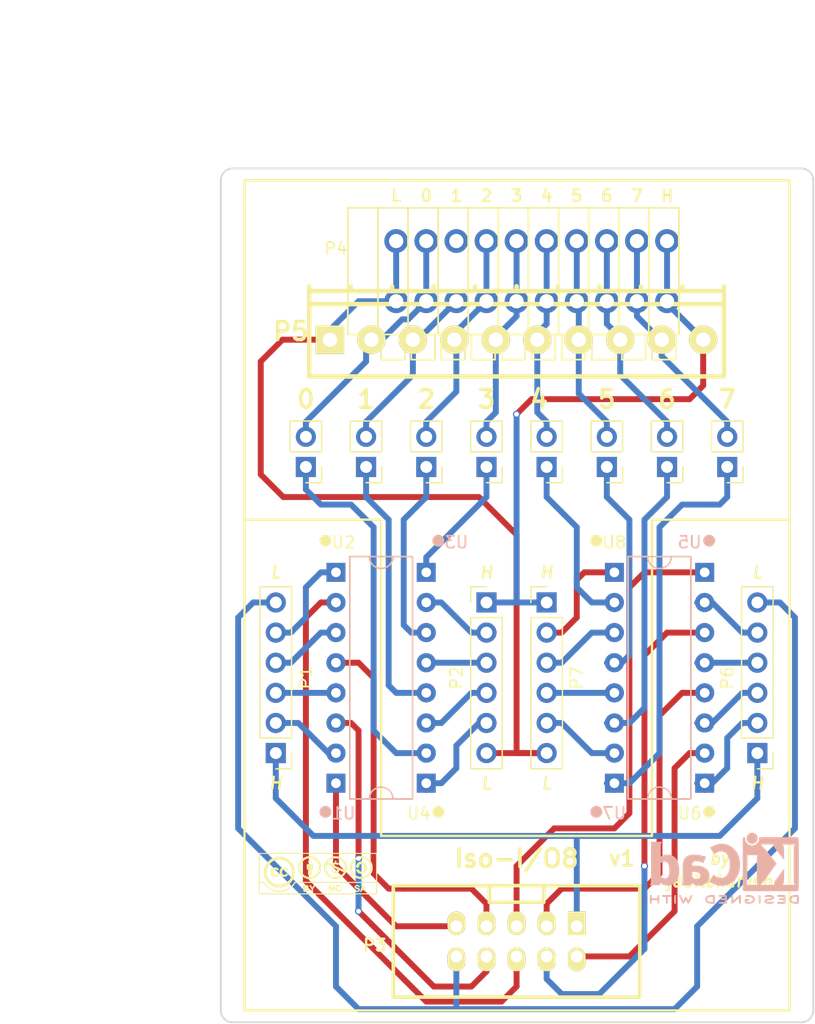
<source format=kicad_pcb>
(kicad_pcb (version 4) (host pcbnew 4.0.7)

  (general
    (links 164)
    (no_connects 1)
    (area 17.150001 51.3 89.426191 137.075001)
    (thickness 1.6)
    (drawings 62)
    (tracks 253)
    (zones 0)
    (modules 29)
    (nets 45)
  )

  (page A4)
  (layers
    (0 F.Cu signal)
    (31 B.Cu signal)
    (32 B.Adhes user)
    (33 F.Adhes user)
    (34 B.Paste user)
    (35 F.Paste user)
    (36 B.SilkS user)
    (37 F.SilkS user)
    (38 B.Mask user)
    (39 F.Mask user)
    (40 Dwgs.User user)
    (41 Cmts.User user)
    (42 Eco1.User user)
    (43 Eco2.User user)
    (44 Edge.Cuts user)
    (45 Margin user)
    (46 B.CrtYd user)
    (47 F.CrtYd user)
    (48 B.Fab user)
    (49 F.Fab user)
  )

  (setup
    (last_trace_width 0.25)
    (user_trace_width 0.5)
    (user_trace_width 0.75)
    (user_trace_width 1)
    (trace_clearance 0.2)
    (zone_clearance 0.508)
    (zone_45_only yes)
    (trace_min 0.2)
    (segment_width 0.5)
    (edge_width 0.15)
    (via_size 0.6)
    (via_drill 0.4)
    (via_min_size 0.4)
    (via_min_drill 0.3)
    (uvia_size 0.3)
    (uvia_drill 0.1)
    (uvias_allowed no)
    (uvia_min_size 0.2)
    (uvia_min_drill 0.1)
    (pcb_text_width 0.3)
    (pcb_text_size 1.5 1.5)
    (mod_edge_width 0.15)
    (mod_text_size 1 1)
    (mod_text_width 0.15)
    (pad_size 1.524 1.524)
    (pad_drill 0.762)
    (pad_to_mask_clearance 0.2)
    (aux_axis_origin 0 0)
    (visible_elements FFFFEF7F)
    (pcbplotparams
      (layerselection 0x010f0_80000001)
      (usegerberextensions true)
      (excludeedgelayer true)
      (linewidth 0.100000)
      (plotframeref false)
      (viasonmask false)
      (mode 1)
      (useauxorigin false)
      (hpglpennumber 1)
      (hpglpenspeed 20)
      (hpglpendiameter 15)
      (hpglpenoverlay 2)
      (psnegative false)
      (psa4output false)
      (plotreference true)
      (plotvalue true)
      (plotinvisibletext false)
      (padsonsilk false)
      (subtractmaskfromsilk false)
      (outputformat 1)
      (mirror false)
      (drillshape 0)
      (scaleselection 1)
      (outputdirectory ../gerbers/))
  )

  (net 0 "")
  (net 1 /IO0)
  (net 2 /IO1)
  (net 3 /IO2)
  (net 4 /IO3)
  (net 5 /Z0)
  (net 6 /IO4)
  (net 7 /IO5)
  (net 8 /IO6)
  (net 9 /IO7)
  (net 10 /Z1)
  (net 11 /Z2)
  (net 12 /Z3)
  (net 13 /Z4)
  (net 14 /Z5)
  (net 15 /Z6)
  (net 16 /Z7)
  (net 17 /CB0)
  (net 18 /CB1)
  (net 19 /CB2)
  (net 20 /CB3)
  (net 21 /CA3)
  (net 22 /CA2)
  (net 23 /CA1)
  (net 24 /CA0)
  (net 25 /CA7)
  (net 26 /CA6)
  (net 27 /CA5)
  (net 28 /CA4)
  (net 29 /CB4)
  (net 30 /CB5)
  (net 31 /CB6)
  (net 32 /CB7)
  (net 33 /CAH)
  (net 34 /CAL)
  (net 35 /CBH)
  (net 36 /CBL)
  (net 37 "Net-(J1-Pad2)")
  (net 38 "Net-(J2-Pad2)")
  (net 39 "Net-(J3-Pad2)")
  (net 40 "Net-(J4-Pad2)")
  (net 41 "Net-(J5-Pad2)")
  (net 42 "Net-(J6-Pad2)")
  (net 43 "Net-(J7-Pad2)")
  (net 44 "Net-(J8-Pad2)")

  (net_class Default "This is the default net class."
    (clearance 0.2)
    (trace_width 0.25)
    (via_dia 0.6)
    (via_drill 0.4)
    (uvia_dia 0.3)
    (uvia_drill 0.1)
    (add_net /CA0)
    (add_net /CA1)
    (add_net /CA2)
    (add_net /CA3)
    (add_net /CA4)
    (add_net /CA5)
    (add_net /CA6)
    (add_net /CA7)
    (add_net /CAH)
    (add_net /CAL)
    (add_net /CB0)
    (add_net /CB1)
    (add_net /CB2)
    (add_net /CB3)
    (add_net /CB4)
    (add_net /CB5)
    (add_net /CB6)
    (add_net /CB7)
    (add_net /CBH)
    (add_net /CBL)
    (add_net /IO0)
    (add_net /IO1)
    (add_net /IO2)
    (add_net /IO3)
    (add_net /IO4)
    (add_net /IO5)
    (add_net /IO6)
    (add_net /IO7)
    (add_net /Z0)
    (add_net /Z1)
    (add_net /Z2)
    (add_net /Z3)
    (add_net /Z4)
    (add_net /Z5)
    (add_net /Z6)
    (add_net /Z7)
    (add_net "Net-(J1-Pad2)")
    (add_net "Net-(J2-Pad2)")
    (add_net "Net-(J3-Pad2)")
    (add_net "Net-(J4-Pad2)")
    (add_net "Net-(J5-Pad2)")
    (add_net "Net-(J6-Pad2)")
    (add_net "Net-(J7-Pad2)")
    (add_net "Net-(J8-Pad2)")
  )

  (module Socket_Strips:Socket_Strip_Straight_1x06_Pitch2.54mm (layer F.Cu) (tedit 5A0CAAAB) (tstamp 5A0B6831)
    (at 40.64 114.3 180)
    (descr "Through hole straight socket strip, 1x06, 2.54mm pitch, single row")
    (tags "Through hole socket strip THT 1x06 2.54mm single row")
    (path /5A0BFF1E)
    (fp_text reference P1 (at -2.54 6.35 270) (layer F.SilkS)
      (effects (font (size 1 1) (thickness 0.15)))
    )
    (fp_text value CONN_6 (at 0 15.03 180) (layer F.Fab) hide
      (effects (font (size 1 1) (thickness 0.15)))
    )
    (fp_line (start -1.27 -1.27) (end -1.27 13.97) (layer F.Fab) (width 0.1))
    (fp_line (start -1.27 13.97) (end 1.27 13.97) (layer F.Fab) (width 0.1))
    (fp_line (start 1.27 13.97) (end 1.27 -1.27) (layer F.Fab) (width 0.1))
    (fp_line (start 1.27 -1.27) (end -1.27 -1.27) (layer F.Fab) (width 0.1))
    (fp_line (start -1.33 1.27) (end -1.33 14.03) (layer F.SilkS) (width 0.12))
    (fp_line (start -1.33 14.03) (end 1.33 14.03) (layer F.SilkS) (width 0.12))
    (fp_line (start 1.33 14.03) (end 1.33 1.27) (layer F.SilkS) (width 0.12))
    (fp_line (start 1.33 1.27) (end -1.33 1.27) (layer F.SilkS) (width 0.12))
    (fp_line (start -1.33 0) (end -1.33 -1.33) (layer F.SilkS) (width 0.12))
    (fp_line (start -1.33 -1.33) (end 0 -1.33) (layer F.SilkS) (width 0.12))
    (fp_line (start -1.8 -1.8) (end -1.8 14.5) (layer F.CrtYd) (width 0.05))
    (fp_line (start -1.8 14.5) (end 1.8 14.5) (layer F.CrtYd) (width 0.05))
    (fp_line (start 1.8 14.5) (end 1.8 -1.8) (layer F.CrtYd) (width 0.05))
    (fp_line (start 1.8 -1.8) (end -1.8 -1.8) (layer F.CrtYd) (width 0.05))
    (fp_text user %R (at -1.27 -2.54 180) (layer F.Fab)
      (effects (font (size 1 1) (thickness 0.15)))
    )
    (pad 1 thru_hole rect (at 0 0 180) (size 1.7 1.7) (drill 1) (layers *.Cu *.Mask)
      (net 33 /CAH))
    (pad 2 thru_hole oval (at 0 2.54 180) (size 1.7 1.7) (drill 1) (layers *.Cu *.Mask)
      (net 1 /IO0))
    (pad 3 thru_hole oval (at 0 5.08 180) (size 1.7 1.7) (drill 1) (layers *.Cu *.Mask)
      (net 2 /IO1))
    (pad 4 thru_hole oval (at 0 7.62 180) (size 1.7 1.7) (drill 1) (layers *.Cu *.Mask)
      (net 3 /IO2))
    (pad 5 thru_hole oval (at 0 10.16 180) (size 1.7 1.7) (drill 1) (layers *.Cu *.Mask)
      (net 4 /IO3))
    (pad 6 thru_hole oval (at 0 12.7 180) (size 1.7 1.7) (drill 1) (layers *.Cu *.Mask)
      (net 34 /CAL))
    (model ${KISYS3DMOD}/Socket_Strips.3dshapes/Socket_Strip_Straight_1x06_Pitch2.54mm.wrl
      (at (xyz 0 -0.25 0))
      (scale (xyz 1 1 1))
      (rotate (xyz 0 0 270))
    )
  )

  (module Socket_Strips:Socket_Strip_Straight_1x06_Pitch2.54mm (layer F.Cu) (tedit 5A0CAAB2) (tstamp 5A0B6BA0)
    (at 81.28 114.3 180)
    (descr "Through hole straight socket strip, 1x06, 2.54mm pitch, single row")
    (tags "Through hole socket strip THT 1x06 2.54mm single row")
    (path /5A0C05E4)
    (fp_text reference P6 (at 2.54 6.35 270) (layer F.SilkS)
      (effects (font (size 1 1) (thickness 0.15)))
    )
    (fp_text value CONN_6 (at 0 15.03 180) (layer F.Fab) hide
      (effects (font (size 1 1) (thickness 0.15)))
    )
    (fp_line (start -1.27 -1.27) (end -1.27 13.97) (layer F.Fab) (width 0.1))
    (fp_line (start -1.27 13.97) (end 1.27 13.97) (layer F.Fab) (width 0.1))
    (fp_line (start 1.27 13.97) (end 1.27 -1.27) (layer F.Fab) (width 0.1))
    (fp_line (start 1.27 -1.27) (end -1.27 -1.27) (layer F.Fab) (width 0.1))
    (fp_line (start -1.33 1.27) (end -1.33 14.03) (layer F.SilkS) (width 0.12))
    (fp_line (start -1.33 14.03) (end 1.33 14.03) (layer F.SilkS) (width 0.12))
    (fp_line (start 1.33 14.03) (end 1.33 1.27) (layer F.SilkS) (width 0.12))
    (fp_line (start 1.33 1.27) (end -1.33 1.27) (layer F.SilkS) (width 0.12))
    (fp_line (start -1.33 0) (end -1.33 -1.33) (layer F.SilkS) (width 0.12))
    (fp_line (start -1.33 -1.33) (end 0 -1.33) (layer F.SilkS) (width 0.12))
    (fp_line (start -1.8 -1.8) (end -1.8 14.5) (layer F.CrtYd) (width 0.05))
    (fp_line (start -1.8 14.5) (end 1.8 14.5) (layer F.CrtYd) (width 0.05))
    (fp_line (start 1.8 14.5) (end 1.8 -1.8) (layer F.CrtYd) (width 0.05))
    (fp_line (start 1.8 -1.8) (end -1.8 -1.8) (layer F.CrtYd) (width 0.05))
    (fp_text user %R (at -1.27 -2.54 180) (layer F.Fab)
      (effects (font (size 1 1) (thickness 0.15)))
    )
    (pad 1 thru_hole rect (at 0 0 180) (size 1.7 1.7) (drill 1) (layers *.Cu *.Mask)
      (net 33 /CAH))
    (pad 2 thru_hole oval (at 0 2.54 180) (size 1.7 1.7) (drill 1) (layers *.Cu *.Mask)
      (net 9 /IO7))
    (pad 3 thru_hole oval (at 0 5.08 180) (size 1.7 1.7) (drill 1) (layers *.Cu *.Mask)
      (net 8 /IO6))
    (pad 4 thru_hole oval (at 0 7.62 180) (size 1.7 1.7) (drill 1) (layers *.Cu *.Mask)
      (net 7 /IO5))
    (pad 5 thru_hole oval (at 0 10.16 180) (size 1.7 1.7) (drill 1) (layers *.Cu *.Mask)
      (net 6 /IO4))
    (pad 6 thru_hole oval (at 0 12.7 180) (size 1.7 1.7) (drill 1) (layers *.Cu *.Mask)
      (net 34 /CAL))
    (model ${KISYS3DMOD}/Socket_Strips.3dshapes/Socket_Strip_Straight_1x06_Pitch2.54mm.wrl
      (at (xyz 0 -0.25 0))
      (scale (xyz 1 1 1))
      (rotate (xyz 0 0 270))
    )
  )

  (module Socket_Strips:Socket_Strip_Straight_1x06_Pitch2.54mm (layer F.Cu) (tedit 5A0CAA9C) (tstamp 5A0B6BAA)
    (at 63.5 101.6)
    (descr "Through hole straight socket strip, 1x06, 2.54mm pitch, single row")
    (tags "Through hole socket strip THT 1x06 2.54mm single row")
    (path /5A0C0C3A)
    (fp_text reference P7 (at 2.54 6.35 270) (layer F.SilkS)
      (effects (font (size 1 1) (thickness 0.15)))
    )
    (fp_text value CONN_6 (at 0 15.03) (layer F.Fab) hide
      (effects (font (size 1 1) (thickness 0.15)))
    )
    (fp_line (start -1.27 -1.27) (end -1.27 13.97) (layer F.Fab) (width 0.1))
    (fp_line (start -1.27 13.97) (end 1.27 13.97) (layer F.Fab) (width 0.1))
    (fp_line (start 1.27 13.97) (end 1.27 -1.27) (layer F.Fab) (width 0.1))
    (fp_line (start 1.27 -1.27) (end -1.27 -1.27) (layer F.Fab) (width 0.1))
    (fp_line (start -1.33 1.27) (end -1.33 14.03) (layer F.SilkS) (width 0.12))
    (fp_line (start -1.33 14.03) (end 1.33 14.03) (layer F.SilkS) (width 0.12))
    (fp_line (start 1.33 14.03) (end 1.33 1.27) (layer F.SilkS) (width 0.12))
    (fp_line (start 1.33 1.27) (end -1.33 1.27) (layer F.SilkS) (width 0.12))
    (fp_line (start -1.33 0) (end -1.33 -1.33) (layer F.SilkS) (width 0.12))
    (fp_line (start -1.33 -1.33) (end 0 -1.33) (layer F.SilkS) (width 0.12))
    (fp_line (start -1.8 -1.8) (end -1.8 14.5) (layer F.CrtYd) (width 0.05))
    (fp_line (start -1.8 14.5) (end 1.8 14.5) (layer F.CrtYd) (width 0.05))
    (fp_line (start 1.8 14.5) (end 1.8 -1.8) (layer F.CrtYd) (width 0.05))
    (fp_line (start 1.8 -1.8) (end -1.8 -1.8) (layer F.CrtYd) (width 0.05))
    (fp_text user %R (at -1.27 -2.54) (layer F.Fab)
      (effects (font (size 1 1) (thickness 0.15)))
    )
    (pad 1 thru_hole rect (at 0 0) (size 1.7 1.7) (drill 1) (layers *.Cu *.Mask)
      (net 35 /CBH))
    (pad 2 thru_hole oval (at 0 2.54) (size 1.7 1.7) (drill 1) (layers *.Cu *.Mask)
      (net 29 /CB4))
    (pad 3 thru_hole oval (at 0 5.08) (size 1.7 1.7) (drill 1) (layers *.Cu *.Mask)
      (net 30 /CB5))
    (pad 4 thru_hole oval (at 0 7.62) (size 1.7 1.7) (drill 1) (layers *.Cu *.Mask)
      (net 31 /CB6))
    (pad 5 thru_hole oval (at 0 10.16) (size 1.7 1.7) (drill 1) (layers *.Cu *.Mask)
      (net 32 /CB7))
    (pad 6 thru_hole oval (at 0 12.7) (size 1.7 1.7) (drill 1) (layers *.Cu *.Mask)
      (net 36 /CBL))
    (model ${KISYS3DMOD}/Socket_Strips.3dshapes/Socket_Strip_Straight_1x06_Pitch2.54mm.wrl
      (at (xyz 0 -0.25 0))
      (scale (xyz 1 1 1))
      (rotate (xyz 0 0 270))
    )
  )

  (module "0 My Pins:KF141V-10P" (layer F.Cu) (tedit 5A0CAD4E) (tstamp 5A0B6BC2)
    (at 50.8 73.66)
    (path /5A0C0ADD)
    (fp_text reference P4 (at -5.08 -1.905 180) (layer F.SilkS)
      (effects (font (size 1 1) (thickness 0.15)))
    )
    (fp_text value CONN_10 (at 10.16 0) (layer F.Fab) hide
      (effects (font (size 1 1) (thickness 0.15)))
    )
    (fp_line (start -4.08 -5.34) (end -1.54 -5.34) (layer F.SilkS) (width 0.15))
    (fp_line (start -1.54 -5.34) (end -1.54 5.34) (layer F.SilkS) (width 0.15))
    (fp_line (start -1.54 5.34) (end -4.08 5.34) (layer F.SilkS) (width 0.15))
    (fp_line (start -4.08 5.34) (end -4.08 -5.34) (layer F.SilkS) (width 0.15))
    (fp_line (start -1.54 -5.34) (end 1 -5.34) (layer F.SilkS) (width 0.15))
    (fp_line (start 1 -5.34) (end 1 5.34) (layer F.SilkS) (width 0.15))
    (fp_line (start 1 5.34) (end -1.54 5.34) (layer F.SilkS) (width 0.15))
    (fp_line (start 1 -5.34) (end 3.54 -5.34) (layer F.SilkS) (width 0.15))
    (fp_line (start 3.54 -5.34) (end 3.54 5.34) (layer F.SilkS) (width 0.15))
    (fp_line (start 3.54 5.34) (end 1 5.34) (layer F.SilkS) (width 0.15))
    (fp_line (start 3.54 -5.34) (end 6.08 -5.34) (layer F.SilkS) (width 0.15))
    (fp_line (start 6.08 -5.34) (end 6.08 5.34) (layer F.SilkS) (width 0.15))
    (fp_line (start 6.08 5.34) (end 3.54 5.34) (layer F.SilkS) (width 0.15))
    (fp_line (start 6.08 -5.34) (end 8.62 -5.34) (layer F.SilkS) (width 0.15))
    (fp_line (start 8.62 -5.34) (end 8.62 5.34) (layer F.SilkS) (width 0.15))
    (fp_line (start 8.62 5.34) (end 6.08 5.34) (layer F.SilkS) (width 0.15))
    (fp_line (start 8.62 -5.34) (end 11.16 -5.34) (layer F.SilkS) (width 0.15))
    (fp_line (start 11.16 -5.34) (end 11.16 5.34) (layer F.SilkS) (width 0.15))
    (fp_line (start 11.16 5.34) (end 8.62 5.34) (layer F.SilkS) (width 0.15))
    (fp_line (start 11.16 -5.34) (end 13.7 -5.34) (layer F.SilkS) (width 0.15))
    (fp_line (start 13.7 -5.34) (end 13.7 5.34) (layer F.SilkS) (width 0.15))
    (fp_line (start 13.7 5.34) (end 11.16 5.34) (layer F.SilkS) (width 0.15))
    (fp_line (start 13.7 -5.34) (end 16.24 -5.34) (layer F.SilkS) (width 0.15))
    (fp_line (start 16.24 -5.34) (end 16.24 5.34) (layer F.SilkS) (width 0.15))
    (fp_line (start 16.24 5.34) (end 13.7 5.34) (layer F.SilkS) (width 0.15))
    (fp_line (start 16.24 -5.34) (end 18.78 -5.34) (layer F.SilkS) (width 0.15))
    (fp_line (start 18.78 -5.34) (end 18.78 5.34) (layer F.SilkS) (width 0.15))
    (fp_line (start 18.78 5.34) (end 16.24 5.34) (layer F.SilkS) (width 0.15))
    (fp_line (start 18.78 -5.34) (end 21.32 -5.34) (layer F.SilkS) (width 0.15))
    (fp_line (start 21.32 -5.34) (end 21.32 5.34) (layer F.SilkS) (width 0.15))
    (fp_line (start 21.32 5.34) (end 18.78 5.34) (layer F.SilkS) (width 0.15))
    (fp_line (start 21.32 -5.34) (end 23.86 -5.34) (layer F.SilkS) (width 0.15))
    (fp_line (start 23.86 -5.34) (end 23.86 5.34) (layer F.SilkS) (width 0.15))
    (fp_line (start 23.86 5.34) (end 21.32 5.34) (layer F.SilkS) (width 0.15))
    (fp_line (start -1.27 5.34) (end -1.27 7.46) (layer F.SilkS) (width 0.15))
    (fp_line (start -1.27 7.46) (end 0.73 7.46) (layer F.SilkS) (width 0.15))
    (fp_line (start 0.73 7.46) (end 0.73 5.34) (layer F.SilkS) (width 0.15))
    (fp_line (start 1.27 5.34) (end 1.27 7.46) (layer F.SilkS) (width 0.15))
    (fp_line (start 1.27 7.46) (end 3.27 7.46) (layer F.SilkS) (width 0.15))
    (fp_line (start 3.27 7.46) (end 3.27 5.34) (layer F.SilkS) (width 0.15))
    (fp_line (start 3.81 5.34) (end 3.81 7.46) (layer F.SilkS) (width 0.15))
    (fp_line (start 3.81 7.46) (end 5.81 7.46) (layer F.SilkS) (width 0.15))
    (fp_line (start 5.81 7.46) (end 5.81 5.34) (layer F.SilkS) (width 0.15))
    (fp_line (start 6.35 5.34) (end 6.35 7.46) (layer F.SilkS) (width 0.15))
    (fp_line (start 6.35 7.46) (end 8.35 7.46) (layer F.SilkS) (width 0.15))
    (fp_line (start 8.35 7.46) (end 8.35 5.34) (layer F.SilkS) (width 0.15))
    (fp_line (start 8.89 5.34) (end 8.89 7.46) (layer F.SilkS) (width 0.15))
    (fp_line (start 8.89 7.46) (end 10.89 7.46) (layer F.SilkS) (width 0.15))
    (fp_line (start 10.89 7.46) (end 10.89 5.34) (layer F.SilkS) (width 0.15))
    (fp_line (start 11.43 5.34) (end 11.43 7.46) (layer F.SilkS) (width 0.15))
    (fp_line (start 11.43 7.46) (end 13.43 7.46) (layer F.SilkS) (width 0.15))
    (fp_line (start 13.43 7.46) (end 13.43 5.34) (layer F.SilkS) (width 0.15))
    (fp_line (start 13.97 5.34) (end 13.97 7.46) (layer F.SilkS) (width 0.15))
    (fp_line (start 13.97 7.46) (end 15.97 7.46) (layer F.SilkS) (width 0.15))
    (fp_line (start 15.97 7.46) (end 15.97 5.34) (layer F.SilkS) (width 0.15))
    (fp_line (start 16.51 5.34) (end 16.51 7.46) (layer F.SilkS) (width 0.15))
    (fp_line (start 16.51 7.46) (end 18.51 7.46) (layer F.SilkS) (width 0.15))
    (fp_line (start 18.51 7.46) (end 18.51 5.34) (layer F.SilkS) (width 0.15))
    (fp_line (start 19.05 5.34) (end 19.05 7.46) (layer F.SilkS) (width 0.15))
    (fp_line (start 19.05 7.46) (end 21.05 7.46) (layer F.SilkS) (width 0.15))
    (fp_line (start 21.05 7.46) (end 21.05 5.34) (layer F.SilkS) (width 0.15))
    (fp_line (start 21.59 5.34) (end 21.59 7.46) (layer F.SilkS) (width 0.15))
    (fp_line (start 21.59 7.46) (end 23.59 7.46) (layer F.SilkS) (width 0.15))
    (fp_line (start 23.59 7.46) (end 23.59 5.34) (layer F.SilkS) (width 0.15))
    (pad 1 thru_hole circle (at 0 2.54) (size 2 2) (drill 1.2) (layers *.Cu *.Mask)
      (net 36 /CBL))
    (pad 1 thru_hole circle (at 0 -2.54) (size 2 2) (drill 1.2) (layers *.Cu *.Mask)
      (net 36 /CBL))
    (pad 2 thru_hole circle (at 2.54 2.54) (size 2 2) (drill 1.2) (layers *.Cu *.Mask)
      (net 37 "Net-(J1-Pad2)"))
    (pad 2 thru_hole circle (at 2.54 -2.54) (size 2 2) (drill 1.2) (layers *.Cu *.Mask)
      (net 37 "Net-(J1-Pad2)"))
    (pad 3 thru_hole circle (at 5.08 2.54) (size 2 2) (drill 1.2) (layers *.Cu *.Mask)
      (net 38 "Net-(J2-Pad2)"))
    (pad 3 thru_hole circle (at 5.08 -2.54) (size 2 2) (drill 1.2) (layers *.Cu *.Mask)
      (net 38 "Net-(J2-Pad2)"))
    (pad 4 thru_hole circle (at 7.62 2.54) (size 2 2) (drill 1.2) (layers *.Cu *.Mask)
      (net 39 "Net-(J3-Pad2)"))
    (pad 4 thru_hole circle (at 7.62 -2.54) (size 2 2) (drill 1.2) (layers *.Cu *.Mask)
      (net 39 "Net-(J3-Pad2)"))
    (pad 5 thru_hole circle (at 10.16 2.54) (size 2 2) (drill 1.2) (layers *.Cu *.Mask)
      (net 40 "Net-(J4-Pad2)"))
    (pad 5 thru_hole circle (at 10.16 -2.54) (size 2 2) (drill 1.2) (layers *.Cu *.Mask)
      (net 40 "Net-(J4-Pad2)"))
    (pad 6 thru_hole circle (at 12.7 2.54) (size 2 2) (drill 1.2) (layers *.Cu *.Mask)
      (net 41 "Net-(J5-Pad2)"))
    (pad 6 thru_hole circle (at 12.7 -2.54) (size 2 2) (drill 1.2) (layers *.Cu *.Mask)
      (net 41 "Net-(J5-Pad2)"))
    (pad 7 thru_hole circle (at 15.24 2.54) (size 2 2) (drill 1.2) (layers *.Cu *.Mask)
      (net 42 "Net-(J6-Pad2)"))
    (pad 7 thru_hole circle (at 15.24 -2.54) (size 2 2) (drill 1.2) (layers *.Cu *.Mask)
      (net 42 "Net-(J6-Pad2)"))
    (pad 8 thru_hole circle (at 17.78 2.54) (size 2 2) (drill 1.2) (layers *.Cu *.Mask)
      (net 43 "Net-(J7-Pad2)"))
    (pad 8 thru_hole circle (at 17.78 -2.54) (size 2 2) (drill 1.2) (layers *.Cu *.Mask)
      (net 43 "Net-(J7-Pad2)"))
    (pad 9 thru_hole circle (at 20.32 2.54) (size 2 2) (drill 1.2) (layers *.Cu *.Mask)
      (net 44 "Net-(J8-Pad2)"))
    (pad 9 thru_hole circle (at 20.32 -2.54) (size 2 2) (drill 1.2) (layers *.Cu *.Mask)
      (net 44 "Net-(J8-Pad2)"))
    (pad 10 thru_hole circle (at 22.86 2.54) (size 2 2) (drill 1.2) (layers *.Cu *.Mask)
      (net 35 /CBH))
    (pad 10 thru_hole circle (at 22.86 -2.54) (size 2 2) (drill 1.2) (layers *.Cu *.Mask)
      (net 35 /CBH))
  )

  (module w_conn_pt-1,5:pt_1,5-10-3,5-h (layer F.Cu) (tedit 5A0C939A) (tstamp 5A0B6CC9)
    (at 60.96 78.74 180)
    (descr "10-way 3.5mm pitch terminal block, Phoenix PT series")
    (path /5A0C0989)
    (fp_text reference P5 (at 19.05 0 360) (layer F.SilkS)
      (effects (font (size 1.5 1.5) (thickness 0.3)))
    )
    (fp_text value CONN_10 (at 0 -5 180) (layer F.SilkS) hide
      (effects (font (size 1.5 1.5) (thickness 0.3)))
    )
    (fp_line (start 10.5 3.4) (end 10.5 3.8) (layer F.SilkS) (width 0.381))
    (fp_line (start 14 3.4) (end 14 3.8) (layer F.SilkS) (width 0.381))
    (fp_line (start 7 3.4) (end 7 3.8) (layer F.SilkS) (width 0.381))
    (fp_line (start -7 3.4) (end -7 3.8) (layer F.SilkS) (width 0.381))
    (fp_line (start 3.5 3.4) (end 3.5 3.8) (layer F.SilkS) (width 0.381))
    (fp_line (start 0 3.4) (end 0 3.8) (layer F.SilkS) (width 0.381))
    (fp_line (start -14 3.4) (end -14 3.8) (layer F.SilkS) (width 0.381))
    (fp_line (start -10.5 3.4) (end -10.5 3.8) (layer F.SilkS) (width 0.381))
    (fp_line (start -3.5 3.4) (end -3.5 3.8) (layer F.SilkS) (width 0.381))
    (fp_line (start -17.5 2.3) (end 17.5 2.3) (layer F.SilkS) (width 0.381))
    (fp_line (start -17.5 3.4) (end 17.5 3.4) (layer F.SilkS) (width 0.381))
    (fp_line (start -17.5 -3.8) (end -17.5 3.8) (layer F.SilkS) (width 0.381))
    (fp_line (start 17.5 3.8) (end 17.5 -3.8) (layer F.SilkS) (width 0.381))
    (fp_line (start 17.5 -3.8) (end -17.5 -3.8) (layer F.SilkS) (width 0.381))
    (pad 3 thru_hole circle (at 8.75 -0.7 180) (size 2.4 2.4) (drill 1.2) (layers *.Cu *.Mask F.SilkS)
      (net 38 "Net-(J2-Pad2)"))
    (pad 2 thru_hole circle (at 12.25 -0.7 180) (size 2.4 2.4) (drill 1.2) (layers *.Cu *.Mask F.SilkS)
      (net 37 "Net-(J1-Pad2)"))
    (pad 4 thru_hole circle (at 5.25 -0.7 180) (size 2.4 2.4) (drill 1.2) (layers *.Cu *.Mask F.SilkS)
      (net 39 "Net-(J3-Pad2)"))
    (pad 5 thru_hole circle (at 1.75 -0.7 180) (size 2.4 2.4) (drill 1.2) (layers *.Cu *.Mask F.SilkS)
      (net 40 "Net-(J4-Pad2)"))
    (pad 6 thru_hole circle (at -1.75 -0.7 180) (size 2.4 2.4) (drill 1.2) (layers *.Cu *.Mask F.SilkS)
      (net 41 "Net-(J5-Pad2)"))
    (pad 7 thru_hole circle (at -5.25 -0.7 180) (size 2.4 2.4) (drill 1.2) (layers *.Cu *.Mask F.SilkS)
      (net 42 "Net-(J6-Pad2)"))
    (pad 1 thru_hole rect (at 15.75 -0.7 180) (size 2.4 2.4) (drill 1.2) (layers *.Cu *.Mask F.SilkS)
      (net 36 /CBL))
    (pad 8 thru_hole circle (at -8.75 -0.7 180) (size 2.4 2.4) (drill 1.2) (layers *.Cu *.Mask F.SilkS)
      (net 43 "Net-(J7-Pad2)"))
    (pad 9 thru_hole circle (at -12.25 -0.7 180) (size 2.4 2.4) (drill 1.2) (layers *.Cu *.Mask F.SilkS)
      (net 44 "Net-(J8-Pad2)"))
    (pad 10 thru_hole circle (at -15.75 -0.7 180) (size 2.4 2.4) (drill 1.2) (layers *.Cu *.Mask F.SilkS)
      (net 35 /CBH))
    (model walter/conn_pt-1_5/pt_1,5-10-3,5-h.wrl
      (at (xyz 0 0 0))
      (scale (xyz 1 1 1))
      (rotate (xyz 0 0 0))
    )
  )

  (module Mounting_Holes:MountingHole_3.2mm_M3 locked (layer F.Cu) (tedit 5A0C8C3B) (tstamp 5A0B7886)
    (at 41 71)
    (descr "Mounting Hole 3.2mm, no annular, M3")
    (tags "mounting hole 3.2mm no annular m3")
    (path /5A0C34C4)
    (attr virtual)
    (fp_text reference MP1 (at 0 -4.2) (layer F.SilkS) hide
      (effects (font (size 1 1) (thickness 0.15)))
    )
    (fp_text value MECH_NPTH_M3 (at 0 4.2) (layer F.Fab) hide
      (effects (font (size 1 1) (thickness 0.15)))
    )
    (fp_text user %R (at 0.3 0) (layer F.Fab)
      (effects (font (size 1 1) (thickness 0.15)))
    )
    (fp_circle (center 0 0) (end 3.2 0) (layer Cmts.User) (width 0.15))
    (fp_circle (center 0 0) (end 3.45 0) (layer F.CrtYd) (width 0.05))
    (pad 1 np_thru_hole circle (at 0 0) (size 3.2 3.2) (drill 3.2) (layers *.Cu *.Mask))
  )

  (module Mounting_Holes:MountingHole_3.2mm_M3 locked (layer F.Cu) (tedit 5A0C8CB6) (tstamp 5A0B788B)
    (at 81 71)
    (descr "Mounting Hole 3.2mm, no annular, M3")
    (tags "mounting hole 3.2mm no annular m3")
    (path /5A0C3568)
    (attr virtual)
    (fp_text reference MP2 (at 0 -4.2) (layer F.SilkS) hide
      (effects (font (size 1 1) (thickness 0.15)))
    )
    (fp_text value MECH_NPTH_M3 (at 0 4.2) (layer F.Fab) hide
      (effects (font (size 1 1) (thickness 0.15)))
    )
    (fp_text user %R (at 0.3 0) (layer F.Fab)
      (effects (font (size 1 1) (thickness 0.15)))
    )
    (fp_circle (center 0 0) (end 3.2 0) (layer Cmts.User) (width 0.15))
    (fp_circle (center 0 0) (end 3.45 0) (layer F.CrtYd) (width 0.05))
    (pad 1 np_thru_hole circle (at 0 0) (size 3.2 3.2) (drill 3.2) (layers *.Cu *.Mask))
  )

  (module Mounting_Holes:MountingHole_3.2mm_M3 locked (layer F.Cu) (tedit 5A0C8CF6) (tstamp 5A0B7890)
    (at 41 131)
    (descr "Mounting Hole 3.2mm, no annular, M3")
    (tags "mounting hole 3.2mm no annular m3")
    (path /5A0C35C3)
    (attr virtual)
    (fp_text reference MP3 (at 0 -4.2) (layer F.SilkS) hide
      (effects (font (size 1 1) (thickness 0.15)))
    )
    (fp_text value MECH_NPTH_M3 (at 0 4.2) (layer F.Fab) hide
      (effects (font (size 1 1) (thickness 0.15)))
    )
    (fp_text user %R (at 0.3 0) (layer F.Fab)
      (effects (font (size 1 1) (thickness 0.15)))
    )
    (fp_circle (center 0 0) (end 3.2 0) (layer Cmts.User) (width 0.15))
    (fp_circle (center 0 0) (end 3.45 0) (layer F.CrtYd) (width 0.05))
    (pad 1 np_thru_hole circle (at 0 0) (size 3.2 3.2) (drill 3.2) (layers *.Cu *.Mask))
  )

  (module Mounting_Holes:MountingHole_3.2mm_M3 locked (layer F.Cu) (tedit 5A0C8CDD) (tstamp 5A0B7895)
    (at 81 131)
    (descr "Mounting Hole 3.2mm, no annular, M3")
    (tags "mounting hole 3.2mm no annular m3")
    (path /5A0C3623)
    (attr virtual)
    (fp_text reference MP4 (at 0 -4.2) (layer F.SilkS) hide
      (effects (font (size 1 1) (thickness 0.15)))
    )
    (fp_text value MECH_NPTH_M3 (at 0 4.2) (layer Eco1.User) hide
      (effects (font (size 1 1) (thickness 0.15)))
    )
    (fp_text user %R (at 0.3 0) (layer F.Fab)
      (effects (font (size 1 1) (thickness 0.15)))
    )
    (fp_circle (center 0 0) (end 3.2 0) (layer Cmts.User) (width 0.15))
    (fp_circle (center 0 0) (end 3.45 0) (layer F.CrtYd) (width 0.05))
    (pad 1 np_thru_hole circle (at 0 0) (size 3.2 3.2) (drill 3.2) (layers *.Cu *.Mask))
  )

  (module Socket_Strips:Socket_Strip_Straight_1x06_Pitch2.54mm (layer F.Cu) (tedit 5A0CAA97) (tstamp 5A0C94FD)
    (at 58.42 101.6)
    (descr "Through hole straight socket strip, 1x06, 2.54mm pitch, single row")
    (tags "Through hole socket strip THT 1x06 2.54mm single row")
    (path /5A0C0B98)
    (fp_text reference P2 (at -2.54 6.35 90) (layer F.SilkS)
      (effects (font (size 1 1) (thickness 0.15)))
    )
    (fp_text value CONN_6 (at 0 15.03) (layer F.Fab) hide
      (effects (font (size 1 1) (thickness 0.15)))
    )
    (fp_line (start -1.27 -1.27) (end -1.27 13.97) (layer F.Fab) (width 0.1))
    (fp_line (start -1.27 13.97) (end 1.27 13.97) (layer F.Fab) (width 0.1))
    (fp_line (start 1.27 13.97) (end 1.27 -1.27) (layer F.Fab) (width 0.1))
    (fp_line (start 1.27 -1.27) (end -1.27 -1.27) (layer F.Fab) (width 0.1))
    (fp_line (start -1.33 1.27) (end -1.33 14.03) (layer F.SilkS) (width 0.12))
    (fp_line (start -1.33 14.03) (end 1.33 14.03) (layer F.SilkS) (width 0.12))
    (fp_line (start 1.33 14.03) (end 1.33 1.27) (layer F.SilkS) (width 0.12))
    (fp_line (start 1.33 1.27) (end -1.33 1.27) (layer F.SilkS) (width 0.12))
    (fp_line (start -1.33 0) (end -1.33 -1.33) (layer F.SilkS) (width 0.12))
    (fp_line (start -1.33 -1.33) (end 0 -1.33) (layer F.SilkS) (width 0.12))
    (fp_line (start -1.8 -1.8) (end -1.8 14.5) (layer F.CrtYd) (width 0.05))
    (fp_line (start -1.8 14.5) (end 1.8 14.5) (layer F.CrtYd) (width 0.05))
    (fp_line (start 1.8 14.5) (end 1.8 -1.8) (layer F.CrtYd) (width 0.05))
    (fp_line (start 1.8 -1.8) (end -1.8 -1.8) (layer F.CrtYd) (width 0.05))
    (fp_text user %R (at -1.905 -2.54) (layer F.Fab)
      (effects (font (size 1 1) (thickness 0.15)))
    )
    (pad 1 thru_hole rect (at 0 0) (size 1.7 1.7) (drill 1) (layers *.Cu *.Mask)
      (net 35 /CBH))
    (pad 2 thru_hole oval (at 0 2.54) (size 1.7 1.7) (drill 1) (layers *.Cu *.Mask)
      (net 20 /CB3))
    (pad 3 thru_hole oval (at 0 5.08) (size 1.7 1.7) (drill 1) (layers *.Cu *.Mask)
      (net 19 /CB2))
    (pad 4 thru_hole oval (at 0 7.62) (size 1.7 1.7) (drill 1) (layers *.Cu *.Mask)
      (net 18 /CB1))
    (pad 5 thru_hole oval (at 0 10.16) (size 1.7 1.7) (drill 1) (layers *.Cu *.Mask)
      (net 17 /CB0))
    (pad 6 thru_hole oval (at 0 12.7) (size 1.7 1.7) (drill 1) (layers *.Cu *.Mask)
      (net 36 /CBL))
    (model ${KISYS3DMOD}/Socket_Strips.3dshapes/Socket_Strip_Straight_1x06_Pitch2.54mm.wrl
      (at (xyz 0 -0.25 0))
      (scale (xyz 1 1 1))
      (rotate (xyz 0 0 270))
    )
  )

  (module w_conn_strip:vasch_strip_5x2 (layer F.Cu) (tedit 5A0DE5CA) (tstamp 5A0C9515)
    (at 60.96 130.175 180)
    (descr "Box header 5x2pin 2.54mm")
    (tags "CONN DEV")
    (path /5A0BC056)
    (fp_text reference P3 (at 11.96 -0.325 180) (layer F.SilkS)
      (effects (font (size 1 1) (thickness 0.2032)))
    )
    (fp_text value CONN_10 (at 0 5.7 180) (layer F.SilkS) hide
      (effects (font (size 1 1) (thickness 0.2032)))
    )
    (fp_line (start -10.4 4.7) (end 10.4 4.7) (layer F.SilkS) (width 0.3048))
    (fp_line (start 10.4 -4.7) (end -10.4 -4.7) (layer F.SilkS) (width 0.3048))
    (fp_line (start -10.4 -4.7) (end -10.4 4.7) (layer F.SilkS) (width 0.3048))
    (fp_line (start 10.4 -4.7) (end 10.4 4.7) (layer F.SilkS) (width 0.3048))
    (fp_line (start 2.3 4.7) (end 2.3 3.3) (layer F.SilkS) (width 0.29972))
    (fp_line (start 2.3 3.3) (end -2.3 3.3) (layer F.SilkS) (width 0.29972))
    (fp_line (start -2.3 3.3) (end -2.3 4.7) (layer F.SilkS) (width 0.29972))
    (pad 9 thru_hole oval (at 5.08 1.27 180) (size 1.5 2) (drill 1 (offset 0 0.25)) (layers *.Cu *.Mask F.SilkS)
      (net 24 /CA0))
    (pad 10 thru_hole oval (at 5.08 -1.27 180) (size 1.5 2) (drill 1 (offset 0 -0.25)) (layers *.Cu *.Mask F.SilkS)
      (net 34 /CAL))
    (pad 8 thru_hole oval (at 2.54 -1.27 180) (size 1.5 2) (drill 1 (offset 0 -0.25)) (layers *.Cu *.Mask F.SilkS)
      (net 23 /CA1))
    (pad 7 thru_hole oval (at 2.54 1.27 180) (size 1.5 2) (drill 1 (offset 0 0.25)) (layers *.Cu *.Mask F.SilkS)
      (net 22 /CA2))
    (pad 1 thru_hole rect (at -5.08 1.27 180) (size 1.5 2) (drill 1 (offset 0 0.25)) (layers *.Cu *.Mask F.SilkS)
      (net 33 /CAH))
    (pad 2 thru_hole oval (at -5.08 -1.27 180) (size 1.5 2) (drill 1 (offset 0 -0.25)) (layers *.Cu *.Mask F.SilkS)
      (net 25 /CA7))
    (pad 3 thru_hole oval (at -2.54 1.27 180) (size 1.5 2) (drill 1 (offset 0 0.25)) (layers *.Cu *.Mask F.SilkS)
      (net 26 /CA6))
    (pad 4 thru_hole oval (at -2.54 -1.27 180) (size 1.5 2) (drill 1 (offset 0 -0.25)) (layers *.Cu *.Mask F.SilkS)
      (net 27 /CA5))
    (pad 5 thru_hole oval (at 0 1.27 180) (size 1.5 2) (drill 1 (offset 0 0.25)) (layers *.Cu *.Mask F.SilkS)
      (net 28 /CA4))
    (pad 6 thru_hole oval (at 0 -1.27 180) (size 1.5 2) (drill 1 (offset 0 -0.25)) (layers *.Cu *.Mask F.SilkS)
      (net 21 /CA3))
    (model walter/conn_strip/vasch_strip_5x2.wrl
      (at (xyz 0 0 0))
      (scale (xyz 1 1 1))
      (rotate (xyz 0 0 0))
    )
  )

  (module Socket_Strips:Socket_Strip_Straight_1x02_Pitch2.54mm (layer F.Cu) (tedit 5A0DB7FC) (tstamp 5A0DB6EF)
    (at 43.18 90.17 180)
    (descr "Through hole straight socket strip, 1x02, 2.54mm pitch, single row")
    (tags "Through hole socket strip THT 1x02 2.54mm single row")
    (path /5A0DB7BB)
    (fp_text reference J1 (at 0 -2.33 180) (layer F.SilkS) hide
      (effects (font (size 1 1) (thickness 0.15)))
    )
    (fp_text value HEADER_2 (at 0 4.87 180) (layer F.Fab) hide
      (effects (font (size 1 1) (thickness 0.15)))
    )
    (fp_line (start -1.27 -1.27) (end -1.27 3.81) (layer F.Fab) (width 0.1))
    (fp_line (start -1.27 3.81) (end 1.27 3.81) (layer F.Fab) (width 0.1))
    (fp_line (start 1.27 3.81) (end 1.27 -1.27) (layer F.Fab) (width 0.1))
    (fp_line (start 1.27 -1.27) (end -1.27 -1.27) (layer F.Fab) (width 0.1))
    (fp_line (start -1.33 1.27) (end -1.33 3.87) (layer F.SilkS) (width 0.12))
    (fp_line (start -1.33 3.87) (end 1.33 3.87) (layer F.SilkS) (width 0.12))
    (fp_line (start 1.33 3.87) (end 1.33 1.27) (layer F.SilkS) (width 0.12))
    (fp_line (start 1.33 1.27) (end -1.33 1.27) (layer F.SilkS) (width 0.12))
    (fp_line (start -1.33 0) (end -1.33 -1.33) (layer F.SilkS) (width 0.12))
    (fp_line (start -1.33 -1.33) (end 0 -1.33) (layer F.SilkS) (width 0.12))
    (fp_line (start -1.8 -1.8) (end -1.8 4.35) (layer F.CrtYd) (width 0.05))
    (fp_line (start -1.8 4.35) (end 1.8 4.35) (layer F.CrtYd) (width 0.05))
    (fp_line (start 1.8 4.35) (end 1.8 -1.8) (layer F.CrtYd) (width 0.05))
    (fp_line (start 1.8 -1.8) (end -1.8 -1.8) (layer F.CrtYd) (width 0.05))
    (fp_text user %R (at 0 -2.33 180) (layer F.Fab) hide
      (effects (font (size 1 1) (thickness 0.15)))
    )
    (pad 1 thru_hole rect (at 0 0 180) (size 1.7 1.7) (drill 1) (layers *.Cu *.Mask)
      (net 5 /Z0))
    (pad 2 thru_hole oval (at 0 2.54 180) (size 1.7 1.7) (drill 1) (layers *.Cu *.Mask)
      (net 37 "Net-(J1-Pad2)"))
    (model ${KISYS3DMOD}/Socket_Strips.3dshapes/Socket_Strip_Straight_1x02_Pitch2.54mm.wrl
      (at (xyz 0 -0.05 0))
      (scale (xyz 1 1 1))
      (rotate (xyz 0 0 270))
    )
  )

  (module Socket_Strips:Socket_Strip_Straight_1x02_Pitch2.54mm (layer F.Cu) (tedit 5A0DB877) (tstamp 5A0DB895)
    (at 48.26 90.17 180)
    (descr "Through hole straight socket strip, 1x02, 2.54mm pitch, single row")
    (tags "Through hole socket strip THT 1x02 2.54mm single row")
    (path /5A0DBB0C)
    (fp_text reference J2 (at 0 -2.33 180) (layer F.SilkS) hide
      (effects (font (size 1 1) (thickness 0.15)))
    )
    (fp_text value HEADER_2 (at 0 4.87 180) (layer F.Fab) hide
      (effects (font (size 1 1) (thickness 0.15)))
    )
    (fp_line (start -1.27 -1.27) (end -1.27 3.81) (layer F.Fab) (width 0.1))
    (fp_line (start -1.27 3.81) (end 1.27 3.81) (layer F.Fab) (width 0.1))
    (fp_line (start 1.27 3.81) (end 1.27 -1.27) (layer F.Fab) (width 0.1))
    (fp_line (start 1.27 -1.27) (end -1.27 -1.27) (layer F.Fab) (width 0.1))
    (fp_line (start -1.33 1.27) (end -1.33 3.87) (layer F.SilkS) (width 0.12))
    (fp_line (start -1.33 3.87) (end 1.33 3.87) (layer F.SilkS) (width 0.12))
    (fp_line (start 1.33 3.87) (end 1.33 1.27) (layer F.SilkS) (width 0.12))
    (fp_line (start 1.33 1.27) (end -1.33 1.27) (layer F.SilkS) (width 0.12))
    (fp_line (start -1.33 0) (end -1.33 -1.33) (layer F.SilkS) (width 0.12))
    (fp_line (start -1.33 -1.33) (end 0 -1.33) (layer F.SilkS) (width 0.12))
    (fp_line (start -1.8 -1.8) (end -1.8 4.35) (layer F.CrtYd) (width 0.05))
    (fp_line (start -1.8 4.35) (end 1.8 4.35) (layer F.CrtYd) (width 0.05))
    (fp_line (start 1.8 4.35) (end 1.8 -1.8) (layer F.CrtYd) (width 0.05))
    (fp_line (start 1.8 -1.8) (end -1.8 -1.8) (layer F.CrtYd) (width 0.05))
    (fp_text user %R (at 0 -2.33 180) (layer F.Fab) hide
      (effects (font (size 1 1) (thickness 0.15)))
    )
    (pad 1 thru_hole rect (at 0 0 180) (size 1.7 1.7) (drill 1) (layers *.Cu *.Mask)
      (net 10 /Z1))
    (pad 2 thru_hole oval (at 0 2.54 180) (size 1.7 1.7) (drill 1) (layers *.Cu *.Mask)
      (net 38 "Net-(J2-Pad2)"))
    (model ${KISYS3DMOD}/Socket_Strips.3dshapes/Socket_Strip_Straight_1x02_Pitch2.54mm.wrl
      (at (xyz 0 -0.05 0))
      (scale (xyz 1 1 1))
      (rotate (xyz 0 0 270))
    )
  )

  (module Socket_Strips:Socket_Strip_Straight_1x02_Pitch2.54mm (layer F.Cu) (tedit 5A0DB88E) (tstamp 5A0DB89B)
    (at 53.34 90.17 180)
    (descr "Through hole straight socket strip, 1x02, 2.54mm pitch, single row")
    (tags "Through hole socket strip THT 1x02 2.54mm single row")
    (path /5A0DBB60)
    (fp_text reference J3 (at 0 -2.33 180) (layer F.SilkS) hide
      (effects (font (size 1 1) (thickness 0.15)))
    )
    (fp_text value HEADER_2 (at 0 4.87 180) (layer F.Fab) hide
      (effects (font (size 1 1) (thickness 0.15)))
    )
    (fp_line (start -1.27 -1.27) (end -1.27 3.81) (layer F.Fab) (width 0.1))
    (fp_line (start -1.27 3.81) (end 1.27 3.81) (layer F.Fab) (width 0.1))
    (fp_line (start 1.27 3.81) (end 1.27 -1.27) (layer F.Fab) (width 0.1))
    (fp_line (start 1.27 -1.27) (end -1.27 -1.27) (layer F.Fab) (width 0.1))
    (fp_line (start -1.33 1.27) (end -1.33 3.87) (layer F.SilkS) (width 0.12))
    (fp_line (start -1.33 3.87) (end 1.33 3.87) (layer F.SilkS) (width 0.12))
    (fp_line (start 1.33 3.87) (end 1.33 1.27) (layer F.SilkS) (width 0.12))
    (fp_line (start 1.33 1.27) (end -1.33 1.27) (layer F.SilkS) (width 0.12))
    (fp_line (start -1.33 0) (end -1.33 -1.33) (layer F.SilkS) (width 0.12))
    (fp_line (start -1.33 -1.33) (end 0 -1.33) (layer F.SilkS) (width 0.12))
    (fp_line (start -1.8 -1.8) (end -1.8 4.35) (layer F.CrtYd) (width 0.05))
    (fp_line (start -1.8 4.35) (end 1.8 4.35) (layer F.CrtYd) (width 0.05))
    (fp_line (start 1.8 4.35) (end 1.8 -1.8) (layer F.CrtYd) (width 0.05))
    (fp_line (start 1.8 -1.8) (end -1.8 -1.8) (layer F.CrtYd) (width 0.05))
    (fp_text user %R (at 0 -2.33 180) (layer F.Fab) hide
      (effects (font (size 1 1) (thickness 0.15)))
    )
    (pad 1 thru_hole rect (at 0 0 180) (size 1.7 1.7) (drill 1) (layers *.Cu *.Mask)
      (net 11 /Z2))
    (pad 2 thru_hole oval (at 0 2.54 180) (size 1.7 1.7) (drill 1) (layers *.Cu *.Mask)
      (net 39 "Net-(J3-Pad2)"))
    (model ${KISYS3DMOD}/Socket_Strips.3dshapes/Socket_Strip_Straight_1x02_Pitch2.54mm.wrl
      (at (xyz 0 -0.05 0))
      (scale (xyz 1 1 1))
      (rotate (xyz 0 0 270))
    )
  )

  (module Socket_Strips:Socket_Strip_Straight_1x02_Pitch2.54mm (layer F.Cu) (tedit 5A0DB8A5) (tstamp 5A0DB8A1)
    (at 58.42 90.17 180)
    (descr "Through hole straight socket strip, 1x02, 2.54mm pitch, single row")
    (tags "Through hole socket strip THT 1x02 2.54mm single row")
    (path /5A0DBBBE)
    (fp_text reference J4 (at 0 -2.33 180) (layer F.SilkS) hide
      (effects (font (size 1 1) (thickness 0.15)))
    )
    (fp_text value HEADER_2 (at 0 4.87 180) (layer F.Fab) hide
      (effects (font (size 1 1) (thickness 0.15)))
    )
    (fp_line (start -1.27 -1.27) (end -1.27 3.81) (layer F.Fab) (width 0.1))
    (fp_line (start -1.27 3.81) (end 1.27 3.81) (layer F.Fab) (width 0.1))
    (fp_line (start 1.27 3.81) (end 1.27 -1.27) (layer F.Fab) (width 0.1))
    (fp_line (start 1.27 -1.27) (end -1.27 -1.27) (layer F.Fab) (width 0.1))
    (fp_line (start -1.33 1.27) (end -1.33 3.87) (layer F.SilkS) (width 0.12))
    (fp_line (start -1.33 3.87) (end 1.33 3.87) (layer F.SilkS) (width 0.12))
    (fp_line (start 1.33 3.87) (end 1.33 1.27) (layer F.SilkS) (width 0.12))
    (fp_line (start 1.33 1.27) (end -1.33 1.27) (layer F.SilkS) (width 0.12))
    (fp_line (start -1.33 0) (end -1.33 -1.33) (layer F.SilkS) (width 0.12))
    (fp_line (start -1.33 -1.33) (end 0 -1.33) (layer F.SilkS) (width 0.12))
    (fp_line (start -1.8 -1.8) (end -1.8 4.35) (layer F.CrtYd) (width 0.05))
    (fp_line (start -1.8 4.35) (end 1.8 4.35) (layer F.CrtYd) (width 0.05))
    (fp_line (start 1.8 4.35) (end 1.8 -1.8) (layer F.CrtYd) (width 0.05))
    (fp_line (start 1.8 -1.8) (end -1.8 -1.8) (layer F.CrtYd) (width 0.05))
    (fp_text user %R (at 0 -2.33 180) (layer F.Fab) hide
      (effects (font (size 1 1) (thickness 0.15)))
    )
    (pad 1 thru_hole rect (at 0 0 180) (size 1.7 1.7) (drill 1) (layers *.Cu *.Mask)
      (net 12 /Z3))
    (pad 2 thru_hole oval (at 0 2.54 180) (size 1.7 1.7) (drill 1) (layers *.Cu *.Mask)
      (net 40 "Net-(J4-Pad2)"))
    (model ${KISYS3DMOD}/Socket_Strips.3dshapes/Socket_Strip_Straight_1x02_Pitch2.54mm.wrl
      (at (xyz 0 -0.05 0))
      (scale (xyz 1 1 1))
      (rotate (xyz 0 0 270))
    )
  )

  (module Socket_Strips:Socket_Strip_Straight_1x02_Pitch2.54mm (layer F.Cu) (tedit 5A0DB8FF) (tstamp 5A0DB8A7)
    (at 63.5 90.17 180)
    (descr "Through hole straight socket strip, 1x02, 2.54mm pitch, single row")
    (tags "Through hole socket strip THT 1x02 2.54mm single row")
    (path /5A0DBC18)
    (fp_text reference J5 (at 0 -2.33 180) (layer F.SilkS) hide
      (effects (font (size 1 1) (thickness 0.15)))
    )
    (fp_text value HEADER_2 (at 0 4.87 180) (layer F.Fab) hide
      (effects (font (size 1 1) (thickness 0.15)))
    )
    (fp_line (start -1.27 -1.27) (end -1.27 3.81) (layer F.Fab) (width 0.1))
    (fp_line (start -1.27 3.81) (end 1.27 3.81) (layer F.Fab) (width 0.1))
    (fp_line (start 1.27 3.81) (end 1.27 -1.27) (layer F.Fab) (width 0.1))
    (fp_line (start 1.27 -1.27) (end -1.27 -1.27) (layer F.Fab) (width 0.1))
    (fp_line (start -1.33 1.27) (end -1.33 3.87) (layer F.SilkS) (width 0.12))
    (fp_line (start -1.33 3.87) (end 1.33 3.87) (layer F.SilkS) (width 0.12))
    (fp_line (start 1.33 3.87) (end 1.33 1.27) (layer F.SilkS) (width 0.12))
    (fp_line (start 1.33 1.27) (end -1.33 1.27) (layer F.SilkS) (width 0.12))
    (fp_line (start -1.33 0) (end -1.33 -1.33) (layer F.SilkS) (width 0.12))
    (fp_line (start -1.33 -1.33) (end 0 -1.33) (layer F.SilkS) (width 0.12))
    (fp_line (start -1.8 -1.8) (end -1.8 4.35) (layer F.CrtYd) (width 0.05))
    (fp_line (start -1.8 4.35) (end 1.8 4.35) (layer F.CrtYd) (width 0.05))
    (fp_line (start 1.8 4.35) (end 1.8 -1.8) (layer F.CrtYd) (width 0.05))
    (fp_line (start 1.8 -1.8) (end -1.8 -1.8) (layer F.CrtYd) (width 0.05))
    (fp_text user %R (at 0 -2.33 180) (layer F.Fab) hide
      (effects (font (size 1 1) (thickness 0.15)))
    )
    (pad 1 thru_hole rect (at 0 0 180) (size 1.7 1.7) (drill 1) (layers *.Cu *.Mask)
      (net 13 /Z4))
    (pad 2 thru_hole oval (at 0 2.54 180) (size 1.7 1.7) (drill 1) (layers *.Cu *.Mask)
      (net 41 "Net-(J5-Pad2)"))
    (model ${KISYS3DMOD}/Socket_Strips.3dshapes/Socket_Strip_Straight_1x02_Pitch2.54mm.wrl
      (at (xyz 0 -0.05 0))
      (scale (xyz 1 1 1))
      (rotate (xyz 0 0 270))
    )
  )

  (module Socket_Strips:Socket_Strip_Straight_1x02_Pitch2.54mm (layer F.Cu) (tedit 5A0DB915) (tstamp 5A0DB8AD)
    (at 68.58 90.17 180)
    (descr "Through hole straight socket strip, 1x02, 2.54mm pitch, single row")
    (tags "Through hole socket strip THT 1x02 2.54mm single row")
    (path /5A0DBC80)
    (fp_text reference J6 (at 0 -2.33 180) (layer F.SilkS) hide
      (effects (font (size 1 1) (thickness 0.15)))
    )
    (fp_text value HEADER_2 (at 0 4.87 180) (layer F.Fab) hide
      (effects (font (size 1 1) (thickness 0.15)))
    )
    (fp_line (start -1.27 -1.27) (end -1.27 3.81) (layer F.Fab) (width 0.1))
    (fp_line (start -1.27 3.81) (end 1.27 3.81) (layer F.Fab) (width 0.1))
    (fp_line (start 1.27 3.81) (end 1.27 -1.27) (layer F.Fab) (width 0.1))
    (fp_line (start 1.27 -1.27) (end -1.27 -1.27) (layer F.Fab) (width 0.1))
    (fp_line (start -1.33 1.27) (end -1.33 3.87) (layer F.SilkS) (width 0.12))
    (fp_line (start -1.33 3.87) (end 1.33 3.87) (layer F.SilkS) (width 0.12))
    (fp_line (start 1.33 3.87) (end 1.33 1.27) (layer F.SilkS) (width 0.12))
    (fp_line (start 1.33 1.27) (end -1.33 1.27) (layer F.SilkS) (width 0.12))
    (fp_line (start -1.33 0) (end -1.33 -1.33) (layer F.SilkS) (width 0.12))
    (fp_line (start -1.33 -1.33) (end 0 -1.33) (layer F.SilkS) (width 0.12))
    (fp_line (start -1.8 -1.8) (end -1.8 4.35) (layer F.CrtYd) (width 0.05))
    (fp_line (start -1.8 4.35) (end 1.8 4.35) (layer F.CrtYd) (width 0.05))
    (fp_line (start 1.8 4.35) (end 1.8 -1.8) (layer F.CrtYd) (width 0.05))
    (fp_line (start 1.8 -1.8) (end -1.8 -1.8) (layer F.CrtYd) (width 0.05))
    (fp_text user %R (at 0 -2.33 180) (layer F.Fab) hide
      (effects (font (size 1 1) (thickness 0.15)))
    )
    (pad 1 thru_hole rect (at 0 0 180) (size 1.7 1.7) (drill 1) (layers *.Cu *.Mask)
      (net 14 /Z5))
    (pad 2 thru_hole oval (at 0 2.54 180) (size 1.7 1.7) (drill 1) (layers *.Cu *.Mask)
      (net 42 "Net-(J6-Pad2)"))
    (model ${KISYS3DMOD}/Socket_Strips.3dshapes/Socket_Strip_Straight_1x02_Pitch2.54mm.wrl
      (at (xyz 0 -0.05 0))
      (scale (xyz 1 1 1))
      (rotate (xyz 0 0 270))
    )
  )

  (module Socket_Strips:Socket_Strip_Straight_1x02_Pitch2.54mm (layer F.Cu) (tedit 5A0DB933) (tstamp 5A0DB8B3)
    (at 73.66 90.17 180)
    (descr "Through hole straight socket strip, 1x02, 2.54mm pitch, single row")
    (tags "Through hole socket strip THT 1x02 2.54mm single row")
    (path /5A0DBCE0)
    (fp_text reference J7 (at 0 -2.33 180) (layer F.SilkS) hide
      (effects (font (size 1 1) (thickness 0.15)))
    )
    (fp_text value HEADER_2 (at 0 4.87 180) (layer F.Fab) hide
      (effects (font (size 1 1) (thickness 0.15)))
    )
    (fp_line (start -1.27 -1.27) (end -1.27 3.81) (layer F.Fab) (width 0.1))
    (fp_line (start -1.27 3.81) (end 1.27 3.81) (layer F.Fab) (width 0.1))
    (fp_line (start 1.27 3.81) (end 1.27 -1.27) (layer F.Fab) (width 0.1))
    (fp_line (start 1.27 -1.27) (end -1.27 -1.27) (layer F.Fab) (width 0.1))
    (fp_line (start -1.33 1.27) (end -1.33 3.87) (layer F.SilkS) (width 0.12))
    (fp_line (start -1.33 3.87) (end 1.33 3.87) (layer F.SilkS) (width 0.12))
    (fp_line (start 1.33 3.87) (end 1.33 1.27) (layer F.SilkS) (width 0.12))
    (fp_line (start 1.33 1.27) (end -1.33 1.27) (layer F.SilkS) (width 0.12))
    (fp_line (start -1.33 0) (end -1.33 -1.33) (layer F.SilkS) (width 0.12))
    (fp_line (start -1.33 -1.33) (end 0 -1.33) (layer F.SilkS) (width 0.12))
    (fp_line (start -1.8 -1.8) (end -1.8 4.35) (layer F.CrtYd) (width 0.05))
    (fp_line (start -1.8 4.35) (end 1.8 4.35) (layer F.CrtYd) (width 0.05))
    (fp_line (start 1.8 4.35) (end 1.8 -1.8) (layer F.CrtYd) (width 0.05))
    (fp_line (start 1.8 -1.8) (end -1.8 -1.8) (layer F.CrtYd) (width 0.05))
    (fp_text user %R (at 0 -2.33 180) (layer F.Fab) hide
      (effects (font (size 1 1) (thickness 0.15)))
    )
    (pad 1 thru_hole rect (at 0 0 180) (size 1.7 1.7) (drill 1) (layers *.Cu *.Mask)
      (net 15 /Z6))
    (pad 2 thru_hole oval (at 0 2.54 180) (size 1.7 1.7) (drill 1) (layers *.Cu *.Mask)
      (net 43 "Net-(J7-Pad2)"))
    (model ${KISYS3DMOD}/Socket_Strips.3dshapes/Socket_Strip_Straight_1x02_Pitch2.54mm.wrl
      (at (xyz 0 -0.05 0))
      (scale (xyz 1 1 1))
      (rotate (xyz 0 0 270))
    )
  )

  (module Socket_Strips:Socket_Strip_Straight_1x02_Pitch2.54mm (layer F.Cu) (tedit 5A0DB953) (tstamp 5A0DB8B9)
    (at 78.74 90.17 180)
    (descr "Through hole straight socket strip, 1x02, 2.54mm pitch, single row")
    (tags "Through hole socket strip THT 1x02 2.54mm single row")
    (path /5A0DBD45)
    (fp_text reference J8 (at 0 -2.33 180) (layer F.SilkS) hide
      (effects (font (size 1 1) (thickness 0.15)))
    )
    (fp_text value HEADER_2 (at 0 4.87 180) (layer F.Fab) hide
      (effects (font (size 1 1) (thickness 0.15)))
    )
    (fp_line (start -1.27 -1.27) (end -1.27 3.81) (layer F.Fab) (width 0.1))
    (fp_line (start -1.27 3.81) (end 1.27 3.81) (layer F.Fab) (width 0.1))
    (fp_line (start 1.27 3.81) (end 1.27 -1.27) (layer F.Fab) (width 0.1))
    (fp_line (start 1.27 -1.27) (end -1.27 -1.27) (layer F.Fab) (width 0.1))
    (fp_line (start -1.33 1.27) (end -1.33 3.87) (layer F.SilkS) (width 0.12))
    (fp_line (start -1.33 3.87) (end 1.33 3.87) (layer F.SilkS) (width 0.12))
    (fp_line (start 1.33 3.87) (end 1.33 1.27) (layer F.SilkS) (width 0.12))
    (fp_line (start 1.33 1.27) (end -1.33 1.27) (layer F.SilkS) (width 0.12))
    (fp_line (start -1.33 0) (end -1.33 -1.33) (layer F.SilkS) (width 0.12))
    (fp_line (start -1.33 -1.33) (end 0 -1.33) (layer F.SilkS) (width 0.12))
    (fp_line (start -1.8 -1.8) (end -1.8 4.35) (layer F.CrtYd) (width 0.05))
    (fp_line (start -1.8 4.35) (end 1.8 4.35) (layer F.CrtYd) (width 0.05))
    (fp_line (start 1.8 4.35) (end 1.8 -1.8) (layer F.CrtYd) (width 0.05))
    (fp_line (start 1.8 -1.8) (end -1.8 -1.8) (layer F.CrtYd) (width 0.05))
    (fp_text user %R (at 0 -2.33 180) (layer F.Fab) hide
      (effects (font (size 1 1) (thickness 0.15)))
    )
    (pad 1 thru_hole rect (at 0 0 180) (size 1.7 1.7) (drill 1) (layers *.Cu *.Mask)
      (net 16 /Z7))
    (pad 2 thru_hole oval (at 0 2.54 180) (size 1.7 1.7) (drill 1) (layers *.Cu *.Mask)
      (net 44 "Net-(J8-Pad2)"))
    (model ${KISYS3DMOD}/Socket_Strips.3dshapes/Socket_Strip_Straight_1x02_Pitch2.54mm.wrl
      (at (xyz 0 -0.05 0))
      (scale (xyz 1 1 1))
      (rotate (xyz 0 0 270))
    )
  )

  (module Symbols:KiCad-Logo2_6mm_SilkScreen locked (layer B.Cu) (tedit 0) (tstamp 5A155EA0)
    (at 78.5 124 180)
    (descr "KiCad Logo")
    (tags "Logo KiCad")
    (attr virtual)
    (fp_text reference REF*** (at 0 0 180) (layer B.SilkS) hide
      (effects (font (size 1 1) (thickness 0.15)) (justify mirror))
    )
    (fp_text value KiCad-Logo2_6mm_SilkScreen (at 0.75 0 180) (layer B.Fab) hide
      (effects (font (size 1 1) (thickness 0.15)) (justify mirror))
    )
    (fp_poly (pts (xy -6.121371 -2.269066) (xy -6.081889 -2.269467) (xy -5.9662 -2.272259) (xy -5.869311 -2.28055)
      (xy -5.787919 -2.295232) (xy -5.718723 -2.317193) (xy -5.65842 -2.347322) (xy -5.603708 -2.38651)
      (xy -5.584167 -2.403532) (xy -5.55175 -2.443363) (xy -5.52252 -2.497413) (xy -5.499991 -2.557323)
      (xy -5.487679 -2.614739) (xy -5.4864 -2.635956) (xy -5.494417 -2.694769) (xy -5.515899 -2.759013)
      (xy -5.546999 -2.819821) (xy -5.583866 -2.86833) (xy -5.589854 -2.874182) (xy -5.640579 -2.915321)
      (xy -5.696125 -2.947435) (xy -5.759696 -2.971365) (xy -5.834494 -2.987953) (xy -5.923722 -2.998041)
      (xy -6.030582 -3.002469) (xy -6.079528 -3.002845) (xy -6.141762 -3.002545) (xy -6.185528 -3.001292)
      (xy -6.214931 -2.998554) (xy -6.234079 -2.993801) (xy -6.247077 -2.986501) (xy -6.254045 -2.980267)
      (xy -6.260626 -2.972694) (xy -6.265788 -2.962924) (xy -6.269703 -2.94834) (xy -6.272543 -2.926326)
      (xy -6.27448 -2.894264) (xy -6.275684 -2.849536) (xy -6.276328 -2.789526) (xy -6.276583 -2.711617)
      (xy -6.276622 -2.635956) (xy -6.27687 -2.535041) (xy -6.276817 -2.454427) (xy -6.275857 -2.415822)
      (xy -6.129867 -2.415822) (xy -6.129867 -2.856089) (xy -6.036734 -2.856004) (xy -5.980693 -2.854396)
      (xy -5.921999 -2.850256) (xy -5.873028 -2.844464) (xy -5.871538 -2.844226) (xy -5.792392 -2.82509)
      (xy -5.731002 -2.795287) (xy -5.684305 -2.752878) (xy -5.654635 -2.706961) (xy -5.636353 -2.656026)
      (xy -5.637771 -2.6082) (xy -5.658988 -2.556933) (xy -5.700489 -2.503899) (xy -5.757998 -2.4646)
      (xy -5.83275 -2.438331) (xy -5.882708 -2.429035) (xy -5.939416 -2.422507) (xy -5.999519 -2.417782)
      (xy -6.050639 -2.415817) (xy -6.053667 -2.415808) (xy -6.129867 -2.415822) (xy -6.275857 -2.415822)
      (xy -6.27526 -2.391851) (xy -6.270998 -2.345055) (xy -6.26283 -2.311778) (xy -6.249556 -2.289759)
      (xy -6.229974 -2.276739) (xy -6.202883 -2.270457) (xy -6.167082 -2.268653) (xy -6.121371 -2.269066)) (layer B.SilkS) (width 0.01))
    (fp_poly (pts (xy -4.712794 -2.269146) (xy -4.643386 -2.269518) (xy -4.590997 -2.270385) (xy -4.552847 -2.271946)
      (xy -4.526159 -2.274403) (xy -4.508153 -2.277957) (xy -4.496049 -2.28281) (xy -4.487069 -2.289161)
      (xy -4.483818 -2.292084) (xy -4.464043 -2.323142) (xy -4.460482 -2.358828) (xy -4.473491 -2.39051)
      (xy -4.479506 -2.396913) (xy -4.489235 -2.403121) (xy -4.504901 -2.40791) (xy -4.529408 -2.411514)
      (xy -4.565661 -2.414164) (xy -4.616565 -2.416095) (xy -4.685026 -2.417539) (xy -4.747617 -2.418418)
      (xy -4.995334 -2.421467) (xy -4.998719 -2.486378) (xy -5.002105 -2.551289) (xy -4.833958 -2.551289)
      (xy -4.760959 -2.551919) (xy -4.707517 -2.554553) (xy -4.670628 -2.560309) (xy -4.647288 -2.570304)
      (xy -4.634494 -2.585656) (xy -4.629242 -2.607482) (xy -4.628445 -2.627738) (xy -4.630923 -2.652592)
      (xy -4.640277 -2.670906) (xy -4.659383 -2.683637) (xy -4.691118 -2.691741) (xy -4.738359 -2.696176)
      (xy -4.803983 -2.697899) (xy -4.839801 -2.698045) (xy -5.000978 -2.698045) (xy -5.000978 -2.856089)
      (xy -4.752622 -2.856089) (xy -4.671213 -2.856202) (xy -4.609342 -2.856712) (xy -4.563968 -2.85787)
      (xy -4.532054 -2.85993) (xy -4.510559 -2.863146) (xy -4.496443 -2.867772) (xy -4.486668 -2.874059)
      (xy -4.481689 -2.878667) (xy -4.46461 -2.90556) (xy -4.459111 -2.929467) (xy -4.466963 -2.958667)
      (xy -4.481689 -2.980267) (xy -4.489546 -2.987066) (xy -4.499688 -2.992346) (xy -4.514844 -2.996298)
      (xy -4.537741 -2.999113) (xy -4.571109 -3.000982) (xy -4.617675 -3.002098) (xy -4.680167 -3.002651)
      (xy -4.761314 -3.002833) (xy -4.803422 -3.002845) (xy -4.893598 -3.002765) (xy -4.963924 -3.002398)
      (xy -5.017129 -3.001552) (xy -5.05594 -3.000036) (xy -5.083087 -2.997659) (xy -5.101298 -2.994229)
      (xy -5.1133 -2.989554) (xy -5.121822 -2.983444) (xy -5.125156 -2.980267) (xy -5.131755 -2.97267)
      (xy -5.136927 -2.96287) (xy -5.140846 -2.948239) (xy -5.143684 -2.926152) (xy -5.145615 -2.893982)
      (xy -5.146812 -2.849103) (xy -5.147448 -2.788889) (xy -5.147697 -2.710713) (xy -5.147734 -2.637923)
      (xy -5.1477 -2.544707) (xy -5.147465 -2.471431) (xy -5.14683 -2.415458) (xy -5.145594 -2.374151)
      (xy -5.143556 -2.344872) (xy -5.140517 -2.324984) (xy -5.136277 -2.31185) (xy -5.130635 -2.302832)
      (xy -5.123391 -2.295293) (xy -5.121606 -2.293612) (xy -5.112945 -2.286172) (xy -5.102882 -2.280409)
      (xy -5.088625 -2.276112) (xy -5.067383 -2.273064) (xy -5.036364 -2.271051) (xy -4.992777 -2.26986)
      (xy -4.933831 -2.269275) (xy -4.856734 -2.269083) (xy -4.802001 -2.269067) (xy -4.712794 -2.269146)) (layer B.SilkS) (width 0.01))
    (fp_poly (pts (xy -3.691703 -2.270351) (xy -3.616888 -2.275581) (xy -3.547306 -2.28375) (xy -3.487002 -2.29455)
      (xy -3.44002 -2.307673) (xy -3.410406 -2.322813) (xy -3.40586 -2.327269) (xy -3.390054 -2.36185)
      (xy -3.394847 -2.397351) (xy -3.419364 -2.427725) (xy -3.420534 -2.428596) (xy -3.434954 -2.437954)
      (xy -3.450008 -2.442876) (xy -3.471005 -2.443473) (xy -3.503257 -2.439861) (xy -3.552073 -2.432154)
      (xy -3.556 -2.431505) (xy -3.628739 -2.422569) (xy -3.707217 -2.418161) (xy -3.785927 -2.418119)
      (xy -3.859361 -2.422279) (xy -3.922011 -2.430479) (xy -3.96837 -2.442557) (xy -3.971416 -2.443771)
      (xy -4.005048 -2.462615) (xy -4.016864 -2.481685) (xy -4.007614 -2.500439) (xy -3.978047 -2.518337)
      (xy -3.928911 -2.534837) (xy -3.860957 -2.549396) (xy -3.815645 -2.556406) (xy -3.721456 -2.569889)
      (xy -3.646544 -2.582214) (xy -3.587717 -2.594449) (xy -3.541785 -2.607661) (xy -3.505555 -2.622917)
      (xy -3.475838 -2.641285) (xy -3.449442 -2.663831) (xy -3.42823 -2.685971) (xy -3.403065 -2.716819)
      (xy -3.390681 -2.743345) (xy -3.386808 -2.776026) (xy -3.386667 -2.787995) (xy -3.389576 -2.827712)
      (xy -3.401202 -2.857259) (xy -3.421323 -2.883486) (xy -3.462216 -2.923576) (xy -3.507817 -2.954149)
      (xy -3.561513 -2.976203) (xy -3.626692 -2.990735) (xy -3.706744 -2.998741) (xy -3.805057 -3.001218)
      (xy -3.821289 -3.001177) (xy -3.886849 -2.999818) (xy -3.951866 -2.99673) (xy -4.009252 -2.992356)
      (xy -4.051922 -2.98714) (xy -4.055372 -2.986541) (xy -4.097796 -2.976491) (xy -4.13378 -2.963796)
      (xy -4.15415 -2.95219) (xy -4.173107 -2.921572) (xy -4.174427 -2.885918) (xy -4.158085 -2.854144)
      (xy -4.154429 -2.850551) (xy -4.139315 -2.839876) (xy -4.120415 -2.835276) (xy -4.091162 -2.836059)
      (xy -4.055651 -2.840127) (xy -4.01597 -2.843762) (xy -3.960345 -2.846828) (xy -3.895406 -2.849053)
      (xy -3.827785 -2.850164) (xy -3.81 -2.850237) (xy -3.742128 -2.849964) (xy -3.692454 -2.848646)
      (xy -3.65661 -2.845827) (xy -3.630224 -2.84105) (xy -3.608926 -2.833857) (xy -3.596126 -2.827867)
      (xy -3.568 -2.811233) (xy -3.550068 -2.796168) (xy -3.547447 -2.791897) (xy -3.552976 -2.774263)
      (xy -3.57926 -2.757192) (xy -3.624478 -2.741458) (xy -3.686808 -2.727838) (xy -3.705171 -2.724804)
      (xy -3.80109 -2.709738) (xy -3.877641 -2.697146) (xy -3.93778 -2.686111) (xy -3.98446 -2.67572)
      (xy -4.020637 -2.665056) (xy -4.049265 -2.653205) (xy -4.073298 -2.639251) (xy -4.095692 -2.622281)
      (xy -4.119402 -2.601378) (xy -4.12738 -2.594049) (xy -4.155353 -2.566699) (xy -4.17016 -2.545029)
      (xy -4.175952 -2.520232) (xy -4.176889 -2.488983) (xy -4.166575 -2.427705) (xy -4.135752 -2.37564)
      (xy -4.084595 -2.332958) (xy -4.013283 -2.299825) (xy -3.9624 -2.284964) (xy -3.9071 -2.275366)
      (xy -3.840853 -2.269936) (xy -3.767706 -2.268367) (xy -3.691703 -2.270351)) (layer B.SilkS) (width 0.01))
    (fp_poly (pts (xy -2.923822 -2.291645) (xy -2.917242 -2.299218) (xy -2.912079 -2.308987) (xy -2.908164 -2.323571)
      (xy -2.905324 -2.345585) (xy -2.903387 -2.377648) (xy -2.902183 -2.422375) (xy -2.901539 -2.482385)
      (xy -2.901284 -2.560294) (xy -2.901245 -2.635956) (xy -2.901314 -2.729802) (xy -2.901638 -2.803689)
      (xy -2.902386 -2.860232) (xy -2.903732 -2.902049) (xy -2.905846 -2.931757) (xy -2.9089 -2.951973)
      (xy -2.913066 -2.965314) (xy -2.918516 -2.974398) (xy -2.923822 -2.980267) (xy -2.956826 -2.999947)
      (xy -2.991991 -2.998181) (xy -3.023455 -2.976717) (xy -3.030684 -2.968337) (xy -3.036334 -2.958614)
      (xy -3.040599 -2.944861) (xy -3.043673 -2.924389) (xy -3.045752 -2.894512) (xy -3.04703 -2.852541)
      (xy -3.047701 -2.795789) (xy -3.047959 -2.721567) (xy -3.048 -2.637537) (xy -3.048 -2.324485)
      (xy -3.020291 -2.296776) (xy -2.986137 -2.273463) (xy -2.953006 -2.272623) (xy -2.923822 -2.291645)) (layer B.SilkS) (width 0.01))
    (fp_poly (pts (xy -1.950081 -2.274599) (xy -1.881565 -2.286095) (xy -1.828943 -2.303967) (xy -1.794708 -2.327499)
      (xy -1.785379 -2.340924) (xy -1.775893 -2.372148) (xy -1.782277 -2.400395) (xy -1.80243 -2.427182)
      (xy -1.833745 -2.439713) (xy -1.879183 -2.438696) (xy -1.914326 -2.431906) (xy -1.992419 -2.418971)
      (xy -2.072226 -2.417742) (xy -2.161555 -2.428241) (xy -2.186229 -2.43269) (xy -2.269291 -2.456108)
      (xy -2.334273 -2.490945) (xy -2.380461 -2.536604) (xy -2.407145 -2.592494) (xy -2.412663 -2.621388)
      (xy -2.409051 -2.680012) (xy -2.385729 -2.731879) (xy -2.344824 -2.775978) (xy -2.288459 -2.811299)
      (xy -2.21876 -2.836829) (xy -2.137852 -2.851559) (xy -2.04786 -2.854478) (xy -1.95091 -2.844575)
      (xy -1.945436 -2.843641) (xy -1.906875 -2.836459) (xy -1.885494 -2.829521) (xy -1.876227 -2.819227)
      (xy -1.874006 -2.801976) (xy -1.873956 -2.792841) (xy -1.873956 -2.754489) (xy -1.942431 -2.754489)
      (xy -2.0029 -2.750347) (xy -2.044165 -2.737147) (xy -2.068175 -2.71373) (xy -2.076877 -2.678936)
      (xy -2.076983 -2.674394) (xy -2.071892 -2.644654) (xy -2.054433 -2.623419) (xy -2.021939 -2.609366)
      (xy -1.971743 -2.601173) (xy -1.923123 -2.598161) (xy -1.852456 -2.596433) (xy -1.801198 -2.59907)
      (xy -1.766239 -2.6088) (xy -1.74447 -2.628353) (xy -1.73278 -2.660456) (xy -1.72806 -2.707838)
      (xy -1.7272 -2.770071) (xy -1.728609 -2.839535) (xy -1.732848 -2.886786) (xy -1.739936 -2.912012)
      (xy -1.741311 -2.913988) (xy -1.780228 -2.945508) (xy -1.837286 -2.97047) (xy -1.908869 -2.98834)
      (xy -1.991358 -2.998586) (xy -2.081139 -3.000673) (xy -2.174592 -2.994068) (xy -2.229556 -2.985956)
      (xy -2.315766 -2.961554) (xy -2.395892 -2.921662) (xy -2.462977 -2.869887) (xy -2.473173 -2.859539)
      (xy -2.506302 -2.816035) (xy -2.536194 -2.762118) (xy -2.559357 -2.705592) (xy -2.572298 -2.654259)
      (xy -2.573858 -2.634544) (xy -2.567218 -2.593419) (xy -2.549568 -2.542252) (xy -2.524297 -2.488394)
      (xy -2.494789 -2.439195) (xy -2.468719 -2.406334) (xy -2.407765 -2.357452) (xy -2.328969 -2.318545)
      (xy -2.235157 -2.290494) (xy -2.12915 -2.274179) (xy -2.032 -2.270192) (xy -1.950081 -2.274599)) (layer B.SilkS) (width 0.01))
    (fp_poly (pts (xy -1.300114 -2.273448) (xy -1.276548 -2.287273) (xy -1.245735 -2.309881) (xy -1.206078 -2.342338)
      (xy -1.15598 -2.385708) (xy -1.093843 -2.441058) (xy -1.018072 -2.509451) (xy -0.931334 -2.588084)
      (xy -0.750711 -2.751878) (xy -0.745067 -2.532029) (xy -0.743029 -2.456351) (xy -0.741063 -2.399994)
      (xy -0.738734 -2.359706) (xy -0.735606 -2.332235) (xy -0.731245 -2.314329) (xy -0.725216 -2.302737)
      (xy -0.717084 -2.294208) (xy -0.712772 -2.290623) (xy -0.678241 -2.27167) (xy -0.645383 -2.274441)
      (xy -0.619318 -2.290633) (xy -0.592667 -2.312199) (xy -0.589352 -2.627151) (xy -0.588435 -2.719779)
      (xy -0.587968 -2.792544) (xy -0.588113 -2.848161) (xy -0.589032 -2.889342) (xy -0.590887 -2.918803)
      (xy -0.593839 -2.939255) (xy -0.59805 -2.953413) (xy -0.603682 -2.963991) (xy -0.609927 -2.972474)
      (xy -0.623439 -2.988207) (xy -0.636883 -2.998636) (xy -0.652124 -3.002639) (xy -0.671026 -2.999094)
      (xy -0.695455 -2.986879) (xy -0.727273 -2.964871) (xy -0.768348 -2.931949) (xy -0.820542 -2.886991)
      (xy -0.885722 -2.828875) (xy -0.959556 -2.762099) (xy -1.224845 -2.521458) (xy -1.230489 -2.740589)
      (xy -1.232531 -2.816128) (xy -1.234502 -2.872354) (xy -1.236839 -2.912524) (xy -1.239981 -2.939896)
      (xy -1.244364 -2.957728) (xy -1.250424 -2.969279) (xy -1.2586 -2.977807) (xy -1.262784 -2.981282)
      (xy -1.299765 -3.000372) (xy -1.334708 -2.997493) (xy -1.365136 -2.9731) (xy -1.372097 -2.963286)
      (xy -1.377523 -2.951826) (xy -1.381603 -2.935968) (xy -1.384529 -2.912963) (xy -1.386492 -2.880062)
      (xy -1.387683 -2.834516) (xy -1.388292 -2.773573) (xy -1.388511 -2.694486) (xy -1.388534 -2.635956)
      (xy -1.38846 -2.544407) (xy -1.388113 -2.472687) (xy -1.387301 -2.418045) (xy -1.385833 -2.377732)
      (xy -1.383519 -2.348998) (xy -1.380167 -2.329093) (xy -1.375588 -2.315268) (xy -1.369589 -2.304772)
      (xy -1.365136 -2.298811) (xy -1.35385 -2.284691) (xy -1.343301 -2.274029) (xy -1.331893 -2.267892)
      (xy -1.31803 -2.267343) (xy -1.300114 -2.273448)) (layer B.SilkS) (width 0.01))
    (fp_poly (pts (xy 0.230343 -2.26926) (xy 0.306701 -2.270174) (xy 0.365217 -2.272311) (xy 0.408255 -2.276175)
      (xy 0.438183 -2.282267) (xy 0.457368 -2.29109) (xy 0.468176 -2.303146) (xy 0.472973 -2.318939)
      (xy 0.474127 -2.33897) (xy 0.474133 -2.341335) (xy 0.473131 -2.363992) (xy 0.468396 -2.381503)
      (xy 0.457333 -2.394574) (xy 0.437348 -2.403913) (xy 0.405846 -2.410227) (xy 0.360232 -2.414222)
      (xy 0.297913 -2.416606) (xy 0.216293 -2.418086) (xy 0.191277 -2.418414) (xy -0.0508 -2.421467)
      (xy -0.054186 -2.486378) (xy -0.057571 -2.551289) (xy 0.110576 -2.551289) (xy 0.176266 -2.551531)
      (xy 0.223172 -2.552556) (xy 0.255083 -2.554811) (xy 0.275791 -2.558742) (xy 0.289084 -2.564798)
      (xy 0.298755 -2.573424) (xy 0.298817 -2.573493) (xy 0.316356 -2.607112) (xy 0.315722 -2.643448)
      (xy 0.297314 -2.674423) (xy 0.293671 -2.677607) (xy 0.280741 -2.685812) (xy 0.263024 -2.691521)
      (xy 0.23657 -2.695162) (xy 0.197432 -2.697167) (xy 0.141662 -2.697964) (xy 0.105994 -2.698045)
      (xy -0.056445 -2.698045) (xy -0.056445 -2.856089) (xy 0.190161 -2.856089) (xy 0.27158 -2.856231)
      (xy 0.33341 -2.856814) (xy 0.378637 -2.858068) (xy 0.410248 -2.860227) (xy 0.431231 -2.863523)
      (xy 0.444573 -2.868189) (xy 0.453261 -2.874457) (xy 0.45545 -2.876733) (xy 0.471614 -2.90828)
      (xy 0.472797 -2.944168) (xy 0.459536 -2.975285) (xy 0.449043 -2.985271) (xy 0.438129 -2.990769)
      (xy 0.421217 -2.995022) (xy 0.395633 -2.99818) (xy 0.358701 -3.000392) (xy 0.307746 -3.001806)
      (xy 0.240094 -3.002572) (xy 0.153069 -3.002838) (xy 0.133394 -3.002845) (xy 0.044911 -3.002787)
      (xy -0.023773 -3.002467) (xy -0.075436 -3.001667) (xy -0.112855 -3.000167) (xy -0.13881 -2.997749)
      (xy -0.156078 -2.994194) (xy -0.167438 -2.989282) (xy -0.175668 -2.982795) (xy -0.180183 -2.978138)
      (xy -0.186979 -2.969889) (xy -0.192288 -2.959669) (xy -0.196294 -2.9448) (xy -0.199179 -2.922602)
      (xy -0.201126 -2.890393) (xy -0.202319 -2.845496) (xy -0.202939 -2.785228) (xy -0.203171 -2.706911)
      (xy -0.2032 -2.640994) (xy -0.203129 -2.548628) (xy -0.202792 -2.476117) (xy -0.202002 -2.420737)
      (xy -0.200574 -2.379765) (xy -0.198321 -2.350478) (xy -0.195057 -2.330153) (xy -0.190596 -2.316066)
      (xy -0.184752 -2.305495) (xy -0.179803 -2.298811) (xy -0.156406 -2.269067) (xy 0.133774 -2.269067)
      (xy 0.230343 -2.26926)) (layer B.SilkS) (width 0.01))
    (fp_poly (pts (xy 1.018309 -2.269275) (xy 1.147288 -2.273636) (xy 1.256991 -2.286861) (xy 1.349226 -2.309741)
      (xy 1.425802 -2.34307) (xy 1.488527 -2.387638) (xy 1.539212 -2.444236) (xy 1.579663 -2.513658)
      (xy 1.580459 -2.515351) (xy 1.604601 -2.577483) (xy 1.613203 -2.632509) (xy 1.606231 -2.687887)
      (xy 1.583654 -2.751073) (xy 1.579372 -2.760689) (xy 1.550172 -2.816966) (xy 1.517356 -2.860451)
      (xy 1.475002 -2.897417) (xy 1.41719 -2.934135) (xy 1.413831 -2.936052) (xy 1.363504 -2.960227)
      (xy 1.306621 -2.978282) (xy 1.239527 -2.990839) (xy 1.158565 -2.998522) (xy 1.060082 -3.001953)
      (xy 1.025286 -3.002251) (xy 0.859594 -3.002845) (xy 0.836197 -2.9731) (xy 0.829257 -2.963319)
      (xy 0.823842 -2.951897) (xy 0.819765 -2.936095) (xy 0.816837 -2.913175) (xy 0.814867 -2.880396)
      (xy 0.814225 -2.856089) (xy 0.970844 -2.856089) (xy 1.064726 -2.856089) (xy 1.119664 -2.854483)
      (xy 1.17606 -2.850255) (xy 1.222345 -2.844292) (xy 1.225139 -2.84379) (xy 1.307348 -2.821736)
      (xy 1.371114 -2.7886) (xy 1.418452 -2.742847) (xy 1.451382 -2.682939) (xy 1.457108 -2.667061)
      (xy 1.462721 -2.642333) (xy 1.460291 -2.617902) (xy 1.448467 -2.5854) (xy 1.44134 -2.569434)
      (xy 1.418 -2.527006) (xy 1.38988 -2.49724) (xy 1.35894 -2.476511) (xy 1.296966 -2.449537)
      (xy 1.217651 -2.429998) (xy 1.125253 -2.418746) (xy 1.058333 -2.41627) (xy 0.970844 -2.415822)
      (xy 0.970844 -2.856089) (xy 0.814225 -2.856089) (xy 0.813668 -2.835021) (xy 0.81305 -2.774311)
      (xy 0.812825 -2.695526) (xy 0.8128 -2.63392) (xy 0.8128 -2.324485) (xy 0.840509 -2.296776)
      (xy 0.852806 -2.285544) (xy 0.866103 -2.277853) (xy 0.884672 -2.27304) (xy 0.912786 -2.270446)
      (xy 0.954717 -2.26941) (xy 1.014737 -2.26927) (xy 1.018309 -2.269275)) (layer B.SilkS) (width 0.01))
    (fp_poly (pts (xy 3.744665 -2.271034) (xy 3.764255 -2.278035) (xy 3.76501 -2.278377) (xy 3.791613 -2.298678)
      (xy 3.80627 -2.319561) (xy 3.809138 -2.329352) (xy 3.808996 -2.342361) (xy 3.804961 -2.360895)
      (xy 3.796146 -2.387257) (xy 3.781669 -2.423752) (xy 3.760645 -2.472687) (xy 3.732188 -2.536365)
      (xy 3.695415 -2.617093) (xy 3.675175 -2.661216) (xy 3.638625 -2.739985) (xy 3.604315 -2.812423)
      (xy 3.573552 -2.87588) (xy 3.547648 -2.927708) (xy 3.52791 -2.965259) (xy 3.51565 -2.985884)
      (xy 3.513224 -2.988733) (xy 3.482183 -3.001302) (xy 3.447121 -2.999619) (xy 3.419 -2.984332)
      (xy 3.417854 -2.983089) (xy 3.406668 -2.966154) (xy 3.387904 -2.93317) (xy 3.363875 -2.88838)
      (xy 3.336897 -2.836032) (xy 3.327201 -2.816742) (xy 3.254014 -2.67015) (xy 3.17424 -2.829393)
      (xy 3.145767 -2.884415) (xy 3.11935 -2.932132) (xy 3.097148 -2.968893) (xy 3.081319 -2.991044)
      (xy 3.075954 -2.995741) (xy 3.034257 -3.002102) (xy 2.999849 -2.988733) (xy 2.989728 -2.974446)
      (xy 2.972214 -2.942692) (xy 2.948735 -2.896597) (xy 2.92072 -2.839285) (xy 2.889599 -2.77388)
      (xy 2.856799 -2.703507) (xy 2.82375 -2.631291) (xy 2.791881 -2.560355) (xy 2.762619 -2.493825)
      (xy 2.737395 -2.434826) (xy 2.717636 -2.386481) (xy 2.704772 -2.351915) (xy 2.700231 -2.334253)
      (xy 2.700277 -2.333613) (xy 2.711326 -2.311388) (xy 2.73341 -2.288753) (xy 2.73471 -2.287768)
      (xy 2.761853 -2.272425) (xy 2.786958 -2.272574) (xy 2.796368 -2.275466) (xy 2.807834 -2.281718)
      (xy 2.82001 -2.294014) (xy 2.834357 -2.314908) (xy 2.852336 -2.346949) (xy 2.875407 -2.392688)
      (xy 2.90503 -2.454677) (xy 2.931745 -2.511898) (xy 2.96248 -2.578226) (xy 2.990021 -2.637874)
      (xy 3.012938 -2.687725) (xy 3.029798 -2.724664) (xy 3.039173 -2.745573) (xy 3.04054 -2.748845)
      (xy 3.046689 -2.743497) (xy 3.060822 -2.721109) (xy 3.081057 -2.684946) (xy 3.105515 -2.638277)
      (xy 3.115248 -2.619022) (xy 3.148217 -2.554004) (xy 3.173643 -2.506654) (xy 3.193612 -2.474219)
      (xy 3.21021 -2.453946) (xy 3.225524 -2.443082) (xy 3.24164 -2.438875) (xy 3.252143 -2.4384)
      (xy 3.27067 -2.440042) (xy 3.286904 -2.446831) (xy 3.303035 -2.461566) (xy 3.321251 -2.487044)
      (xy 3.343739 -2.526061) (xy 3.372689 -2.581414) (xy 3.388662 -2.612903) (xy 3.41457 -2.663087)
      (xy 3.437167 -2.704704) (xy 3.454458 -2.734242) (xy 3.46445 -2.748189) (xy 3.465809 -2.74877)
      (xy 3.472261 -2.737793) (xy 3.486708 -2.70929) (xy 3.507703 -2.666244) (xy 3.533797 -2.611638)
      (xy 3.563546 -2.548454) (xy 3.57818 -2.517071) (xy 3.61625 -2.436078) (xy 3.646905 -2.373756)
      (xy 3.671737 -2.328071) (xy 3.692337 -2.296989) (xy 3.710298 -2.278478) (xy 3.72721 -2.270504)
      (xy 3.744665 -2.271034)) (layer B.SilkS) (width 0.01))
    (fp_poly (pts (xy 4.188614 -2.275877) (xy 4.212327 -2.290647) (xy 4.238978 -2.312227) (xy 4.238978 -2.633773)
      (xy 4.238893 -2.72783) (xy 4.238529 -2.801932) (xy 4.237724 -2.858704) (xy 4.236313 -2.900768)
      (xy 4.234133 -2.930748) (xy 4.231021 -2.951267) (xy 4.226814 -2.964949) (xy 4.221348 -2.974416)
      (xy 4.217472 -2.979082) (xy 4.186034 -2.999575) (xy 4.150233 -2.998739) (xy 4.118873 -2.981264)
      (xy 4.092222 -2.959684) (xy 4.092222 -2.312227) (xy 4.118873 -2.290647) (xy 4.144594 -2.274949)
      (xy 4.1656 -2.269067) (xy 4.188614 -2.275877)) (layer B.SilkS) (width 0.01))
    (fp_poly (pts (xy 4.963065 -2.269163) (xy 5.041772 -2.269542) (xy 5.102863 -2.270333) (xy 5.148817 -2.27167)
      (xy 5.182114 -2.273683) (xy 5.205236 -2.276506) (xy 5.220662 -2.280269) (xy 5.230871 -2.285105)
      (xy 5.235813 -2.288822) (xy 5.261457 -2.321358) (xy 5.264559 -2.355138) (xy 5.248711 -2.385826)
      (xy 5.238348 -2.398089) (xy 5.227196 -2.40645) (xy 5.211035 -2.411657) (xy 5.185642 -2.414457)
      (xy 5.146798 -2.415596) (xy 5.09028 -2.415821) (xy 5.07918 -2.415822) (xy 4.933244 -2.415822)
      (xy 4.933244 -2.686756) (xy 4.933148 -2.772154) (xy 4.932711 -2.837864) (xy 4.931712 -2.886774)
      (xy 4.929928 -2.921773) (xy 4.927137 -2.945749) (xy 4.923117 -2.961593) (xy 4.917645 -2.972191)
      (xy 4.910666 -2.980267) (xy 4.877734 -3.000112) (xy 4.843354 -2.998548) (xy 4.812176 -2.975906)
      (xy 4.809886 -2.9731) (xy 4.802429 -2.962492) (xy 4.796747 -2.950081) (xy 4.792601 -2.93285)
      (xy 4.78975 -2.907784) (xy 4.787954 -2.871867) (xy 4.786972 -2.822083) (xy 4.786564 -2.755417)
      (xy 4.786489 -2.679589) (xy 4.786489 -2.415822) (xy 4.647127 -2.415822) (xy 4.587322 -2.415418)
      (xy 4.545918 -2.41384) (xy 4.518748 -2.410547) (xy 4.501646 -2.404992) (xy 4.490443 -2.396631)
      (xy 4.489083 -2.395178) (xy 4.472725 -2.361939) (xy 4.474172 -2.324362) (xy 4.492978 -2.291645)
      (xy 4.50025 -2.285298) (xy 4.509627 -2.280266) (xy 4.523609 -2.276396) (xy 4.544696 -2.273537)
      (xy 4.575389 -2.271535) (xy 4.618189 -2.270239) (xy 4.675595 -2.269498) (xy 4.75011 -2.269158)
      (xy 4.844233 -2.269068) (xy 4.86426 -2.269067) (xy 4.963065 -2.269163)) (layer B.SilkS) (width 0.01))
    (fp_poly (pts (xy 6.228823 -2.274533) (xy 6.260202 -2.296776) (xy 6.287911 -2.324485) (xy 6.287911 -2.63392)
      (xy 6.287838 -2.725799) (xy 6.287495 -2.79784) (xy 6.286692 -2.85278) (xy 6.285241 -2.89336)
      (xy 6.282952 -2.922317) (xy 6.279636 -2.942391) (xy 6.275105 -2.956321) (xy 6.269169 -2.966845)
      (xy 6.264514 -2.9731) (xy 6.233783 -2.997673) (xy 6.198496 -3.000341) (xy 6.166245 -2.985271)
      (xy 6.155588 -2.976374) (xy 6.148464 -2.964557) (xy 6.144167 -2.945526) (xy 6.141991 -2.914992)
      (xy 6.141228 -2.868662) (xy 6.141155 -2.832871) (xy 6.141155 -2.698045) (xy 5.644444 -2.698045)
      (xy 5.644444 -2.8207) (xy 5.643931 -2.876787) (xy 5.641876 -2.915333) (xy 5.637508 -2.941361)
      (xy 5.630056 -2.959897) (xy 5.621047 -2.9731) (xy 5.590144 -2.997604) (xy 5.555196 -3.000506)
      (xy 5.521738 -2.983089) (xy 5.512604 -2.973959) (xy 5.506152 -2.961855) (xy 5.501897 -2.943001)
      (xy 5.499352 -2.91362) (xy 5.498029 -2.869937) (xy 5.497443 -2.808175) (xy 5.497375 -2.794)
      (xy 5.496891 -2.677631) (xy 5.496641 -2.581727) (xy 5.496723 -2.504177) (xy 5.497231 -2.442869)
      (xy 5.498262 -2.39569) (xy 5.499913 -2.36053) (xy 5.502279 -2.335276) (xy 5.505457 -2.317817)
      (xy 5.509544 -2.306041) (xy 5.514634 -2.297835) (xy 5.520266 -2.291645) (xy 5.552128 -2.271844)
      (xy 5.585357 -2.274533) (xy 5.616735 -2.296776) (xy 5.629433 -2.311126) (xy 5.637526 -2.326978)
      (xy 5.642042 -2.349554) (xy 5.644006 -2.384078) (xy 5.644444 -2.435776) (xy 5.644444 -2.551289)
      (xy 6.141155 -2.551289) (xy 6.141155 -2.432756) (xy 6.141662 -2.378148) (xy 6.143698 -2.341275)
      (xy 6.148035 -2.317307) (xy 6.155447 -2.301415) (xy 6.163733 -2.291645) (xy 6.195594 -2.271844)
      (xy 6.228823 -2.274533)) (layer B.SilkS) (width 0.01))
    (fp_poly (pts (xy -2.9464 2.510946) (xy -2.935535 2.397007) (xy -2.903918 2.289384) (xy -2.853015 2.190385)
      (xy -2.784293 2.102316) (xy -2.699219 2.027484) (xy -2.602232 1.969616) (xy -2.495964 1.929995)
      (xy -2.38895 1.911427) (xy -2.2833 1.912566) (xy -2.181125 1.93207) (xy -2.084534 1.968594)
      (xy -1.995638 2.020795) (xy -1.916546 2.087327) (xy -1.849369 2.166848) (xy -1.796217 2.258013)
      (xy -1.759199 2.359477) (xy -1.740427 2.469898) (xy -1.738489 2.519794) (xy -1.738489 2.607733)
      (xy -1.68656 2.607733) (xy -1.650253 2.604889) (xy -1.623355 2.593089) (xy -1.596249 2.569351)
      (xy -1.557867 2.530969) (xy -1.557867 0.339398) (xy -1.557876 0.077261) (xy -1.557908 -0.163241)
      (xy -1.557972 -0.383048) (xy -1.558076 -0.583101) (xy -1.558227 -0.764344) (xy -1.558434 -0.927716)
      (xy -1.558706 -1.07416) (xy -1.55905 -1.204617) (xy -1.559474 -1.320029) (xy -1.559987 -1.421338)
      (xy -1.560597 -1.509484) (xy -1.561312 -1.58541) (xy -1.56214 -1.650057) (xy -1.563089 -1.704367)
      (xy -1.564167 -1.74928) (xy -1.565383 -1.78574) (xy -1.566745 -1.814687) (xy -1.568261 -1.837063)
      (xy -1.569938 -1.853809) (xy -1.571786 -1.865868) (xy -1.573813 -1.87418) (xy -1.576025 -1.879687)
      (xy -1.577108 -1.881537) (xy -1.581271 -1.888549) (xy -1.584805 -1.894996) (xy -1.588635 -1.9009)
      (xy -1.593682 -1.906286) (xy -1.600871 -1.911178) (xy -1.611123 -1.915598) (xy -1.625364 -1.919572)
      (xy -1.644514 -1.923121) (xy -1.669499 -1.92627) (xy -1.70124 -1.929042) (xy -1.740662 -1.931461)
      (xy -1.788686 -1.933551) (xy -1.846237 -1.935335) (xy -1.914237 -1.936837) (xy -1.99361 -1.93808)
      (xy -2.085279 -1.939089) (xy -2.190166 -1.939885) (xy -2.309196 -1.940494) (xy -2.44329 -1.940939)
      (xy -2.593373 -1.941243) (xy -2.760367 -1.94143) (xy -2.945196 -1.941524) (xy -3.148783 -1.941548)
      (xy -3.37205 -1.941525) (xy -3.615922 -1.94148) (xy -3.881321 -1.941437) (xy -3.919704 -1.941432)
      (xy -4.186682 -1.941389) (xy -4.432002 -1.941318) (xy -4.656583 -1.941213) (xy -4.861345 -1.941066)
      (xy -5.047206 -1.940869) (xy -5.215088 -1.940616) (xy -5.365908 -1.9403) (xy -5.500587 -1.939913)
      (xy -5.620044 -1.939447) (xy -5.725199 -1.938897) (xy -5.816971 -1.938253) (xy -5.896279 -1.937511)
      (xy -5.964043 -1.936661) (xy -6.021182 -1.935697) (xy -6.068617 -1.934611) (xy -6.107266 -1.933397)
      (xy -6.138049 -1.932047) (xy -6.161885 -1.930555) (xy -6.179694 -1.928911) (xy -6.192395 -1.927111)
      (xy -6.200908 -1.925145) (xy -6.205266 -1.923477) (xy -6.213728 -1.919906) (xy -6.221497 -1.91727)
      (xy -6.228602 -1.914634) (xy -6.235073 -1.911062) (xy -6.240939 -1.905621) (xy -6.246229 -1.897375)
      (xy -6.250974 -1.88539) (xy -6.255202 -1.868731) (xy -6.258943 -1.846463) (xy -6.262227 -1.817652)
      (xy -6.265083 -1.781363) (xy -6.26754 -1.736661) (xy -6.269629 -1.682611) (xy -6.271378 -1.618279)
      (xy -6.272817 -1.54273) (xy -6.273976 -1.45503) (xy -6.274883 -1.354243) (xy -6.275569 -1.239434)
      (xy -6.276063 -1.10967) (xy -6.276395 -0.964015) (xy -6.276593 -0.801535) (xy -6.276687 -0.621295)
      (xy -6.276708 -0.42236) (xy -6.276685 -0.203796) (xy -6.276646 0.035332) (xy -6.276622 0.29596)
      (xy -6.276622 0.338111) (xy -6.276636 0.601008) (xy -6.276661 0.842268) (xy -6.276671 1.062835)
      (xy -6.276642 1.263648) (xy -6.276548 1.445651) (xy -6.276362 1.609784) (xy -6.276059 1.756989)
      (xy -6.275614 1.888208) (xy -6.275034 1.998133) (xy -5.972197 1.998133) (xy -5.932407 1.940289)
      (xy -5.921236 1.924521) (xy -5.911166 1.910559) (xy -5.902138 1.897216) (xy -5.894097 1.883307)
      (xy -5.886986 1.867644) (xy -5.880747 1.849042) (xy -5.875325 1.826314) (xy -5.870662 1.798273)
      (xy -5.866701 1.763733) (xy -5.863385 1.721508) (xy -5.860659 1.670411) (xy -5.858464 1.609256)
      (xy -5.856745 1.536856) (xy -5.855444 1.452025) (xy -5.854505 1.353578) (xy -5.85387 1.240326)
      (xy -5.853484 1.111084) (xy -5.853288 0.964666) (xy -5.853227 0.799884) (xy -5.853243 0.615553)
      (xy -5.85328 0.410487) (xy -5.853289 0.287867) (xy -5.853265 0.070918) (xy -5.853231 -0.124642)
      (xy -5.853243 -0.299999) (xy -5.853358 -0.456341) (xy -5.85363 -0.594857) (xy -5.854118 -0.716734)
      (xy -5.854876 -0.82316) (xy -5.855962 -0.915322) (xy -5.857431 -0.994409) (xy -5.85934 -1.061608)
      (xy -5.861744 -1.118107) (xy -5.864701 -1.165093) (xy -5.868266 -1.203755) (xy -5.872495 -1.23528)
      (xy -5.877446 -1.260855) (xy -5.883173 -1.28167) (xy -5.889733 -1.298911) (xy -5.897183 -1.313765)
      (xy -5.905579 -1.327422) (xy -5.914976 -1.341069) (xy -5.925432 -1.355893) (xy -5.931523 -1.364783)
      (xy -5.970296 -1.4224) (xy -5.438732 -1.4224) (xy -5.315483 -1.422365) (xy -5.212987 -1.422215)
      (xy -5.12942 -1.421878) (xy -5.062956 -1.421286) (xy -5.011771 -1.420367) (xy -4.974041 -1.419051)
      (xy -4.94794 -1.417269) (xy -4.931644 -1.414951) (xy -4.923328 -1.412026) (xy -4.921168 -1.408424)
      (xy -4.923339 -1.404075) (xy -4.924535 -1.402645) (xy -4.949685 -1.365573) (xy -4.975583 -1.312772)
      (xy -4.999192 -1.25077) (xy -5.007461 -1.224357) (xy -5.012078 -1.206416) (xy -5.015979 -1.185355)
      (xy -5.019248 -1.159089) (xy -5.021966 -1.125532) (xy -5.024215 -1.082599) (xy -5.026077 -1.028204)
      (xy -5.027636 -0.960262) (xy -5.028972 -0.876688) (xy -5.030169 -0.775395) (xy -5.031308 -0.6543)
      (xy -5.031685 -0.6096) (xy -5.032702 -0.484449) (xy -5.03346 -0.380082) (xy -5.033903 -0.294707)
      (xy -5.03397 -0.226533) (xy -5.033605 -0.173765) (xy -5.032748 -0.134614) (xy -5.031341 -0.107285)
      (xy -5.029325 -0.089986) (xy -5.026643 -0.080926) (xy -5.023236 -0.078312) (xy -5.019044 -0.080351)
      (xy -5.014571 -0.084667) (xy -5.004216 -0.097602) (xy -4.982158 -0.126676) (xy -4.949957 -0.169759)
      (xy -4.909174 -0.224718) (xy -4.86137 -0.289423) (xy -4.808105 -0.361742) (xy -4.75094 -0.439544)
      (xy -4.691437 -0.520698) (xy -4.631155 -0.603072) (xy -4.571655 -0.684536) (xy -4.514498 -0.762957)
      (xy -4.461245 -0.836204) (xy -4.413457 -0.902147) (xy -4.372693 -0.958654) (xy -4.340516 -1.003593)
      (xy -4.318485 -1.034834) (xy -4.313917 -1.041466) (xy -4.290996 -1.078369) (xy -4.264188 -1.126359)
      (xy -4.238789 -1.175897) (xy -4.235568 -1.182577) (xy -4.21389 -1.230772) (xy -4.201304 -1.268334)
      (xy -4.195574 -1.30416) (xy -4.194456 -1.3462) (xy -4.19509 -1.4224) (xy -3.040651 -1.4224)
      (xy -3.131815 -1.328669) (xy -3.178612 -1.278775) (xy -3.228899 -1.222295) (xy -3.274944 -1.168026)
      (xy -3.295369 -1.142673) (xy -3.325807 -1.103128) (xy -3.365862 -1.049916) (xy -3.414361 -0.984667)
      (xy -3.470135 -0.909011) (xy -3.532011 -0.824577) (xy -3.598819 -0.732994) (xy -3.669387 -0.635892)
      (xy -3.742545 -0.534901) (xy -3.817121 -0.43165) (xy -3.891944 -0.327768) (xy -3.965843 -0.224885)
      (xy -4.037646 -0.124631) (xy -4.106184 -0.028636) (xy -4.170284 0.061473) (xy -4.228775 0.144064)
      (xy -4.280486 0.217508) (xy -4.324247 0.280176) (xy -4.358885 0.330439) (xy -4.38323 0.366666)
      (xy -4.396111 0.387229) (xy -4.397869 0.391332) (xy -4.38991 0.402658) (xy -4.369115 0.429838)
      (xy -4.336847 0.471171) (xy -4.29447 0.524956) (xy -4.243347 0.589494) (xy -4.184841 0.663082)
      (xy -4.120314 0.744022) (xy -4.051131 0.830612) (xy -3.978653 0.921152) (xy -3.904246 1.01394)
      (xy -3.844517 1.088298) (xy -2.833511 1.088298) (xy -2.827602 1.075341) (xy -2.813272 1.053092)
      (xy -2.812225 1.051609) (xy -2.793438 1.021456) (xy -2.773791 0.984625) (xy -2.769892 0.976489)
      (xy -2.766356 0.96806) (xy -2.76323 0.957941) (xy -2.760486 0.94474) (xy -2.758092 0.927062)
      (xy -2.756019 0.903516) (xy -2.754235 0.872707) (xy -2.752712 0.833243) (xy -2.751419 0.783731)
      (xy -2.750326 0.722777) (xy -2.749403 0.648989) (xy -2.748619 0.560972) (xy -2.747945 0.457335)
      (xy -2.74735 0.336684) (xy -2.746805 0.197626) (xy -2.746279 0.038768) (xy -2.745745 -0.140089)
      (xy -2.745206 -0.325207) (xy -2.744772 -0.489145) (xy -2.744509 -0.633303) (xy -2.744484 -0.759079)
      (xy -2.744765 -0.867871) (xy -2.745419 -0.961077) (xy -2.746514 -1.040097) (xy -2.748118 -1.106328)
      (xy -2.750297 -1.16117) (xy -2.753119 -1.206021) (xy -2.756651 -1.242278) (xy -2.760961 -1.271341)
      (xy -2.766117 -1.294609) (xy -2.772185 -1.313479) (xy -2.779233 -1.329351) (xy -2.787329 -1.343622)
      (xy -2.79654 -1.357691) (xy -2.80504 -1.370158) (xy -2.822176 -1.396452) (xy -2.832322 -1.414037)
      (xy -2.833511 -1.417257) (xy -2.822604 -1.418334) (xy -2.791411 -1.419335) (xy -2.742223 -1.420235)
      (xy -2.677333 -1.42101) (xy -2.59903 -1.421637) (xy -2.509607 -1.422091) (xy -2.411356 -1.422349)
      (xy -2.342445 -1.4224) (xy -2.237452 -1.42218) (xy -2.14061 -1.421548) (xy -2.054107 -1.420549)
      (xy -1.980132 -1.419227) (xy -1.920874 -1.417626) (xy -1.87852 -1.415791) (xy -1.85526 -1.413765)
      (xy -1.851378 -1.412493) (xy -1.859076 -1.397591) (xy -1.867074 -1.38956) (xy -1.880246 -1.372434)
      (xy -1.897485 -1.342183) (xy -1.909407 -1.317622) (xy -1.936045 -1.258711) (xy -1.93912 -0.081845)
      (xy -1.942195 1.095022) (xy -2.387853 1.095022) (xy -2.48567 1.094858) (xy -2.576064 1.094389)
      (xy -2.65663 1.093653) (xy -2.724962 1.092684) (xy -2.778656 1.09152) (xy -2.815305 1.090197)
      (xy -2.832504 1.088751) (xy -2.833511 1.088298) (xy -3.844517 1.088298) (xy -3.82927 1.107278)
      (xy -3.75509 1.199463) (xy -3.683069 1.288796) (xy -3.614569 1.373576) (xy -3.550955 1.452102)
      (xy -3.493588 1.522674) (xy -3.443833 1.583591) (xy -3.403052 1.633153) (xy -3.385888 1.653822)
      (xy -3.299596 1.754484) (xy -3.222997 1.837741) (xy -3.154183 1.905562) (xy -3.091248 1.959911)
      (xy -3.081867 1.967278) (xy -3.042356 1.997883) (xy -4.174116 1.998133) (xy -4.168827 1.950156)
      (xy -4.17213 1.892812) (xy -4.193661 1.824537) (xy -4.233635 1.744788) (xy -4.278943 1.672505)
      (xy -4.295161 1.64986) (xy -4.323214 1.612304) (xy -4.36143 1.561979) (xy -4.408137 1.501027)
      (xy -4.461661 1.431589) (xy -4.520331 1.355806) (xy -4.582475 1.27582) (xy -4.646421 1.193772)
      (xy -4.710495 1.111804) (xy -4.773027 1.032057) (xy -4.832343 0.956673) (xy -4.886771 0.887793)
      (xy -4.934639 0.827558) (xy -4.974275 0.778111) (xy -5.004006 0.741592) (xy -5.022161 0.720142)
      (xy -5.02522 0.716844) (xy -5.028079 0.724851) (xy -5.030293 0.755145) (xy -5.031857 0.807444)
      (xy -5.032767 0.881469) (xy -5.03302 0.976937) (xy -5.032613 1.093566) (xy -5.031704 1.213555)
      (xy -5.030382 1.345667) (xy -5.028857 1.457406) (xy -5.026881 1.550975) (xy -5.024206 1.628581)
      (xy -5.020582 1.692426) (xy -5.015761 1.744717) (xy -5.009494 1.787656) (xy -5.001532 1.823449)
      (xy -4.991627 1.8543) (xy -4.979531 1.882414) (xy -4.964993 1.909995) (xy -4.950311 1.935034)
      (xy -4.912314 1.998133) (xy -5.972197 1.998133) (xy -6.275034 1.998133) (xy -6.275001 2.004383)
      (xy -6.274195 2.106456) (xy -6.27317 2.195367) (xy -6.2719 2.272059) (xy -6.27036 2.337473)
      (xy -6.268524 2.392551) (xy -6.266367 2.438235) (xy -6.263863 2.475466) (xy -6.260987 2.505187)
      (xy -6.257713 2.528338) (xy -6.254015 2.545861) (xy -6.249869 2.558699) (xy -6.245247 2.567792)
      (xy -6.240126 2.574082) (xy -6.234478 2.578512) (xy -6.228279 2.582022) (xy -6.221504 2.585555)
      (xy -6.215508 2.589124) (xy -6.210275 2.5917) (xy -6.202099 2.594028) (xy -6.189886 2.596122)
      (xy -6.172541 2.597993) (xy -6.148969 2.599653) (xy -6.118077 2.601116) (xy -6.078768 2.602392)
      (xy -6.02995 2.603496) (xy -5.970527 2.604439) (xy -5.899404 2.605233) (xy -5.815488 2.605891)
      (xy -5.717683 2.606425) (xy -5.604894 2.606847) (xy -5.476029 2.607171) (xy -5.329991 2.607408)
      (xy -5.165686 2.60757) (xy -4.98202 2.60767) (xy -4.777897 2.60772) (xy -4.566753 2.607733)
      (xy -2.9464 2.607733) (xy -2.9464 2.510946)) (layer B.SilkS) (width 0.01))
    (fp_poly (pts (xy 0.328429 2.050929) (xy 0.48857 2.029755) (xy 0.65251 1.989615) (xy 0.822313 1.930111)
      (xy 1.000043 1.850846) (xy 1.01131 1.845301) (xy 1.069005 1.817275) (xy 1.120552 1.793198)
      (xy 1.162191 1.774751) (xy 1.190162 1.763614) (xy 1.199733 1.761067) (xy 1.21895 1.756059)
      (xy 1.223561 1.751853) (xy 1.218458 1.74142) (xy 1.202418 1.715132) (xy 1.177288 1.675743)
      (xy 1.144914 1.626009) (xy 1.107143 1.568685) (xy 1.065822 1.506524) (xy 1.022798 1.442282)
      (xy 0.979917 1.378715) (xy 0.939026 1.318575) (xy 0.901971 1.26462) (xy 0.8706 1.219603)
      (xy 0.846759 1.186279) (xy 0.832294 1.167403) (xy 0.830309 1.165213) (xy 0.820191 1.169862)
      (xy 0.79785 1.187038) (xy 0.76728 1.21356) (xy 0.751536 1.228036) (xy 0.655047 1.303318)
      (xy 0.548336 1.358759) (xy 0.432832 1.393859) (xy 0.309962 1.40812) (xy 0.240561 1.406949)
      (xy 0.119423 1.389788) (xy 0.010205 1.353906) (xy -0.087418 1.299041) (xy -0.173772 1.22493)
      (xy -0.249185 1.131312) (xy -0.313982 1.017924) (xy -0.351399 0.931333) (xy -0.395252 0.795634)
      (xy -0.427572 0.64815) (xy -0.448443 0.492686) (xy -0.457949 0.333044) (xy -0.456173 0.173027)
      (xy -0.443197 0.016439) (xy -0.419106 -0.132918) (xy -0.383982 -0.27124) (xy -0.337908 -0.394724)
      (xy -0.321627 -0.428978) (xy -0.25338 -0.543064) (xy -0.172921 -0.639557) (xy -0.08143 -0.71767)
      (xy 0.019911 -0.776617) (xy 0.12992 -0.815612) (xy 0.247415 -0.833868) (xy 0.288883 -0.835211)
      (xy 0.410441 -0.82429) (xy 0.530878 -0.791474) (xy 0.648666 -0.737439) (xy 0.762277 -0.662865)
      (xy 0.853685 -0.584539) (xy 0.900215 -0.540008) (xy 1.081483 -0.837271) (xy 1.12658 -0.911433)
      (xy 1.167819 -0.979646) (xy 1.203735 -1.039459) (xy 1.232866 -1.08842) (xy 1.25375 -1.124079)
      (xy 1.264924 -1.143984) (xy 1.266375 -1.147079) (xy 1.258146 -1.156718) (xy 1.232567 -1.173999)
      (xy 1.192873 -1.197283) (xy 1.142297 -1.224934) (xy 1.084074 -1.255315) (xy 1.021437 -1.28679)
      (xy 0.957621 -1.317722) (xy 0.89586 -1.346473) (xy 0.839388 -1.371408) (xy 0.791438 -1.390889)
      (xy 0.767986 -1.399318) (xy 0.634221 -1.437133) (xy 0.496327 -1.462136) (xy 0.348622 -1.47514)
      (xy 0.221833 -1.477468) (xy 0.153878 -1.476373) (xy 0.088277 -1.474275) (xy 0.030847 -1.471434)
      (xy -0.012597 -1.468106) (xy -0.026702 -1.466422) (xy -0.165716 -1.437587) (xy -0.307243 -1.392468)
      (xy -0.444725 -1.33375) (xy -0.571606 -1.26412) (xy -0.649111 -1.211441) (xy -0.776519 -1.103239)
      (xy -0.894822 -0.976671) (xy -1.001828 -0.834866) (xy -1.095348 -0.680951) (xy -1.17319 -0.518053)
      (xy -1.217044 -0.400756) (xy -1.267292 -0.217128) (xy -1.300791 -0.022581) (xy -1.317551 0.178675)
      (xy -1.317584 0.382432) (xy -1.300899 0.584479) (xy -1.267507 0.780608) (xy -1.21742 0.966609)
      (xy -1.213603 0.978197) (xy -1.150719 1.14025) (xy -1.073972 1.288168) (xy -0.980758 1.426135)
      (xy -0.868473 1.558339) (xy -0.824608 1.603601) (xy -0.688466 1.727543) (xy -0.548509 1.830085)
      (xy -0.402589 1.912344) (xy -0.248558 1.975436) (xy -0.084268 2.020477) (xy 0.011289 2.037967)
      (xy 0.170023 2.053534) (xy 0.328429 2.050929)) (layer B.SilkS) (width 0.01))
    (fp_poly (pts (xy 2.673574 1.133448) (xy 2.825492 1.113433) (xy 2.960756 1.079798) (xy 3.080239 1.032275)
      (xy 3.184815 0.970595) (xy 3.262424 0.907035) (xy 3.331265 0.832901) (xy 3.385006 0.753129)
      (xy 3.42791 0.660909) (xy 3.443384 0.617839) (xy 3.456244 0.578858) (xy 3.467446 0.542711)
      (xy 3.47712 0.507566) (xy 3.485396 0.47159) (xy 3.492403 0.43295) (xy 3.498272 0.389815)
      (xy 3.503131 0.340351) (xy 3.50711 0.282727) (xy 3.51034 0.215109) (xy 3.512949 0.135666)
      (xy 3.515067 0.042564) (xy 3.516824 -0.066027) (xy 3.518349 -0.191942) (xy 3.519772 -0.337012)
      (xy 3.521025 -0.479778) (xy 3.522351 -0.635968) (xy 3.523556 -0.771239) (xy 3.524766 -0.887246)
      (xy 3.526106 -0.985645) (xy 3.5277 -1.068093) (xy 3.529675 -1.136246) (xy 3.532156 -1.19176)
      (xy 3.535269 -1.236292) (xy 3.539138 -1.271498) (xy 3.543889 -1.299034) (xy 3.549648 -1.320556)
      (xy 3.556539 -1.337722) (xy 3.564689 -1.352186) (xy 3.574223 -1.365606) (xy 3.585266 -1.379638)
      (xy 3.589566 -1.385071) (xy 3.605386 -1.40791) (xy 3.612422 -1.423463) (xy 3.612444 -1.423922)
      (xy 3.601567 -1.426121) (xy 3.570582 -1.428147) (xy 3.521957 -1.429942) (xy 3.458163 -1.431451)
      (xy 3.381669 -1.432616) (xy 3.294944 -1.43338) (xy 3.200457 -1.433686) (xy 3.18955 -1.433689)
      (xy 2.766657 -1.433689) (xy 2.763395 -1.337622) (xy 2.760133 -1.241556) (xy 2.698044 -1.292543)
      (xy 2.600714 -1.360057) (xy 2.490813 -1.414749) (xy 2.404349 -1.444978) (xy 2.335278 -1.459666)
      (xy 2.251925 -1.469659) (xy 2.162159 -1.474646) (xy 2.073845 -1.474313) (xy 1.994851 -1.468351)
      (xy 1.958622 -1.462638) (xy 1.818603 -1.424776) (xy 1.692178 -1.369932) (xy 1.58026 -1.298924)
      (xy 1.483762 -1.212568) (xy 1.4036 -1.111679) (xy 1.340687 -0.997076) (xy 1.296312 -0.870984)
      (xy 1.283978 -0.814401) (xy 1.276368 -0.752202) (xy 1.272739 -0.677363) (xy 1.272245 -0.643467)
      (xy 1.27231 -0.640282) (xy 2.032248 -0.640282) (xy 2.041541 -0.715333) (xy 2.069728 -0.77916)
      (xy 2.118197 -0.834798) (xy 2.123254 -0.839211) (xy 2.171548 -0.874037) (xy 2.223257 -0.89662)
      (xy 2.283989 -0.90854) (xy 2.359352 -0.911383) (xy 2.377459 -0.910978) (xy 2.431278 -0.908325)
      (xy 2.471308 -0.902909) (xy 2.506324 -0.892745) (xy 2.545103 -0.87585) (xy 2.555745 -0.870672)
      (xy 2.616396 -0.834844) (xy 2.663215 -0.792212) (xy 2.675952 -0.776973) (xy 2.720622 -0.720462)
      (xy 2.720622 -0.524586) (xy 2.720086 -0.445939) (xy 2.718396 -0.387988) (xy 2.715428 -0.348875)
      (xy 2.711057 -0.326741) (xy 2.706972 -0.320274) (xy 2.691047 -0.317111) (xy 2.657264 -0.314488)
      (xy 2.61034 -0.312655) (xy 2.554993 -0.311857) (xy 2.546106 -0.311842) (xy 2.42533 -0.317096)
      (xy 2.32266 -0.333263) (xy 2.236106 -0.360961) (xy 2.163681 -0.400808) (xy 2.108751 -0.447758)
      (xy 2.064204 -0.505645) (xy 2.03948 -0.568693) (xy 2.032248 -0.640282) (xy 1.27231 -0.640282)
      (xy 1.274178 -0.549712) (xy 1.282522 -0.470812) (xy 1.298768 -0.39959) (xy 1.324405 -0.328864)
      (xy 1.348401 -0.276493) (xy 1.40702 -0.181196) (xy 1.485117 -0.09317) (xy 1.580315 -0.014017)
      (xy 1.690238 0.05466) (xy 1.81251 0.111259) (xy 1.944755 0.154179) (xy 2.009422 0.169118)
      (xy 2.145604 0.191223) (xy 2.294049 0.205806) (xy 2.445505 0.212187) (xy 2.572064 0.210555)
      (xy 2.73395 0.203776) (xy 2.72653 0.262755) (xy 2.707238 0.361908) (xy 2.676104 0.442628)
      (xy 2.632269 0.505534) (xy 2.574871 0.551244) (xy 2.503048 0.580378) (xy 2.415941 0.593553)
      (xy 2.312686 0.591389) (xy 2.274711 0.587388) (xy 2.13352 0.56222) (xy 1.996707 0.521186)
      (xy 1.902178 0.483185) (xy 1.857018 0.46381) (xy 1.818585 0.44824) (xy 1.792234 0.438595)
      (xy 1.784546 0.436548) (xy 1.774802 0.445626) (xy 1.758083 0.474595) (xy 1.734232 0.523783)
      (xy 1.703093 0.593516) (xy 1.664507 0.684121) (xy 1.65791 0.699911) (xy 1.627853 0.772228)
      (xy 1.600874 0.837575) (xy 1.578136 0.893094) (xy 1.560806 0.935928) (xy 1.550048 0.963219)
      (xy 1.546941 0.972058) (xy 1.55694 0.976813) (xy 1.583217 0.98209) (xy 1.611489 0.985769)
      (xy 1.641646 0.990526) (xy 1.689433 0.999972) (xy 1.750612 1.01318) (xy 1.820946 1.029224)
      (xy 1.896194 1.04718) (xy 1.924755 1.054203) (xy 2.029816 1.079791) (xy 2.11748 1.099853)
      (xy 2.192068 1.115031) (xy 2.257903 1.125965) (xy 2.319307 1.133296) (xy 2.380602 1.137665)
      (xy 2.44611 1.139713) (xy 2.504128 1.140111) (xy 2.673574 1.133448)) (layer B.SilkS) (width 0.01))
    (fp_poly (pts (xy 6.186507 0.527755) (xy 6.186526 0.293338) (xy 6.186552 0.080397) (xy 6.186625 -0.112168)
      (xy 6.186782 -0.285459) (xy 6.187064 -0.440576) (xy 6.187509 -0.57862) (xy 6.188156 -0.700692)
      (xy 6.189045 -0.807894) (xy 6.190213 -0.901326) (xy 6.191701 -0.98209) (xy 6.193546 -1.051286)
      (xy 6.195789 -1.110015) (xy 6.198469 -1.159379) (xy 6.201623 -1.200478) (xy 6.205292 -1.234413)
      (xy 6.209513 -1.262286) (xy 6.214327 -1.285198) (xy 6.219773 -1.304249) (xy 6.225888 -1.32054)
      (xy 6.232712 -1.335173) (xy 6.240285 -1.349249) (xy 6.248645 -1.363868) (xy 6.253839 -1.372974)
      (xy 6.288104 -1.433689) (xy 5.429955 -1.433689) (xy 5.429955 -1.337733) (xy 5.429224 -1.29437)
      (xy 5.427272 -1.261205) (xy 5.424463 -1.243424) (xy 5.423221 -1.241778) (xy 5.411799 -1.248662)
      (xy 5.389084 -1.266505) (xy 5.366385 -1.285879) (xy 5.3118 -1.326614) (xy 5.242321 -1.367617)
      (xy 5.16527 -1.405123) (xy 5.087965 -1.435364) (xy 5.057113 -1.445012) (xy 4.988616 -1.459578)
      (xy 4.905764 -1.469539) (xy 4.816371 -1.474583) (xy 4.728248 -1.474396) (xy 4.649207 -1.468666)
      (xy 4.611511 -1.462858) (xy 4.473414 -1.424797) (xy 4.346113 -1.367073) (xy 4.230292 -1.290211)
      (xy 4.126637 -1.194739) (xy 4.035833 -1.081179) (xy 3.969031 -0.970381) (xy 3.914164 -0.853625)
      (xy 3.872163 -0.734276) (xy 3.842167 -0.608283) (xy 3.823311 -0.471594) (xy 3.814732 -0.320158)
      (xy 3.814006 -0.242711) (xy 3.8161 -0.185934) (xy 4.645217 -0.185934) (xy 4.645424 -0.279002)
      (xy 4.648337 -0.366692) (xy 4.654 -0.443772) (xy 4.662455 -0.505009) (xy 4.665038 -0.51735)
      (xy 4.69684 -0.624633) (xy 4.738498 -0.711658) (xy 4.790363 -0.778642) (xy 4.852781 -0.825805)
      (xy 4.9261 -0.853365) (xy 5.010669 -0.861541) (xy 5.106835 -0.850551) (xy 5.170311 -0.834829)
      (xy 5.219454 -0.816639) (xy 5.273583 -0.790791) (xy 5.314244 -0.767089) (xy 5.3848 -0.720721)
      (xy 5.3848 0.42947) (xy 5.317392 0.473038) (xy 5.238867 0.51396) (xy 5.154681 0.540611)
      (xy 5.069557 0.552535) (xy 4.988216 0.549278) (xy 4.91538 0.530385) (xy 4.883426 0.514816)
      (xy 4.825501 0.471819) (xy 4.776544 0.415047) (xy 4.73539 0.342425) (xy 4.700874 0.251879)
      (xy 4.671833 0.141334) (xy 4.670552 0.135467) (xy 4.660381 0.073212) (xy 4.652739 -0.004594)
      (xy 4.64767 -0.09272) (xy 4.645217 -0.185934) (xy 3.8161 -0.185934) (xy 3.821857 -0.029895)
      (xy 3.843802 0.165941) (xy 3.879786 0.344668) (xy 3.929759 0.506155) (xy 3.993668 0.650274)
      (xy 4.071462 0.776894) (xy 4.163089 0.885885) (xy 4.268497 0.977117) (xy 4.313662 1.008068)
      (xy 4.414611 1.064215) (xy 4.517901 1.103826) (xy 4.627989 1.127986) (xy 4.74933 1.137781)
      (xy 4.841836 1.136735) (xy 4.97149 1.125769) (xy 5.084084 1.103954) (xy 5.182875 1.070286)
      (xy 5.271121 1.023764) (xy 5.319986 0.989552) (xy 5.349353 0.967638) (xy 5.371043 0.952667)
      (xy 5.379253 0.948267) (xy 5.380868 0.959096) (xy 5.382159 0.989749) (xy 5.383138 1.037474)
      (xy 5.383817 1.099521) (xy 5.38421 1.173138) (xy 5.38433 1.255573) (xy 5.384188 1.344075)
      (xy 5.383797 1.435893) (xy 5.383171 1.528276) (xy 5.38232 1.618472) (xy 5.38126 1.703729)
      (xy 5.380001 1.781297) (xy 5.378556 1.848424) (xy 5.376938 1.902359) (xy 5.375161 1.94035)
      (xy 5.374669 1.947333) (xy 5.367092 2.017749) (xy 5.355531 2.072898) (xy 5.337792 2.120019)
      (xy 5.311682 2.166353) (xy 5.305415 2.175933) (xy 5.280983 2.212622) (xy 6.186311 2.212622)
      (xy 6.186507 0.527755)) (layer B.SilkS) (width 0.01))
    (fp_poly (pts (xy -2.273043 2.973429) (xy -2.176768 2.949191) (xy -2.090184 2.906359) (xy -2.015373 2.846581)
      (xy -1.954418 2.771506) (xy -1.909399 2.68278) (xy -1.883136 2.58647) (xy -1.877286 2.489205)
      (xy -1.89214 2.395346) (xy -1.92584 2.307489) (xy -1.976528 2.22823) (xy -2.042345 2.160164)
      (xy -2.121434 2.105888) (xy -2.211934 2.067998) (xy -2.2632 2.055574) (xy -2.307698 2.048053)
      (xy -2.341999 2.045081) (xy -2.37496 2.046906) (xy -2.415434 2.053775) (xy -2.448531 2.06075)
      (xy -2.541947 2.092259) (xy -2.625619 2.143383) (xy -2.697665 2.212571) (xy -2.7562 2.298272)
      (xy -2.770148 2.325511) (xy -2.786586 2.361878) (xy -2.796894 2.392418) (xy -2.80246 2.42455)
      (xy -2.804669 2.465693) (xy -2.804948 2.511778) (xy -2.800861 2.596135) (xy -2.787446 2.665414)
      (xy -2.762256 2.726039) (xy -2.722846 2.784433) (xy -2.684298 2.828698) (xy -2.612406 2.894516)
      (xy -2.537313 2.939947) (xy -2.454562 2.96715) (xy -2.376928 2.977424) (xy -2.273043 2.973429)) (layer B.SilkS) (width 0.01))
  )

  (module Housings_DIP:DIP-16_W7.62mm (layer B.Cu) (tedit 5A118895) (tstamp 5A1187A1)
    (at 45.72 116.84)
    (descr "16-lead though-hole mounted DIP package, row spacing 7.62 mm (300 mils)")
    (tags "THT DIP DIL PDIP 2.54mm 7.62mm 300mil")
    (path /5A11CAA8)
    (fp_text reference U1 (at 0.635 2.54) (layer B.SilkS)
      (effects (font (size 1 1) (thickness 0.15)) (justify mirror))
    )
    (fp_text value LTV-845 (at 3.81 -20.11) (layer B.Fab) hide
      (effects (font (size 1 1) (thickness 0.15)) (justify mirror))
    )
    (fp_arc (start 3.81 1.33) (end 2.81 1.33) (angle 180) (layer B.SilkS) (width 0.12))
    (fp_line (start 1.635 1.27) (end 6.985 1.27) (layer B.Fab) (width 0.1))
    (fp_line (start 6.985 1.27) (end 6.985 -19.05) (layer B.Fab) (width 0.1))
    (fp_line (start 6.985 -19.05) (end 0.635 -19.05) (layer B.Fab) (width 0.1))
    (fp_line (start 0.635 -19.05) (end 0.635 0.27) (layer B.Fab) (width 0.1))
    (fp_line (start 0.635 0.27) (end 1.635 1.27) (layer B.Fab) (width 0.1))
    (fp_line (start 2.81 1.33) (end 1.16 1.33) (layer B.SilkS) (width 0.12))
    (fp_line (start 1.16 1.33) (end 1.16 -19.11) (layer B.SilkS) (width 0.12))
    (fp_line (start 1.16 -19.11) (end 6.46 -19.11) (layer B.SilkS) (width 0.12))
    (fp_line (start 6.46 -19.11) (end 6.46 1.33) (layer B.SilkS) (width 0.12))
    (fp_line (start 6.46 1.33) (end 4.81 1.33) (layer B.SilkS) (width 0.12))
    (fp_line (start -1.1 1.55) (end -1.1 -19.3) (layer B.CrtYd) (width 0.05))
    (fp_line (start -1.1 -19.3) (end 8.7 -19.3) (layer B.CrtYd) (width 0.05))
    (fp_line (start 8.7 -19.3) (end 8.7 1.55) (layer B.CrtYd) (width 0.05))
    (fp_line (start 8.7 1.55) (end -1.1 1.55) (layer B.CrtYd) (width 0.05))
    (fp_text user %R (at 3.81 -8.89) (layer B.Fab)
      (effects (font (size 1 1) (thickness 0.15)) (justify mirror))
    )
    (pad 1 thru_hole rect (at 0 0) (size 1.6 1.6) (drill 0.8) (layers *.Cu *.Mask)
      (net 24 /CA0))
    (pad 9 thru_hole oval (at 7.62 -17.78) (size 1.6 1.6) (drill 0.8) (layers *.Cu *.Mask)
      (net 12 /Z3))
    (pad 2 thru_hole oval (at 0 -2.54) (size 1.6 1.6) (drill 0.8) (layers *.Cu *.Mask)
      (net 1 /IO0))
    (pad 10 thru_hole oval (at 7.62 -15.24) (size 1.6 1.6) (drill 0.8) (layers *.Cu *.Mask)
      (net 20 /CB3))
    (pad 3 thru_hole oval (at 0 -5.08) (size 1.6 1.6) (drill 0.8) (layers *.Cu *.Mask)
      (net 23 /CA1))
    (pad 11 thru_hole oval (at 7.62 -12.7) (size 1.6 1.6) (drill 0.8) (layers *.Cu *.Mask)
      (net 11 /Z2))
    (pad 4 thru_hole oval (at 0 -7.62) (size 1.6 1.6) (drill 0.8) (layers *.Cu *.Mask)
      (net 2 /IO1))
    (pad 12 thru_hole oval (at 7.62 -10.16) (size 1.6 1.6) (drill 0.8) (layers *.Cu *.Mask)
      (net 19 /CB2))
    (pad 5 thru_hole oval (at 0 -10.16) (size 1.6 1.6) (drill 0.8) (layers *.Cu *.Mask)
      (net 22 /CA2))
    (pad 13 thru_hole oval (at 7.62 -7.62) (size 1.6 1.6) (drill 0.8) (layers *.Cu *.Mask)
      (net 10 /Z1))
    (pad 6 thru_hole oval (at 0 -12.7) (size 1.6 1.6) (drill 0.8) (layers *.Cu *.Mask)
      (net 3 /IO2))
    (pad 14 thru_hole oval (at 7.62 -5.08) (size 1.6 1.6) (drill 0.8) (layers *.Cu *.Mask)
      (net 18 /CB1))
    (pad 7 thru_hole oval (at 0 -15.24) (size 1.6 1.6) (drill 0.8) (layers *.Cu *.Mask)
      (net 21 /CA3))
    (pad 15 thru_hole oval (at 7.62 -2.54) (size 1.6 1.6) (drill 0.8) (layers *.Cu *.Mask)
      (net 5 /Z0))
    (pad 8 thru_hole oval (at 0 -17.78) (size 1.6 1.6) (drill 0.8) (layers *.Cu *.Mask)
      (net 4 /IO3))
    (pad 16 thru_hole oval (at 7.62 0) (size 1.6 1.6) (drill 0.8) (layers *.Cu *.Mask)
      (net 17 /CB0))
    (model ${KISYS3DMOD}/Housings_DIP.3dshapes/DIP-16_W7.62mm.wrl
      (at (xyz 0 0 0))
      (scale (xyz 1 1 1))
      (rotate (xyz 0 0 0))
    )
  )

  (module Housings_DIP:DIP-16_W7.62mm (layer F.Cu) (tedit 5A118897) (tstamp 5A1187B4)
    (at 45.72 99.06)
    (descr "16-lead though-hole mounted DIP package, row spacing 7.62 mm (300 mils)")
    (tags "THT DIP DIL PDIP 2.54mm 7.62mm 300mil")
    (path /5A11CCE4)
    (fp_text reference U2 (at 0.635 -2.54) (layer F.SilkS)
      (effects (font (size 1 1) (thickness 0.15)))
    )
    (fp_text value LTV-845 (at 3.81 20.11) (layer F.Fab) hide
      (effects (font (size 1 1) (thickness 0.15)))
    )
    (fp_arc (start 3.81 -1.33) (end 2.81 -1.33) (angle -180) (layer F.SilkS) (width 0.12))
    (fp_line (start 1.635 -1.27) (end 6.985 -1.27) (layer F.Fab) (width 0.1))
    (fp_line (start 6.985 -1.27) (end 6.985 19.05) (layer F.Fab) (width 0.1))
    (fp_line (start 6.985 19.05) (end 0.635 19.05) (layer F.Fab) (width 0.1))
    (fp_line (start 0.635 19.05) (end 0.635 -0.27) (layer F.Fab) (width 0.1))
    (fp_line (start 0.635 -0.27) (end 1.635 -1.27) (layer F.Fab) (width 0.1))
    (fp_line (start 2.81 -1.33) (end 1.16 -1.33) (layer F.SilkS) (width 0.12))
    (fp_line (start 1.16 -1.33) (end 1.16 19.11) (layer F.SilkS) (width 0.12))
    (fp_line (start 1.16 19.11) (end 6.46 19.11) (layer F.SilkS) (width 0.12))
    (fp_line (start 6.46 19.11) (end 6.46 -1.33) (layer F.SilkS) (width 0.12))
    (fp_line (start 6.46 -1.33) (end 4.81 -1.33) (layer F.SilkS) (width 0.12))
    (fp_line (start -1.1 -1.55) (end -1.1 19.3) (layer F.CrtYd) (width 0.05))
    (fp_line (start -1.1 19.3) (end 8.7 19.3) (layer F.CrtYd) (width 0.05))
    (fp_line (start 8.7 19.3) (end 8.7 -1.55) (layer F.CrtYd) (width 0.05))
    (fp_line (start 8.7 -1.55) (end -1.1 -1.55) (layer F.CrtYd) (width 0.05))
    (fp_text user %R (at 3.81 8.89) (layer F.Fab)
      (effects (font (size 1 1) (thickness 0.15)))
    )
    (pad 1 thru_hole rect (at 0 0) (size 1.6 1.6) (drill 0.8) (layers *.Cu *.Mask)
      (net 4 /IO3))
    (pad 9 thru_hole oval (at 7.62 17.78) (size 1.6 1.6) (drill 0.8) (layers *.Cu *.Mask)
      (net 17 /CB0))
    (pad 2 thru_hole oval (at 0 2.54) (size 1.6 1.6) (drill 0.8) (layers *.Cu *.Mask)
      (net 21 /CA3))
    (pad 10 thru_hole oval (at 7.62 15.24) (size 1.6 1.6) (drill 0.8) (layers *.Cu *.Mask)
      (net 5 /Z0))
    (pad 3 thru_hole oval (at 0 5.08) (size 1.6 1.6) (drill 0.8) (layers *.Cu *.Mask)
      (net 3 /IO2))
    (pad 11 thru_hole oval (at 7.62 12.7) (size 1.6 1.6) (drill 0.8) (layers *.Cu *.Mask)
      (net 18 /CB1))
    (pad 4 thru_hole oval (at 0 7.62) (size 1.6 1.6) (drill 0.8) (layers *.Cu *.Mask)
      (net 22 /CA2))
    (pad 12 thru_hole oval (at 7.62 10.16) (size 1.6 1.6) (drill 0.8) (layers *.Cu *.Mask)
      (net 10 /Z1))
    (pad 5 thru_hole oval (at 0 10.16) (size 1.6 1.6) (drill 0.8) (layers *.Cu *.Mask)
      (net 2 /IO1))
    (pad 13 thru_hole oval (at 7.62 7.62) (size 1.6 1.6) (drill 0.8) (layers *.Cu *.Mask)
      (net 19 /CB2))
    (pad 6 thru_hole oval (at 0 12.7) (size 1.6 1.6) (drill 0.8) (layers *.Cu *.Mask)
      (net 23 /CA1))
    (pad 14 thru_hole oval (at 7.62 5.08) (size 1.6 1.6) (drill 0.8) (layers *.Cu *.Mask)
      (net 11 /Z2))
    (pad 7 thru_hole oval (at 0 15.24) (size 1.6 1.6) (drill 0.8) (layers *.Cu *.Mask)
      (net 1 /IO0))
    (pad 15 thru_hole oval (at 7.62 2.54) (size 1.6 1.6) (drill 0.8) (layers *.Cu *.Mask)
      (net 20 /CB3))
    (pad 8 thru_hole oval (at 0 17.78) (size 1.6 1.6) (drill 0.8) (layers *.Cu *.Mask)
      (net 24 /CA0))
    (pad 16 thru_hole oval (at 7.62 0) (size 1.6 1.6) (drill 0.8) (layers *.Cu *.Mask)
      (net 12 /Z3))
    (model ${KISYS3DMOD}/Housings_DIP.3dshapes/DIP-16_W7.62mm.wrl
      (at (xyz 0 0 0))
      (scale (xyz 1 1 1))
      (rotate (xyz 0 0 0))
    )
  )

  (module Housings_DIP:DIP-16_W7.62mm (layer B.Cu) (tedit 5A11881C) (tstamp 5A1187C7)
    (at 53.34 99.06 180)
    (descr "16-lead though-hole mounted DIP package, row spacing 7.62 mm (300 mils)")
    (tags "THT DIP DIL PDIP 2.54mm 7.62mm 300mil")
    (path /5A11CF76)
    (fp_text reference U3 (at -2.54 2.54 180) (layer B.SilkS)
      (effects (font (size 1 1) (thickness 0.15)) (justify mirror))
    )
    (fp_text value LTV-845 (at 3.81 -20.11 180) (layer B.Fab) hide
      (effects (font (size 1 1) (thickness 0.15)) (justify mirror))
    )
    (fp_arc (start 3.81 1.33) (end 2.81 1.33) (angle 180) (layer B.SilkS) (width 0.12))
    (fp_line (start 1.635 1.27) (end 6.985 1.27) (layer B.Fab) (width 0.1))
    (fp_line (start 6.985 1.27) (end 6.985 -19.05) (layer B.Fab) (width 0.1))
    (fp_line (start 6.985 -19.05) (end 0.635 -19.05) (layer B.Fab) (width 0.1))
    (fp_line (start 0.635 -19.05) (end 0.635 0.27) (layer B.Fab) (width 0.1))
    (fp_line (start 0.635 0.27) (end 1.635 1.27) (layer B.Fab) (width 0.1))
    (fp_line (start 2.81 1.33) (end 1.16 1.33) (layer B.SilkS) (width 0.12))
    (fp_line (start 1.16 1.33) (end 1.16 -19.11) (layer B.SilkS) (width 0.12))
    (fp_line (start 1.16 -19.11) (end 6.46 -19.11) (layer B.SilkS) (width 0.12))
    (fp_line (start 6.46 -19.11) (end 6.46 1.33) (layer B.SilkS) (width 0.12))
    (fp_line (start 6.46 1.33) (end 4.81 1.33) (layer B.SilkS) (width 0.12))
    (fp_line (start -1.1 1.55) (end -1.1 -19.3) (layer B.CrtYd) (width 0.05))
    (fp_line (start -1.1 -19.3) (end 8.7 -19.3) (layer B.CrtYd) (width 0.05))
    (fp_line (start 8.7 -19.3) (end 8.7 1.55) (layer B.CrtYd) (width 0.05))
    (fp_line (start 8.7 1.55) (end -1.1 1.55) (layer B.CrtYd) (width 0.05))
    (fp_text user %R (at 3.81 -8.89 180) (layer B.Fab)
      (effects (font (size 1 1) (thickness 0.15)) (justify mirror))
    )
    (pad 1 thru_hole rect (at 0 0 180) (size 1.6 1.6) (drill 0.8) (layers *.Cu *.Mask)
      (net 12 /Z3))
    (pad 9 thru_hole oval (at 7.62 -17.78 180) (size 1.6 1.6) (drill 0.8) (layers *.Cu *.Mask)
      (net 24 /CA0))
    (pad 2 thru_hole oval (at 0 -2.54 180) (size 1.6 1.6) (drill 0.8) (layers *.Cu *.Mask)
      (net 20 /CB3))
    (pad 10 thru_hole oval (at 7.62 -15.24 180) (size 1.6 1.6) (drill 0.8) (layers *.Cu *.Mask)
      (net 1 /IO0))
    (pad 3 thru_hole oval (at 0 -5.08 180) (size 1.6 1.6) (drill 0.8) (layers *.Cu *.Mask)
      (net 11 /Z2))
    (pad 11 thru_hole oval (at 7.62 -12.7 180) (size 1.6 1.6) (drill 0.8) (layers *.Cu *.Mask)
      (net 23 /CA1))
    (pad 4 thru_hole oval (at 0 -7.62 180) (size 1.6 1.6) (drill 0.8) (layers *.Cu *.Mask)
      (net 19 /CB2))
    (pad 12 thru_hole oval (at 7.62 -10.16 180) (size 1.6 1.6) (drill 0.8) (layers *.Cu *.Mask)
      (net 2 /IO1))
    (pad 5 thru_hole oval (at 0 -10.16 180) (size 1.6 1.6) (drill 0.8) (layers *.Cu *.Mask)
      (net 10 /Z1))
    (pad 13 thru_hole oval (at 7.62 -7.62 180) (size 1.6 1.6) (drill 0.8) (layers *.Cu *.Mask)
      (net 22 /CA2))
    (pad 6 thru_hole oval (at 0 -12.7 180) (size 1.6 1.6) (drill 0.8) (layers *.Cu *.Mask)
      (net 18 /CB1))
    (pad 14 thru_hole oval (at 7.62 -5.08 180) (size 1.6 1.6) (drill 0.8) (layers *.Cu *.Mask)
      (net 3 /IO2))
    (pad 7 thru_hole oval (at 0 -15.24 180) (size 1.6 1.6) (drill 0.8) (layers *.Cu *.Mask)
      (net 5 /Z0))
    (pad 15 thru_hole oval (at 7.62 -2.54 180) (size 1.6 1.6) (drill 0.8) (layers *.Cu *.Mask)
      (net 21 /CA3))
    (pad 8 thru_hole oval (at 0 -17.78 180) (size 1.6 1.6) (drill 0.8) (layers *.Cu *.Mask)
      (net 17 /CB0))
    (pad 16 thru_hole oval (at 7.62 0 180) (size 1.6 1.6) (drill 0.8) (layers *.Cu *.Mask)
      (net 4 /IO3))
    (model ${KISYS3DMOD}/Housings_DIP.3dshapes/DIP-16_W7.62mm.wrl
      (at (xyz 0 0 0))
      (scale (xyz 1 1 1))
      (rotate (xyz 0 0 0))
    )
  )

  (module Housings_DIP:DIP-16_W7.62mm (layer F.Cu) (tedit 5A257703) (tstamp 5A1187DA)
    (at 53.34 116.84 180)
    (descr "16-lead though-hole mounted DIP package, row spacing 7.62 mm (300 mils)")
    (tags "THT DIP DIL PDIP 2.54mm 7.62mm 300mil")
    (path /5A11CE9C)
    (fp_text reference U4 (at 0.635 -2.54 180) (layer F.SilkS)
      (effects (font (size 1 1) (thickness 0.15)))
    )
    (fp_text value LTV-845 (at 3.81 20.11 180) (layer F.Fab) hide
      (effects (font (size 1 1) (thickness 0.15)))
    )
    (fp_arc (start 3.81 -1.33) (end 2.81 -1.33) (angle -180) (layer F.SilkS) (width 0.12))
    (fp_line (start 1.635 -1.27) (end 6.985 -1.27) (layer F.Fab) (width 0.1))
    (fp_line (start 6.985 -1.27) (end 6.985 19.05) (layer F.Fab) (width 0.1))
    (fp_line (start 6.985 19.05) (end 0.635 19.05) (layer F.Fab) (width 0.1))
    (fp_line (start 0.635 19.05) (end 0.635 -0.27) (layer F.Fab) (width 0.1))
    (fp_line (start 0.635 -0.27) (end 1.635 -1.27) (layer F.Fab) (width 0.1))
    (fp_line (start 2.81 -1.33) (end 1.16 -1.33) (layer F.SilkS) (width 0.12))
    (fp_line (start 1.16 -1.33) (end 1.16 19.11) (layer F.SilkS) (width 0.12))
    (fp_line (start 1.16 19.11) (end 6.46 19.11) (layer F.SilkS) (width 0.12))
    (fp_line (start 6.46 19.11) (end 6.46 -1.33) (layer F.SilkS) (width 0.12))
    (fp_line (start 6.46 -1.33) (end 4.81 -1.33) (layer F.SilkS) (width 0.12))
    (fp_line (start -1.1 -1.55) (end -1.1 19.3) (layer F.CrtYd) (width 0.05))
    (fp_line (start -1.1 19.3) (end 8.7 19.3) (layer F.CrtYd) (width 0.05))
    (fp_line (start 8.7 19.3) (end 8.7 -1.55) (layer F.CrtYd) (width 0.05))
    (fp_line (start 8.7 -1.55) (end -1.1 -1.55) (layer F.CrtYd) (width 0.05))
    (fp_text user %R (at 3.81 8.89 180) (layer F.Fab)
      (effects (font (size 1 1) (thickness 0.15)))
    )
    (pad 1 thru_hole rect (at 0 0 180) (size 1.6 1.6) (drill 0.8) (layers *.Cu *.Mask)
      (net 17 /CB0))
    (pad 9 thru_hole oval (at 7.62 17.78 180) (size 1.6 1.6) (drill 0.8) (layers *.Cu *.Mask)
      (net 4 /IO3))
    (pad 2 thru_hole oval (at 0 2.54 180) (size 1.6 1.6) (drill 0.8) (layers *.Cu *.Mask)
      (net 5 /Z0))
    (pad 10 thru_hole oval (at 7.62 15.24 180) (size 1.6 1.6) (drill 0.8) (layers *.Cu *.Mask)
      (net 21 /CA3))
    (pad 3 thru_hole oval (at 0 5.08 180) (size 1.6 1.6) (drill 0.8) (layers *.Cu *.Mask)
      (net 18 /CB1))
    (pad 11 thru_hole oval (at 7.62 12.7 180) (size 1.6 1.6) (drill 0.8) (layers *.Cu *.Mask)
      (net 3 /IO2))
    (pad 4 thru_hole oval (at 0 7.62 180) (size 1.6 1.6) (drill 0.8) (layers *.Cu *.Mask)
      (net 10 /Z1))
    (pad 12 thru_hole oval (at 7.62 10.16 180) (size 1.6 1.6) (drill 0.8) (layers *.Cu *.Mask)
      (net 22 /CA2))
    (pad 5 thru_hole oval (at 0 10.16 180) (size 1.6 1.6) (drill 0.8) (layers *.Cu *.Mask)
      (net 19 /CB2))
    (pad 13 thru_hole oval (at 7.62 7.62 180) (size 1.6 1.6) (drill 0.8) (layers *.Cu *.Mask)
      (net 2 /IO1))
    (pad 6 thru_hole oval (at 0 12.7 180) (size 1.6 1.6) (drill 0.8) (layers *.Cu *.Mask)
      (net 11 /Z2))
    (pad 14 thru_hole oval (at 7.62 5.08 180) (size 1.6 1.6) (drill 0.8) (layers *.Cu *.Mask)
      (net 23 /CA1))
    (pad 7 thru_hole oval (at 0 15.24 180) (size 1.6 1.6) (drill 0.8) (layers *.Cu *.Mask)
      (net 20 /CB3))
    (pad 15 thru_hole oval (at 7.62 2.54 180) (size 1.6 1.6) (drill 0.8) (layers *.Cu *.Mask)
      (net 1 /IO0))
    (pad 8 thru_hole oval (at 0 17.78 180) (size 1.6 1.6) (drill 0.8) (layers *.Cu *.Mask)
      (net 12 /Z3))
    (pad 16 thru_hole oval (at 7.62 0 180) (size 1.6 1.6) (drill 0.8) (layers *.Cu *.Mask)
      (net 24 /CA0))
    (model ${KISYS3DMOD}/Housings_DIP.3dshapes/DIP-16_W7.62mm.wrl
      (at (xyz 0 0 0))
      (scale (xyz 1 1 1))
      (rotate (xyz 0 0 0))
    )
  )

  (module Housings_DIP:DIP-16_W7.62mm (layer B.Cu) (tedit 5A11888A) (tstamp 5A1187ED)
    (at 76.835 99.06 180)
    (descr "16-lead though-hole mounted DIP package, row spacing 7.62 mm (300 mils)")
    (tags "THT DIP DIL PDIP 2.54mm 7.62mm 300mil")
    (path /5A11CBD7)
    (fp_text reference U5 (at 1.27 2.54 180) (layer B.SilkS)
      (effects (font (size 1 1) (thickness 0.15)) (justify mirror))
    )
    (fp_text value LTV-845 (at 3.81 -20.11 180) (layer B.Fab) hide
      (effects (font (size 1 1) (thickness 0.15)) (justify mirror))
    )
    (fp_arc (start 3.81 1.33) (end 2.81 1.33) (angle 180) (layer B.SilkS) (width 0.12))
    (fp_line (start 1.635 1.27) (end 6.985 1.27) (layer B.Fab) (width 0.1))
    (fp_line (start 6.985 1.27) (end 6.985 -19.05) (layer B.Fab) (width 0.1))
    (fp_line (start 6.985 -19.05) (end 0.635 -19.05) (layer B.Fab) (width 0.1))
    (fp_line (start 0.635 -19.05) (end 0.635 0.27) (layer B.Fab) (width 0.1))
    (fp_line (start 0.635 0.27) (end 1.635 1.27) (layer B.Fab) (width 0.1))
    (fp_line (start 2.81 1.33) (end 1.16 1.33) (layer B.SilkS) (width 0.12))
    (fp_line (start 1.16 1.33) (end 1.16 -19.11) (layer B.SilkS) (width 0.12))
    (fp_line (start 1.16 -19.11) (end 6.46 -19.11) (layer B.SilkS) (width 0.12))
    (fp_line (start 6.46 -19.11) (end 6.46 1.33) (layer B.SilkS) (width 0.12))
    (fp_line (start 6.46 1.33) (end 4.81 1.33) (layer B.SilkS) (width 0.12))
    (fp_line (start -1.1 1.55) (end -1.1 -19.3) (layer B.CrtYd) (width 0.05))
    (fp_line (start -1.1 -19.3) (end 8.7 -19.3) (layer B.CrtYd) (width 0.05))
    (fp_line (start 8.7 -19.3) (end 8.7 1.55) (layer B.CrtYd) (width 0.05))
    (fp_line (start 8.7 1.55) (end -1.1 1.55) (layer B.CrtYd) (width 0.05))
    (fp_text user %R (at 3.81 -8.89 180) (layer B.Fab)
      (effects (font (size 1 1) (thickness 0.15)) (justify mirror))
    )
    (pad 1 thru_hole rect (at 0 0 180) (size 1.6 1.6) (drill 0.8) (layers *.Cu *.Mask)
      (net 28 /CA4))
    (pad 9 thru_hole oval (at 7.62 -17.78 180) (size 1.6 1.6) (drill 0.8) (layers *.Cu *.Mask)
      (net 16 /Z7))
    (pad 2 thru_hole oval (at 0 -2.54 180) (size 1.6 1.6) (drill 0.8) (layers *.Cu *.Mask)
      (net 6 /IO4))
    (pad 10 thru_hole oval (at 7.62 -15.24 180) (size 1.6 1.6) (drill 0.8) (layers *.Cu *.Mask)
      (net 32 /CB7))
    (pad 3 thru_hole oval (at 0 -5.08 180) (size 1.6 1.6) (drill 0.8) (layers *.Cu *.Mask)
      (net 27 /CA5))
    (pad 11 thru_hole oval (at 7.62 -12.7 180) (size 1.6 1.6) (drill 0.8) (layers *.Cu *.Mask)
      (net 15 /Z6))
    (pad 4 thru_hole oval (at 0 -7.62 180) (size 1.6 1.6) (drill 0.8) (layers *.Cu *.Mask)
      (net 7 /IO5))
    (pad 12 thru_hole oval (at 7.62 -10.16 180) (size 1.6 1.6) (drill 0.8) (layers *.Cu *.Mask)
      (net 31 /CB6))
    (pad 5 thru_hole oval (at 0 -10.16 180) (size 1.6 1.6) (drill 0.8) (layers *.Cu *.Mask)
      (net 26 /CA6))
    (pad 13 thru_hole oval (at 7.62 -7.62 180) (size 1.6 1.6) (drill 0.8) (layers *.Cu *.Mask)
      (net 14 /Z5))
    (pad 6 thru_hole oval (at 0 -12.7 180) (size 1.6 1.6) (drill 0.8) (layers *.Cu *.Mask)
      (net 8 /IO6))
    (pad 14 thru_hole oval (at 7.62 -5.08 180) (size 1.6 1.6) (drill 0.8) (layers *.Cu *.Mask)
      (net 30 /CB5))
    (pad 7 thru_hole oval (at 0 -15.24 180) (size 1.6 1.6) (drill 0.8) (layers *.Cu *.Mask)
      (net 25 /CA7))
    (pad 15 thru_hole oval (at 7.62 -2.54 180) (size 1.6 1.6) (drill 0.8) (layers *.Cu *.Mask)
      (net 13 /Z4))
    (pad 8 thru_hole oval (at 0 -17.78 180) (size 1.6 1.6) (drill 0.8) (layers *.Cu *.Mask)
      (net 9 /IO7))
    (pad 16 thru_hole oval (at 7.62 0 180) (size 1.6 1.6) (drill 0.8) (layers *.Cu *.Mask)
      (net 29 /CB4))
    (model ${KISYS3DMOD}/Housings_DIP.3dshapes/DIP-16_W7.62mm.wrl
      (at (xyz 0 0 0))
      (scale (xyz 1 1 1))
      (rotate (xyz 0 0 0))
    )
  )

  (module Housings_DIP:DIP-16_W7.62mm (layer F.Cu) (tedit 5A11888C) (tstamp 5A118800)
    (at 76.835 116.84 180)
    (descr "16-lead though-hole mounted DIP package, row spacing 7.62 mm (300 mils)")
    (tags "THT DIP DIL PDIP 2.54mm 7.62mm 300mil")
    (path /5A11CE2B)
    (fp_text reference U6 (at 1.27 -2.54 180) (layer F.SilkS)
      (effects (font (size 1 1) (thickness 0.15)))
    )
    (fp_text value LTV-845 (at 3.81 20.11 180) (layer F.Fab) hide
      (effects (font (size 1 1) (thickness 0.15)))
    )
    (fp_arc (start 3.81 -1.33) (end 2.81 -1.33) (angle -180) (layer F.SilkS) (width 0.12))
    (fp_line (start 1.635 -1.27) (end 6.985 -1.27) (layer F.Fab) (width 0.1))
    (fp_line (start 6.985 -1.27) (end 6.985 19.05) (layer F.Fab) (width 0.1))
    (fp_line (start 6.985 19.05) (end 0.635 19.05) (layer F.Fab) (width 0.1))
    (fp_line (start 0.635 19.05) (end 0.635 -0.27) (layer F.Fab) (width 0.1))
    (fp_line (start 0.635 -0.27) (end 1.635 -1.27) (layer F.Fab) (width 0.1))
    (fp_line (start 2.81 -1.33) (end 1.16 -1.33) (layer F.SilkS) (width 0.12))
    (fp_line (start 1.16 -1.33) (end 1.16 19.11) (layer F.SilkS) (width 0.12))
    (fp_line (start 1.16 19.11) (end 6.46 19.11) (layer F.SilkS) (width 0.12))
    (fp_line (start 6.46 19.11) (end 6.46 -1.33) (layer F.SilkS) (width 0.12))
    (fp_line (start 6.46 -1.33) (end 4.81 -1.33) (layer F.SilkS) (width 0.12))
    (fp_line (start -1.1 -1.55) (end -1.1 19.3) (layer F.CrtYd) (width 0.05))
    (fp_line (start -1.1 19.3) (end 8.7 19.3) (layer F.CrtYd) (width 0.05))
    (fp_line (start 8.7 19.3) (end 8.7 -1.55) (layer F.CrtYd) (width 0.05))
    (fp_line (start 8.7 -1.55) (end -1.1 -1.55) (layer F.CrtYd) (width 0.05))
    (fp_text user %R (at 3.81 8.89 180) (layer F.Fab)
      (effects (font (size 1 1) (thickness 0.15)))
    )
    (pad 1 thru_hole rect (at 0 0 180) (size 1.6 1.6) (drill 0.8) (layers *.Cu *.Mask)
      (net 9 /IO7))
    (pad 9 thru_hole oval (at 7.62 17.78 180) (size 1.6 1.6) (drill 0.8) (layers *.Cu *.Mask)
      (net 29 /CB4))
    (pad 2 thru_hole oval (at 0 2.54 180) (size 1.6 1.6) (drill 0.8) (layers *.Cu *.Mask)
      (net 25 /CA7))
    (pad 10 thru_hole oval (at 7.62 15.24 180) (size 1.6 1.6) (drill 0.8) (layers *.Cu *.Mask)
      (net 13 /Z4))
    (pad 3 thru_hole oval (at 0 5.08 180) (size 1.6 1.6) (drill 0.8) (layers *.Cu *.Mask)
      (net 8 /IO6))
    (pad 11 thru_hole oval (at 7.62 12.7 180) (size 1.6 1.6) (drill 0.8) (layers *.Cu *.Mask)
      (net 30 /CB5))
    (pad 4 thru_hole oval (at 0 7.62 180) (size 1.6 1.6) (drill 0.8) (layers *.Cu *.Mask)
      (net 26 /CA6))
    (pad 12 thru_hole oval (at 7.62 10.16 180) (size 1.6 1.6) (drill 0.8) (layers *.Cu *.Mask)
      (net 14 /Z5))
    (pad 5 thru_hole oval (at 0 10.16 180) (size 1.6 1.6) (drill 0.8) (layers *.Cu *.Mask)
      (net 7 /IO5))
    (pad 13 thru_hole oval (at 7.62 7.62 180) (size 1.6 1.6) (drill 0.8) (layers *.Cu *.Mask)
      (net 31 /CB6))
    (pad 6 thru_hole oval (at 0 12.7 180) (size 1.6 1.6) (drill 0.8) (layers *.Cu *.Mask)
      (net 27 /CA5))
    (pad 14 thru_hole oval (at 7.62 5.08 180) (size 1.6 1.6) (drill 0.8) (layers *.Cu *.Mask)
      (net 15 /Z6))
    (pad 7 thru_hole oval (at 0 15.24 180) (size 1.6 1.6) (drill 0.8) (layers *.Cu *.Mask)
      (net 6 /IO4))
    (pad 15 thru_hole oval (at 7.62 2.54 180) (size 1.6 1.6) (drill 0.8) (layers *.Cu *.Mask)
      (net 32 /CB7))
    (pad 8 thru_hole oval (at 0 17.78 180) (size 1.6 1.6) (drill 0.8) (layers *.Cu *.Mask)
      (net 28 /CA4))
    (pad 16 thru_hole oval (at 7.62 0 180) (size 1.6 1.6) (drill 0.8) (layers *.Cu *.Mask)
      (net 16 /Z7))
    (model ${KISYS3DMOD}/Housings_DIP.3dshapes/DIP-16_W7.62mm.wrl
      (at (xyz 0 0 0))
      (scale (xyz 1 1 1))
      (rotate (xyz 0 0 0))
    )
  )

  (module Housings_DIP:DIP-16_W7.62mm (layer B.Cu) (tedit 5A11888E) (tstamp 5A118813)
    (at 69.215 116.84)
    (descr "16-lead though-hole mounted DIP package, row spacing 7.62 mm (300 mils)")
    (tags "THT DIP DIL PDIP 2.54mm 7.62mm 300mil")
    (path /5A11D0D4)
    (fp_text reference U7 (at 0 2.54) (layer B.SilkS)
      (effects (font (size 1 1) (thickness 0.15)) (justify mirror))
    )
    (fp_text value LTV-845 (at 3.81 -20.11) (layer B.Fab) hide
      (effects (font (size 1 1) (thickness 0.15)) (justify mirror))
    )
    (fp_arc (start 3.81 1.33) (end 2.81 1.33) (angle 180) (layer B.SilkS) (width 0.12))
    (fp_line (start 1.635 1.27) (end 6.985 1.27) (layer B.Fab) (width 0.1))
    (fp_line (start 6.985 1.27) (end 6.985 -19.05) (layer B.Fab) (width 0.1))
    (fp_line (start 6.985 -19.05) (end 0.635 -19.05) (layer B.Fab) (width 0.1))
    (fp_line (start 0.635 -19.05) (end 0.635 0.27) (layer B.Fab) (width 0.1))
    (fp_line (start 0.635 0.27) (end 1.635 1.27) (layer B.Fab) (width 0.1))
    (fp_line (start 2.81 1.33) (end 1.16 1.33) (layer B.SilkS) (width 0.12))
    (fp_line (start 1.16 1.33) (end 1.16 -19.11) (layer B.SilkS) (width 0.12))
    (fp_line (start 1.16 -19.11) (end 6.46 -19.11) (layer B.SilkS) (width 0.12))
    (fp_line (start 6.46 -19.11) (end 6.46 1.33) (layer B.SilkS) (width 0.12))
    (fp_line (start 6.46 1.33) (end 4.81 1.33) (layer B.SilkS) (width 0.12))
    (fp_line (start -1.1 1.55) (end -1.1 -19.3) (layer B.CrtYd) (width 0.05))
    (fp_line (start -1.1 -19.3) (end 8.7 -19.3) (layer B.CrtYd) (width 0.05))
    (fp_line (start 8.7 -19.3) (end 8.7 1.55) (layer B.CrtYd) (width 0.05))
    (fp_line (start 8.7 1.55) (end -1.1 1.55) (layer B.CrtYd) (width 0.05))
    (fp_text user %R (at 3.81 -8.89) (layer B.Fab)
      (effects (font (size 1 1) (thickness 0.15)) (justify mirror))
    )
    (pad 1 thru_hole rect (at 0 0) (size 1.6 1.6) (drill 0.8) (layers *.Cu *.Mask)
      (net 16 /Z7))
    (pad 9 thru_hole oval (at 7.62 -17.78) (size 1.6 1.6) (drill 0.8) (layers *.Cu *.Mask)
      (net 28 /CA4))
    (pad 2 thru_hole oval (at 0 -2.54) (size 1.6 1.6) (drill 0.8) (layers *.Cu *.Mask)
      (net 32 /CB7))
    (pad 10 thru_hole oval (at 7.62 -15.24) (size 1.6 1.6) (drill 0.8) (layers *.Cu *.Mask)
      (net 6 /IO4))
    (pad 3 thru_hole oval (at 0 -5.08) (size 1.6 1.6) (drill 0.8) (layers *.Cu *.Mask)
      (net 15 /Z6))
    (pad 11 thru_hole oval (at 7.62 -12.7) (size 1.6 1.6) (drill 0.8) (layers *.Cu *.Mask)
      (net 27 /CA5))
    (pad 4 thru_hole oval (at 0 -7.62) (size 1.6 1.6) (drill 0.8) (layers *.Cu *.Mask)
      (net 31 /CB6))
    (pad 12 thru_hole oval (at 7.62 -10.16) (size 1.6 1.6) (drill 0.8) (layers *.Cu *.Mask)
      (net 7 /IO5))
    (pad 5 thru_hole oval (at 0 -10.16) (size 1.6 1.6) (drill 0.8) (layers *.Cu *.Mask)
      (net 14 /Z5))
    (pad 13 thru_hole oval (at 7.62 -7.62) (size 1.6 1.6) (drill 0.8) (layers *.Cu *.Mask)
      (net 26 /CA6))
    (pad 6 thru_hole oval (at 0 -12.7) (size 1.6 1.6) (drill 0.8) (layers *.Cu *.Mask)
      (net 30 /CB5))
    (pad 14 thru_hole oval (at 7.62 -5.08) (size 1.6 1.6) (drill 0.8) (layers *.Cu *.Mask)
      (net 8 /IO6))
    (pad 7 thru_hole oval (at 0 -15.24) (size 1.6 1.6) (drill 0.8) (layers *.Cu *.Mask)
      (net 13 /Z4))
    (pad 15 thru_hole oval (at 7.62 -2.54) (size 1.6 1.6) (drill 0.8) (layers *.Cu *.Mask)
      (net 25 /CA7))
    (pad 8 thru_hole oval (at 0 -17.78) (size 1.6 1.6) (drill 0.8) (layers *.Cu *.Mask)
      (net 29 /CB4))
    (pad 16 thru_hole oval (at 7.62 0) (size 1.6 1.6) (drill 0.8) (layers *.Cu *.Mask)
      (net 9 /IO7))
    (model ${KISYS3DMOD}/Housings_DIP.3dshapes/DIP-16_W7.62mm.wrl
      (at (xyz 0 0 0))
      (scale (xyz 1 1 1))
      (rotate (xyz 0 0 0))
    )
  )

  (module Housings_DIP:DIP-16_W7.62mm (layer F.Cu) (tedit 5A118886) (tstamp 5A118826)
    (at 69.215 99.06)
    (descr "16-lead though-hole mounted DIP package, row spacing 7.62 mm (300 mils)")
    (tags "THT DIP DIL PDIP 2.54mm 7.62mm 300mil")
    (path /5A11D05E)
    (fp_text reference U8 (at 0 -2.54) (layer F.SilkS)
      (effects (font (size 1 1) (thickness 0.15)))
    )
    (fp_text value LTV-845 (at 3.81 20.11) (layer F.Fab) hide
      (effects (font (size 1 1) (thickness 0.15)))
    )
    (fp_arc (start 3.81 -1.33) (end 2.81 -1.33) (angle -180) (layer F.SilkS) (width 0.12))
    (fp_line (start 1.635 -1.27) (end 6.985 -1.27) (layer F.Fab) (width 0.1))
    (fp_line (start 6.985 -1.27) (end 6.985 19.05) (layer F.Fab) (width 0.1))
    (fp_line (start 6.985 19.05) (end 0.635 19.05) (layer F.Fab) (width 0.1))
    (fp_line (start 0.635 19.05) (end 0.635 -0.27) (layer F.Fab) (width 0.1))
    (fp_line (start 0.635 -0.27) (end 1.635 -1.27) (layer F.Fab) (width 0.1))
    (fp_line (start 2.81 -1.33) (end 1.16 -1.33) (layer F.SilkS) (width 0.12))
    (fp_line (start 1.16 -1.33) (end 1.16 19.11) (layer F.SilkS) (width 0.12))
    (fp_line (start 1.16 19.11) (end 6.46 19.11) (layer F.SilkS) (width 0.12))
    (fp_line (start 6.46 19.11) (end 6.46 -1.33) (layer F.SilkS) (width 0.12))
    (fp_line (start 6.46 -1.33) (end 4.81 -1.33) (layer F.SilkS) (width 0.12))
    (fp_line (start -1.1 -1.55) (end -1.1 19.3) (layer F.CrtYd) (width 0.05))
    (fp_line (start -1.1 19.3) (end 8.7 19.3) (layer F.CrtYd) (width 0.05))
    (fp_line (start 8.7 19.3) (end 8.7 -1.55) (layer F.CrtYd) (width 0.05))
    (fp_line (start 8.7 -1.55) (end -1.1 -1.55) (layer F.CrtYd) (width 0.05))
    (fp_text user %R (at 3.81 8.89) (layer F.Fab)
      (effects (font (size 1 1) (thickness 0.15)))
    )
    (pad 1 thru_hole rect (at 0 0) (size 1.6 1.6) (drill 0.8) (layers *.Cu *.Mask)
      (net 29 /CB4))
    (pad 9 thru_hole oval (at 7.62 17.78) (size 1.6 1.6) (drill 0.8) (layers *.Cu *.Mask)
      (net 9 /IO7))
    (pad 2 thru_hole oval (at 0 2.54) (size 1.6 1.6) (drill 0.8) (layers *.Cu *.Mask)
      (net 13 /Z4))
    (pad 10 thru_hole oval (at 7.62 15.24) (size 1.6 1.6) (drill 0.8) (layers *.Cu *.Mask)
      (net 25 /CA7))
    (pad 3 thru_hole oval (at 0 5.08) (size 1.6 1.6) (drill 0.8) (layers *.Cu *.Mask)
      (net 30 /CB5))
    (pad 11 thru_hole oval (at 7.62 12.7) (size 1.6 1.6) (drill 0.8) (layers *.Cu *.Mask)
      (net 8 /IO6))
    (pad 4 thru_hole oval (at 0 7.62) (size 1.6 1.6) (drill 0.8) (layers *.Cu *.Mask)
      (net 14 /Z5))
    (pad 12 thru_hole oval (at 7.62 10.16) (size 1.6 1.6) (drill 0.8) (layers *.Cu *.Mask)
      (net 26 /CA6))
    (pad 5 thru_hole oval (at 0 10.16) (size 1.6 1.6) (drill 0.8) (layers *.Cu *.Mask)
      (net 31 /CB6))
    (pad 13 thru_hole oval (at 7.62 7.62) (size 1.6 1.6) (drill 0.8) (layers *.Cu *.Mask)
      (net 7 /IO5))
    (pad 6 thru_hole oval (at 0 12.7) (size 1.6 1.6) (drill 0.8) (layers *.Cu *.Mask)
      (net 15 /Z6))
    (pad 14 thru_hole oval (at 7.62 5.08) (size 1.6 1.6) (drill 0.8) (layers *.Cu *.Mask)
      (net 27 /CA5))
    (pad 7 thru_hole oval (at 0 15.24) (size 1.6 1.6) (drill 0.8) (layers *.Cu *.Mask)
      (net 32 /CB7))
    (pad 15 thru_hole oval (at 7.62 2.54) (size 1.6 1.6) (drill 0.8) (layers *.Cu *.Mask)
      (net 6 /IO4))
    (pad 8 thru_hole oval (at 0 17.78) (size 1.6 1.6) (drill 0.8) (layers *.Cu *.Mask)
      (net 16 /Z7))
    (pad 16 thru_hole oval (at 7.62 0) (size 1.6 1.6) (drill 0.8) (layers *.Cu *.Mask)
      (net 28 /CA4))
    (model ${KISYS3DMOD}/Housings_DIP.3dshapes/DIP-16_W7.62mm.wrl
      (at (xyz 0 0 0))
      (scale (xyz 1 1 1))
      (rotate (xyz 0 0 0))
    )
  )

  (module w_logo:Logo_silk_CC-BY-NC-SA_10x3.6mm (layer F.Cu) (tedit 0) (tstamp 5A11BA89)
    (at 44.196 124.46)
    (descr "CC BY-NC-SA logo, 10x3.6mm")
    (path /5A11BBCF)
    (fp_text reference LIC1 (at 0.3 -1.4) (layer F.SilkS) hide
      (effects (font (size 0.1778 0.1778) (thickness 0.03556)))
    )
    (fp_text value CC-BY-NC-SA-icon (at 0.3 0.5) (layer F.SilkS) hide
      (effects (font (size 0.1778 0.1778) (thickness 0.03556)))
    )
    (fp_poly (pts (xy 4.99872 1.75006) (xy 4.90982 1.75006) (xy 4.90982 0.6985) (xy 4.90982 -0.44958)
      (xy 4.90982 -1.6002) (xy 4.87934 -1.63068) (xy 4.8514 -1.65862) (xy 0 -1.65862)
      (xy -4.8514 -1.65862) (xy -4.87934 -1.63068) (xy -4.90982 -1.6002) (xy -4.90982 -0.44958)
      (xy -4.90982 0.6985) (xy -4.73202 0.6985) (xy -4.55422 0.6985) (xy -4.48818 0.8001)
      (xy -4.39166 0.93218) (xy -4.2799 1.05156) (xy -4.15544 1.15824) (xy -4.01828 1.25222)
      (xy -3.8735 1.33096) (xy -3.71856 1.39192) (xy -3.556 1.43764) (xy -3.42646 1.45796)
      (xy -3.36042 1.46304) (xy -3.27914 1.46558) (xy -3.19278 1.46304) (xy -3.10642 1.45542)
      (xy -3.02768 1.4478) (xy -2.98196 1.44018) (xy -2.81178 1.39446) (xy -2.6543 1.33604)
      (xy -2.50444 1.2573) (xy -2.36728 1.16332) (xy -2.23774 1.04902) (xy -2.1844 0.99568)
      (xy -2.14122 0.94742) (xy -2.0955 0.89154) (xy -2.05486 0.8382) (xy -2.02946 0.8001)
      (xy -1.96342 0.70104) (xy 1.47066 0.6985) (xy 4.90982 0.6985) (xy 4.90982 1.75006)
      (xy 4.89966 1.75006) (xy 4.89966 1.66878) (xy 4.89966 1.22936) (xy 4.89966 0.78994)
      (xy 1.4986 0.78994) (xy -1.89738 0.78994) (xy -1.96088 0.88138) (xy -2.03708 0.98806)
      (xy -2.11074 1.08204) (xy -2.18948 1.16078) (xy -2.27076 1.22682) (xy -2.3622 1.29032)
      (xy -2.43078 1.33096) (xy -2.54 1.38684) (xy -2.63652 1.43256) (xy -2.72796 1.46812)
      (xy -2.82194 1.4986) (xy -2.91846 1.524) (xy -2.92354 1.524) (xy -3.06832 1.5494)
      (xy -3.2004 1.5621) (xy -3.32994 1.5621) (xy -3.46202 1.5494) (xy -3.59664 1.524)
      (xy -3.74904 1.47828) (xy -3.90144 1.41224) (xy -4.05892 1.32842) (xy -4.2164 1.22428)
      (xy -4.26974 1.18618) (xy -4.31038 1.15316) (xy -4.3561 1.10744) (xy -4.4069 1.05664)
      (xy -4.46024 1.00076) (xy -4.5085 0.94488) (xy -4.55168 0.89408) (xy -4.5847 0.84836)
      (xy -4.59994 0.82042) (xy -4.61772 0.78994) (xy -4.76758 0.78994) (xy -4.91998 0.78994)
      (xy -4.91998 1.22936) (xy -4.91998 1.66878) (xy -0.00762 1.66878) (xy 4.89966 1.66878)
      (xy 4.89966 1.75006) (xy 0.00508 1.75006) (xy -4.98602 1.75006) (xy -4.99364 1.60528)
      (xy -4.99364 1.57734) (xy -4.99618 1.53162) (xy -4.99618 1.46812) (xy -4.99618 1.38938)
      (xy -4.99618 1.29794) (xy -4.99872 1.19634) (xy -4.99872 1.0795) (xy -4.99872 0.95504)
      (xy -4.99872 0.82296) (xy -4.99872 0.68072) (xy -4.99872 0.5334) (xy -4.99872 0.381)
      (xy -4.99872 0.22606) (xy -4.99872 0.06858) (xy -4.99618 -0.08636) (xy -4.99618 -0.24638)
      (xy -4.99618 -0.40386) (xy -4.99618 -0.55626) (xy -4.99618 -0.70866) (xy -4.99364 -0.85344)
      (xy -4.99364 -0.9906) (xy -4.99364 -1.12014) (xy -4.99364 -1.24206) (xy -4.9911 -1.35382)
      (xy -4.9911 -1.45288) (xy -4.9911 -1.53924) (xy -4.98856 -1.6129) (xy -4.98856 -1.66878)
      (xy -4.98856 -1.70942) (xy -4.98602 -1.73228) (xy -4.98602 -1.73482) (xy -4.97586 -1.73736)
      (xy -4.94538 -1.73736) (xy -4.89712 -1.73736) (xy -4.83108 -1.73736) (xy -4.7498 -1.73736)
      (xy -4.6482 -1.73736) (xy -4.5339 -1.7399) (xy -4.40436 -1.7399) (xy -4.25958 -1.7399)
      (xy -4.1021 -1.7399) (xy -3.93192 -1.7399) (xy -3.75158 -1.7399) (xy -3.55854 -1.74244)
      (xy -3.35534 -1.74244) (xy -3.14198 -1.74244) (xy -2.91846 -1.74244) (xy -2.68732 -1.74244)
      (xy -2.4511 -1.74244) (xy -2.20472 -1.74244) (xy -1.95326 -1.74244) (xy -1.69672 -1.74498)
      (xy -1.43764 -1.74498) (xy -1.17094 -1.74498) (xy -0.90424 -1.74498) (xy -0.63246 -1.74498)
      (xy -0.36068 -1.74498) (xy -0.0889 -1.74498) (xy 0.18288 -1.74498) (xy 0.45466 -1.74498)
      (xy 0.72644 -1.74498) (xy 0.99568 -1.74498) (xy 1.26238 -1.74498) (xy 1.524 -1.74498)
      (xy 1.78308 -1.74498) (xy 2.03708 -1.74498) (xy 2.286 -1.74498) (xy 2.5273 -1.74498)
      (xy 2.76352 -1.74498) (xy 2.98958 -1.74498) (xy 3.20802 -1.74498) (xy 3.4163 -1.74498)
      (xy 3.61442 -1.74498) (xy 3.80492 -1.74498) (xy 3.98018 -1.74498) (xy 4.14528 -1.74498)
      (xy 4.29514 -1.74498) (xy 4.4323 -1.74498) (xy 4.55676 -1.74498) (xy 4.66344 -1.74498)
      (xy 4.75488 -1.74244) (xy 4.83108 -1.74244) (xy 4.8895 -1.74244) (xy 4.9276 -1.74244)
      (xy 4.95046 -1.74244) (xy 4.953 -1.74244) (xy 4.99872 -1.73736) (xy 4.99872 0.00508)
      (xy 4.99872 1.75006) (xy 4.99872 1.75006)) (layer F.SilkS) (width 0.00254))
    (fp_poly (pts (xy 1.98882 1.31826) (xy 1.98374 1.3462) (xy 1.95834 1.41732) (xy 1.92024 1.47066)
      (xy 1.86944 1.5113) (xy 1.80848 1.53416) (xy 1.73736 1.54178) (xy 1.69418 1.5367)
      (xy 1.64084 1.52654) (xy 1.6002 1.50622) (xy 1.55956 1.4732) (xy 1.54178 1.45542)
      (xy 1.50368 1.39954) (xy 1.47828 1.3335) (xy 1.47066 1.26492) (xy 1.47574 1.1938)
      (xy 1.49352 1.12522) (xy 1.52908 1.06426) (xy 1.5494 1.03886) (xy 1.60274 0.99822)
      (xy 1.6637 0.97282) (xy 1.7272 0.96266) (xy 1.7907 0.96774) (xy 1.84912 0.98552)
      (xy 1.90246 1.01854) (xy 1.94564 1.06426) (xy 1.95834 1.08966) (xy 1.97104 1.1176)
      (xy 1.97866 1.143) (xy 1.97866 1.14808) (xy 1.97612 1.16078) (xy 1.96596 1.16586)
      (xy 1.9431 1.1684) (xy 1.92532 1.1684) (xy 1.8923 1.1684) (xy 1.87452 1.16332)
      (xy 1.86182 1.15316) (xy 1.8542 1.13792) (xy 1.82372 1.09982) (xy 1.78562 1.0795)
      (xy 1.74244 1.06934) (xy 1.69926 1.07696) (xy 1.65862 1.09728) (xy 1.6256 1.13284)
      (xy 1.61544 1.15316) (xy 1.60274 1.1938) (xy 1.59766 1.24714) (xy 1.6002 1.30048)
      (xy 1.61036 1.3462) (xy 1.61544 1.35636) (xy 1.64592 1.39954) (xy 1.68656 1.42494)
      (xy 1.73228 1.43764) (xy 1.778 1.43256) (xy 1.79832 1.4224) (xy 1.82626 1.40208)
      (xy 1.84658 1.3716) (xy 1.85928 1.34112) (xy 1.85928 1.3335) (xy 1.86182 1.32588)
      (xy 1.87706 1.3208) (xy 1.905 1.31826) (xy 1.92278 1.31826) (xy 1.98882 1.31826)
      (xy 1.98882 1.31826)) (layer F.SilkS) (width 0.00254))
    (fp_poly (pts (xy 3.53822 1.38938) (xy 3.52806 1.42748) (xy 3.5052 1.46304) (xy 3.49758 1.4732)
      (xy 3.45948 1.50622) (xy 3.40614 1.52908) (xy 3.34518 1.54178) (xy 3.28168 1.54178)
      (xy 3.27406 1.54178) (xy 3.20294 1.52654) (xy 3.14706 1.49606) (xy 3.10642 1.45542)
      (xy 3.08102 1.40208) (xy 3.07848 1.397) (xy 3.0734 1.36652) (xy 3.07848 1.34874)
      (xy 3.09626 1.34112) (xy 3.12928 1.34112) (xy 3.13944 1.34112) (xy 3.16992 1.34366)
      (xy 3.1877 1.34874) (xy 3.19786 1.36144) (xy 3.20294 1.37922) (xy 3.22326 1.41224)
      (xy 3.25628 1.43764) (xy 3.29946 1.4478) (xy 3.34772 1.44272) (xy 3.37566 1.4351)
      (xy 3.40614 1.41732) (xy 3.41884 1.39446) (xy 3.4163 1.36652) (xy 3.40868 1.35128)
      (xy 3.39344 1.33858) (xy 3.36804 1.32588) (xy 3.32994 1.31064) (xy 3.2766 1.29286)
      (xy 3.24866 1.28524) (xy 3.2004 1.27) (xy 3.16738 1.25476) (xy 3.14452 1.23952)
      (xy 3.13182 1.22428) (xy 3.10134 1.17856) (xy 3.09118 1.13538) (xy 3.09626 1.08966)
      (xy 3.11658 1.04902) (xy 3.1496 1.01346) (xy 3.19278 0.98552) (xy 3.24358 0.96774)
      (xy 3.302 0.96266) (xy 3.35788 0.96774) (xy 3.42138 0.98806) (xy 3.46964 1.016)
      (xy 3.50012 1.05664) (xy 3.51536 1.10744) (xy 3.51536 1.10744) (xy 3.52044 1.14808)
      (xy 3.46456 1.14808) (xy 3.43154 1.14808) (xy 3.41376 1.143) (xy 3.4036 1.13538)
      (xy 3.39598 1.1176) (xy 3.3782 1.08712) (xy 3.34518 1.06934) (xy 3.30708 1.05918)
      (xy 3.26898 1.06426) (xy 3.23596 1.0795) (xy 3.23342 1.08458) (xy 3.21564 1.1049)
      (xy 3.21056 1.12268) (xy 3.22072 1.14046) (xy 3.2258 1.14808) (xy 3.24866 1.16078)
      (xy 3.2893 1.17856) (xy 3.34772 1.19634) (xy 3.3528 1.19634) (xy 3.41884 1.2192)
      (xy 3.46964 1.23952) (xy 3.50266 1.26492) (xy 3.52552 1.2954) (xy 3.53568 1.3335)
      (xy 3.53568 1.34112) (xy 3.53822 1.38938) (xy 3.53822 1.38938)) (layer F.SilkS) (width 0.00254))
    (fp_poly (pts (xy -0.762 1.38938) (xy -0.77724 1.44018) (xy -0.81026 1.48336) (xy -0.85344 1.50876)
      (xy -0.87122 1.51638) (xy -0.889 1.52146) (xy -0.889 1.3589) (xy -0.89154 1.32842)
      (xy -0.90424 1.3081) (xy -0.90932 1.30556) (xy -0.90932 1.1303) (xy -0.91948 1.10236)
      (xy -0.92456 1.09474) (xy -0.9398 1.08458) (xy -0.96774 1.0795) (xy -1.00838 1.0795)
      (xy -1.01854 1.0795) (xy -1.09728 1.0795) (xy -1.09982 1.10998) (xy -1.10236 1.143)
      (xy -1.09982 1.17094) (xy -1.09728 1.18618) (xy -1.0922 1.1938) (xy -1.07696 1.19888)
      (xy -1.04902 1.19888) (xy -1.02616 1.19888) (xy -0.97536 1.19634) (xy -0.9398 1.18872)
      (xy -0.93218 1.18364) (xy -0.9144 1.16078) (xy -0.90932 1.1303) (xy -0.90932 1.30556)
      (xy -0.92964 1.2954) (xy -0.96774 1.29032) (xy -1.016 1.28778) (xy -1.09982 1.28778)
      (xy -1.09982 1.3589) (xy -1.09982 1.43002) (xy -1.01092 1.43002) (xy -0.9652 1.42748)
      (xy -0.93472 1.42494) (xy -0.9144 1.41732) (xy -0.90678 1.41224) (xy -0.89154 1.38684)
      (xy -0.889 1.3589) (xy -0.889 1.52146) (xy -0.89408 1.52146) (xy -0.92202 1.52654)
      (xy -0.96012 1.52654) (xy -1.01346 1.52908) (xy -1.06172 1.52908) (xy -1.22936 1.52908)
      (xy -1.22936 1.25476) (xy -1.22936 0.9779) (xy -1.06426 0.9779) (xy -0.9906 0.98044)
      (xy -0.93726 0.98044) (xy -0.89408 0.98552) (xy -0.8636 0.99314) (xy -0.84074 1.0033)
      (xy -0.82296 1.01854) (xy -0.81534 1.02616) (xy -0.8001 1.0541) (xy -0.79248 1.0922)
      (xy -0.78994 1.13284) (xy -0.79248 1.15316) (xy -0.80518 1.17856) (xy -0.8255 1.20396)
      (xy -0.82804 1.2065) (xy -0.84328 1.22428) (xy -0.84582 1.23444) (xy -0.8382 1.23698)
      (xy -0.8128 1.25476) (xy -0.78486 1.2827) (xy -0.76708 1.31826) (xy -0.76454 1.3335)
      (xy -0.762 1.38938) (xy -0.762 1.38938)) (layer F.SilkS) (width 0.00254))
    (fp_poly (pts (xy -0.21082 0.9779) (xy -0.31496 1.15316) (xy -0.4191 1.32842) (xy -0.4191 1.42748)
      (xy -0.4191 1.52908) (xy -0.47752 1.52908) (xy -0.53848 1.52908) (xy -0.53848 1.4224)
      (xy -0.53848 1.31572) (xy -0.635 1.1557) (xy -0.66548 1.1049) (xy -0.69342 1.05918)
      (xy -0.71374 1.02108) (xy -0.72898 0.99822) (xy -0.7366 0.98552) (xy -0.72898 0.98298)
      (xy -0.70612 0.98044) (xy -0.6731 0.9779) (xy -0.67056 0.9779) (xy -0.59944 0.9779)
      (xy -0.53848 1.08458) (xy -0.51054 1.13284) (xy -0.49022 1.16332) (xy -0.47498 1.17856)
      (xy -0.46736 1.17856) (xy -0.45974 1.16332) (xy -0.4445 1.13792) (xy -0.42164 1.09982)
      (xy -0.4064 1.07442) (xy -0.35306 0.98298) (xy -0.28194 0.98044) (xy -0.21082 0.9779)
      (xy -0.21082 0.9779)) (layer F.SilkS) (width 0.00254))
    (fp_poly (pts (xy 1.38938 1.52908) (xy 1.32588 1.52908) (xy 1.26492 1.52908) (xy 1.15316 1.35128)
      (xy 1.04394 1.17602) (xy 1.0414 1.35382) (xy 1.03886 1.52908) (xy 0.9779 1.52908)
      (xy 0.91948 1.52908) (xy 0.91948 1.25476) (xy 0.91948 0.9779) (xy 0.98298 0.9779)
      (xy 1.04648 0.9779) (xy 1.15316 1.15316) (xy 1.18618 1.2065) (xy 1.21666 1.25222)
      (xy 1.23952 1.28778) (xy 1.2573 1.31318) (xy 1.26492 1.32334) (xy 1.26746 1.32334)
      (xy 1.26746 1.31318) (xy 1.27 1.28524) (xy 1.27 1.2446) (xy 1.27 1.1938)
      (xy 1.27 1.15062) (xy 1.26746 0.9779) (xy 1.32842 0.9779) (xy 1.38938 0.9779)
      (xy 1.38938 1.25476) (xy 1.38938 1.52908) (xy 1.38938 1.52908)) (layer F.SilkS) (width 0.00254))
    (fp_poly (pts (xy 4.0894 1.52146) (xy 4.07924 1.52654) (xy 4.05638 1.52908) (xy 4.0259 1.52908)
      (xy 3.9624 1.52908) (xy 3.94462 1.46812) (xy 3.92684 1.4097) (xy 3.88874 1.4097)
      (xy 3.88874 1.3081) (xy 3.85826 1.2192) (xy 3.84302 1.1811) (xy 3.83286 1.15062)
      (xy 3.8227 1.13792) (xy 3.82016 1.13538) (xy 3.81254 1.14808) (xy 3.80238 1.17348)
      (xy 3.78968 1.2065) (xy 3.77698 1.24206) (xy 3.76682 1.27254) (xy 3.76174 1.2954)
      (xy 3.7592 1.30302) (xy 3.76936 1.30556) (xy 3.79222 1.3081) (xy 3.8227 1.3081)
      (xy 3.88874 1.3081) (xy 3.88874 1.4097) (xy 3.8227 1.4097) (xy 3.7211 1.4097)
      (xy 3.69824 1.46812) (xy 3.67538 1.52908) (xy 3.61442 1.52908) (xy 3.55092 1.52908)
      (xy 3.65506 1.2573) (xy 3.75666 0.98298) (xy 3.82524 0.98298) (xy 3.89128 0.98298)
      (xy 3.99034 1.24968) (xy 4.01574 1.31826) (xy 4.0386 1.37922) (xy 4.05892 1.4351)
      (xy 4.07416 1.47828) (xy 4.08432 1.50622) (xy 4.0894 1.52146) (xy 4.0894 1.52146)
      (xy 4.0894 1.52146)) (layer F.SilkS) (width 0.00254))
    (fp_poly (pts (xy -1.96088 -0.13716) (xy -1.96088 -0.06604) (xy -1.96596 0.02794) (xy -1.97358 0.11176)
      (xy -1.98628 0.18796) (xy -2.00406 0.25908) (xy -2.02946 0.33274) (xy -2.04724 0.38354)
      (xy -2.11074 0.51308) (xy -2.18948 0.635) (xy -2.19202 0.63754) (xy -2.19202 -0.13716)
      (xy -2.20218 -0.27686) (xy -2.23012 -0.41148) (xy -2.27584 -0.54102) (xy -2.33934 -0.66548)
      (xy -2.41808 -0.77978) (xy -2.51206 -0.88392) (xy -2.62128 -0.9779) (xy -2.7432 -1.05918)
      (xy -2.75082 -1.06172) (xy -2.8702 -1.1176) (xy -2.9972 -1.15824) (xy -3.13182 -1.1811)
      (xy -3.26898 -1.18618) (xy -3.40614 -1.17602) (xy -3.53822 -1.15062) (xy -3.66522 -1.10744)
      (xy -3.7465 -1.06934) (xy -3.8608 -0.99822) (xy -3.96748 -0.90932) (xy -4.06146 -0.81026)
      (xy -4.14528 -0.70104) (xy -4.21386 -0.5842) (xy -4.2672 -0.46228) (xy -4.28752 -0.3937)
      (xy -4.318 -0.24892) (xy -4.32562 -0.10668) (xy -4.31546 0.03048) (xy -4.28498 0.16764)
      (xy -4.23672 0.29718) (xy -4.16814 0.42164) (xy -4.08432 0.54102) (xy -3.98526 0.6477)
      (xy -3.86842 0.74422) (xy -3.74904 0.82042) (xy -3.62204 0.87884) (xy -3.48996 0.91948)
      (xy -3.3528 0.9398) (xy -3.20548 0.9398) (xy -3.0734 0.9271) (xy -2.95148 0.89916)
      (xy -2.8321 0.85344) (xy -2.71526 0.79248) (xy -2.60604 0.71628) (xy -2.50444 0.62992)
      (xy -2.41554 0.5334) (xy -2.34188 0.42926) (xy -2.28346 0.32004) (xy -2.26822 0.28702)
      (xy -2.2225 0.14478) (xy -2.1971 0.00254) (xy -2.19202 -0.13716) (xy -2.19202 0.63754)
      (xy -2.28346 0.7493) (xy -2.3876 0.85344) (xy -2.50444 0.94488) (xy -2.63144 1.02362)
      (xy -2.76352 1.08712) (xy -2.89814 1.13538) (xy -3.03784 1.16586) (xy -3.10388 1.17348)
      (xy -3.16738 1.17856) (xy -3.21818 1.1811) (xy -3.26136 1.18364) (xy -3.29946 1.18364)
      (xy -3.3401 1.1811) (xy -3.37566 1.17856) (xy -3.52806 1.15824) (xy -3.67284 1.12014)
      (xy -3.81 1.06172) (xy -3.94208 0.98806) (xy -4.06908 0.89408) (xy -4.191 0.77978)
      (xy -4.19354 0.77724) (xy -4.30022 0.65532) (xy -4.38912 0.53086) (xy -4.4577 0.39878)
      (xy -4.5085 0.26162) (xy -4.54152 0.1143) (xy -4.55676 -0.0381) (xy -4.5593 -0.11938)
      (xy -4.55422 -0.26162) (xy -4.5339 -0.39624) (xy -4.50088 -0.5207) (xy -4.45516 -0.64516)
      (xy -4.41706 -0.72136) (xy -4.33578 -0.85598) (xy -4.23926 -0.98044) (xy -4.13004 -1.0922)
      (xy -4.01066 -1.18872) (xy -3.87858 -1.27254) (xy -3.74142 -1.33858) (xy -3.59664 -1.38684)
      (xy -3.5052 -1.40716) (xy -3.43916 -1.41478) (xy -3.35788 -1.41986) (xy -3.27152 -1.4224)
      (xy -3.18516 -1.41986) (xy -3.10134 -1.41732) (xy -3.03022 -1.4097) (xy -3.01498 -1.40462)
      (xy -2.86258 -1.36906) (xy -2.7178 -1.31318) (xy -2.58318 -1.24206) (xy -2.45618 -1.1557)
      (xy -2.33934 -1.0541) (xy -2.23774 -0.9398) (xy -2.1463 -0.81534) (xy -2.07264 -0.67818)
      (xy -2.01676 -0.53594) (xy -2.0066 -0.49784) (xy -1.98628 -0.42926) (xy -1.97358 -0.36322)
      (xy -1.96596 -0.29464) (xy -1.96088 -0.22098) (xy -1.96088 -0.13716) (xy -1.96088 -0.13716)) (layer F.SilkS) (width 0.00254))
    (fp_poly (pts (xy 0.27686 -0.52324) (xy 0.27432 -0.4318) (xy 0.2667 -0.34544) (xy 0.254 -0.2667)
      (xy 0.24892 -0.24384) (xy 0.22606 -0.16764) (xy 0.1905 -0.08636) (xy 0.14986 -0.00762)
      (xy 0.10668 0.05842) (xy 0.09906 0.06858) (xy 0.09906 -0.49784) (xy 0.09398 -0.60706)
      (xy 0.0762 -0.70104) (xy 0.04826 -0.79502) (xy 0.0254 -0.84328) (xy -0.03048 -0.94234)
      (xy -0.10414 -1.03378) (xy -0.19304 -1.11506) (xy -0.28956 -1.18364) (xy -0.39624 -1.23698)
      (xy -0.45974 -1.25984) (xy -0.49276 -1.27) (xy -0.52324 -1.27762) (xy -0.5588 -1.28016)
      (xy -0.60198 -1.2827) (xy -0.65532 -1.2827) (xy -0.68326 -1.2827) (xy -0.74676 -1.2827)
      (xy -0.79248 -1.2827) (xy -0.83058 -1.27762) (xy -0.86106 -1.27254) (xy -0.89408 -1.26492)
      (xy -0.90932 -1.25984) (xy -1.02362 -1.21412) (xy -1.1303 -1.15062) (xy -1.22682 -1.07188)
      (xy -1.3081 -0.98044) (xy -1.37668 -0.87884) (xy -1.43002 -0.76454) (xy -1.45034 -0.70104)
      (xy -1.46304 -0.63754) (xy -1.47066 -0.56134) (xy -1.4732 -0.4826) (xy -1.47066 -0.40386)
      (xy -1.4605 -0.33528) (xy -1.45542 -0.30988) (xy -1.41224 -0.19304) (xy -1.35128 -0.08382)
      (xy -1.27762 0.01524) (xy -1.18618 0.1016) (xy -1.13284 0.14478) (xy -1.02616 0.20828)
      (xy -0.9144 0.254) (xy -0.79502 0.2794) (xy -0.6731 0.28702) (xy -0.5715 0.2794)
      (xy -0.48006 0.25908) (xy -0.38608 0.22606) (xy -0.29972 0.18542) (xy -0.27686 0.17272)
      (xy -0.24384 0.14986) (xy -0.2032 0.11938) (xy -0.16002 0.07874) (xy -0.11938 0.04064)
      (xy -0.11938 0.0381) (xy -0.07366 -0.00508) (xy -0.04064 -0.04318) (xy -0.01524 -0.07874)
      (xy 0.00508 -0.11684) (xy 0.01778 -0.1397) (xy 0.05588 -0.2286) (xy 0.08128 -0.31242)
      (xy 0.09398 -0.40386) (xy 0.09906 -0.49784) (xy 0.09906 0.06858) (xy 0.09652 0.0762)
      (xy 0.01016 0.17018) (xy -0.08382 0.25654) (xy -0.19304 0.3302) (xy -0.30734 0.39116)
      (xy -0.42418 0.4318) (xy -0.44958 0.43942) (xy -0.508 0.44958) (xy -0.57912 0.4572)
      (xy -0.65278 0.46228) (xy -0.72644 0.46482) (xy -0.79248 0.46228) (xy -0.83312 0.4572)
      (xy -0.9652 0.42672) (xy -1.08966 0.37846) (xy -1.20904 0.30988) (xy -1.3208 0.22606)
      (xy -1.36906 0.18034) (xy -1.4605 0.07366) (xy -1.5367 -0.0381) (xy -1.59512 -0.16002)
      (xy -1.6256 -0.25908) (xy -1.6383 -0.30226) (xy -1.64338 -0.3429) (xy -1.64846 -0.38608)
      (xy -1.651 -0.43434) (xy -1.651 -0.49276) (xy -1.64846 -0.58674) (xy -1.64338 -0.6604)
      (xy -1.63576 -0.70612) (xy -1.59766 -0.83566) (xy -1.54178 -0.95504) (xy -1.47066 -1.06934)
      (xy -1.3843 -1.17094) (xy -1.28778 -1.25984) (xy -1.17856 -1.33604) (xy -1.06172 -1.397)
      (xy -0.93726 -1.44018) (xy -0.91186 -1.44526) (xy -0.8509 -1.45542) (xy -0.77724 -1.46304)
      (xy -0.69596 -1.46558) (xy -0.61214 -1.46304) (xy -0.5334 -1.45796) (xy -0.46736 -1.4478)
      (xy -0.43434 -1.44018) (xy -0.3048 -1.39446) (xy -0.18288 -1.3335) (xy -0.07366 -1.25476)
      (xy 0.02032 -1.16332) (xy 0.10414 -1.05918) (xy 0.17526 -0.94488) (xy 0.2286 -0.82042)
      (xy 0.26416 -0.68834) (xy 0.26416 -0.68326) (xy 0.27432 -0.60706) (xy 0.27686 -0.52324)
      (xy 0.27686 -0.52324)) (layer F.SilkS) (width 0.00254))
    (fp_poly (pts (xy 2.45364 -0.47498) (xy 2.44856 -0.39624) (xy 2.4384 -0.31242) (xy 2.42316 -0.23876)
      (xy 2.40284 -0.17018) (xy 2.37236 -0.09906) (xy 2.36728 -0.09144) (xy 2.3241 -0.00762)
      (xy 2.27838 0.06096) (xy 2.27838 -0.51054) (xy 2.26568 -0.63246) (xy 2.23774 -0.7493)
      (xy 2.18948 -0.85852) (xy 2.12852 -0.96266) (xy 2.04978 -1.0541) (xy 1.95834 -1.13538)
      (xy 1.85166 -1.20396) (xy 1.83134 -1.21412) (xy 1.74498 -1.24968) (xy 1.65608 -1.27508)
      (xy 1.5621 -1.28524) (xy 1.45288 -1.28524) (xy 1.39446 -1.28524) (xy 1.34874 -1.28016)
      (xy 1.31318 -1.27508) (xy 1.27508 -1.26492) (xy 1.23698 -1.25222) (xy 1.18872 -1.23444)
      (xy 1.14046 -1.21158) (xy 1.09982 -1.19126) (xy 1.0922 -1.18618) (xy 1.06172 -1.1684)
      (xy 1.02616 -1.13792) (xy 0.98552 -1.10236) (xy 0.94234 -1.06426) (xy 0.90424 -1.02616)
      (xy 0.87122 -0.9906) (xy 0.84836 -0.96266) (xy 0.84074 -0.94996) (xy 0.83312 -0.93472)
      (xy 0.84074 -0.92456) (xy 0.86106 -0.9144) (xy 0.88138 -0.90424) (xy 0.91694 -0.89154)
      (xy 0.96012 -0.87122) (xy 1.01346 -0.84836) (xy 1.0414 -0.83566) (xy 1.18872 -0.76962)
      (xy 1.21412 -0.8128) (xy 1.24968 -0.85852) (xy 1.30048 -0.89662) (xy 1.3589 -0.92202)
      (xy 1.3843 -0.92964) (xy 1.43764 -0.94234) (xy 1.43764 -1.016) (xy 1.43764 -1.08966)
      (xy 1.49352 -1.08966) (xy 1.5494 -1.08966) (xy 1.5494 -1.016) (xy 1.5494 -0.94234)
      (xy 1.61036 -0.93218) (xy 1.64846 -0.92202) (xy 1.6891 -0.90678) (xy 1.7272 -0.89154)
      (xy 1.76022 -0.87376) (xy 1.78054 -0.86106) (xy 1.78562 -0.85344) (xy 1.78054 -0.84328)
      (xy 1.7653 -0.82042) (xy 1.74244 -0.79248) (xy 1.73228 -0.77978) (xy 1.67386 -0.71628)
      (xy 1.61544 -0.74422) (xy 1.56464 -0.762) (xy 1.51384 -0.77216) (xy 1.46812 -0.76962)
      (xy 1.43002 -0.75692) (xy 1.40462 -0.7366) (xy 1.39446 -0.70866) (xy 1.39446 -0.70612)
      (xy 1.39446 -0.6985) (xy 1.397 -0.69088) (xy 1.40462 -0.68326) (xy 1.41732 -0.67564)
      (xy 1.43764 -0.66294) (xy 1.46558 -0.65024) (xy 1.50368 -0.62992) (xy 1.55448 -0.60706)
      (xy 1.61544 -0.57912) (xy 1.69418 -0.54356) (xy 1.78816 -0.50038) (xy 1.81356 -0.49022)
      (xy 1.89992 -0.45212) (xy 1.9812 -0.41402) (xy 2.05486 -0.38354) (xy 2.11836 -0.35306)
      (xy 2.1717 -0.3302) (xy 2.21234 -0.31496) (xy 2.23774 -0.30226) (xy 2.24536 -0.29972)
      (xy 2.25298 -0.30988) (xy 2.2606 -0.33528) (xy 2.26822 -0.37592) (xy 2.26822 -0.38608)
      (xy 2.27838 -0.51054) (xy 2.27838 0.06096) (xy 2.2733 0.06604) (xy 2.21234 0.1397)
      (xy 2.16408 0.18796) (xy 2.16408 -0.10668) (xy 2.15392 -0.12192) (xy 2.12852 -0.13716)
      (xy 2.08788 -0.15748) (xy 2.032 -0.18288) (xy 2.00152 -0.19558) (xy 1.82372 -0.27432)
      (xy 1.79324 -0.21336) (xy 1.75514 -0.15494) (xy 1.7018 -0.11176) (xy 1.63576 -0.08128)
      (xy 1.6256 -0.07874) (xy 1.59004 -0.06858) (xy 1.56718 -0.05588) (xy 1.55702 -0.0381)
      (xy 1.55194 -0.01016) (xy 1.55194 0.0127) (xy 1.54686 0.07874) (xy 1.49352 0.07874)
      (xy 1.43764 0.07874) (xy 1.43764 0.01016) (xy 1.43764 -0.02286) (xy 1.43764 -0.04572)
      (xy 1.42748 -0.05842) (xy 1.4097 -0.0635) (xy 1.37668 -0.07112) (xy 1.35382 -0.07366)
      (xy 1.31826 -0.08382) (xy 1.27254 -0.1016) (xy 1.22428 -0.12446) (xy 1.18618 -0.14732)
      (xy 1.1684 -0.16002) (xy 1.14554 -0.18034) (xy 1.21158 -0.24638) (xy 1.24714 -0.2794)
      (xy 1.27 -0.29972) (xy 1.28524 -0.3048) (xy 1.29286 -0.3048) (xy 1.34366 -0.26924)
      (xy 1.38938 -0.24638) (xy 1.43002 -0.23368) (xy 1.47828 -0.2286) (xy 1.4859 -0.2286)
      (xy 1.54178 -0.23622) (xy 1.58242 -0.254) (xy 1.60782 -0.28448) (xy 1.60782 -0.28702)
      (xy 1.61544 -0.3175) (xy 1.61036 -0.34544) (xy 1.61036 -0.34798) (xy 1.60528 -0.3556)
      (xy 1.59766 -0.36322) (xy 1.58496 -0.37338) (xy 1.56464 -0.38354) (xy 1.5367 -0.39878)
      (xy 1.4986 -0.4191) (xy 1.4478 -0.44196) (xy 1.3843 -0.4699) (xy 1.3081 -0.50546)
      (xy 1.21412 -0.5461) (xy 1.17094 -0.56642) (xy 1.08458 -0.60452) (xy 1.0033 -0.64008)
      (xy 0.92964 -0.67056) (xy 0.86614 -0.6985) (xy 0.8128 -0.72136) (xy 0.77216 -0.7366)
      (xy 0.74676 -0.74676) (xy 0.7366 -0.7493) (xy 0.72898 -0.73406) (xy 0.71882 -0.70104)
      (xy 0.7112 -0.65786) (xy 0.70358 -0.60706) (xy 0.70104 -0.55626) (xy 0.6985 -0.50546)
      (xy 0.6985 -0.49276) (xy 0.70866 -0.37592) (xy 0.73406 -0.26162) (xy 0.77978 -0.15494)
      (xy 0.8382 -0.05588) (xy 0.90932 0.03048) (xy 0.99314 0.10922) (xy 1.08458 0.17526)
      (xy 1.18618 0.22606) (xy 1.2954 0.26416) (xy 1.4097 0.28448) (xy 1.52654 0.28702)
      (xy 1.6002 0.2794) (xy 1.72212 0.24892) (xy 1.83896 0.20066) (xy 1.94564 0.13716)
      (xy 2.04216 0.05588) (xy 2.10312 -0.00762) (xy 2.13106 -0.04318) (xy 2.15392 -0.07112)
      (xy 2.16408 -0.09144) (xy 2.16408 -0.10668) (xy 2.16408 0.18796) (xy 2.159 0.19304)
      (xy 2.04978 0.28448) (xy 1.93548 0.3556) (xy 1.81356 0.41148) (xy 1.69672 0.4445)
      (xy 1.6383 0.45466) (xy 1.56718 0.45974) (xy 1.49352 0.46482) (xy 1.4224 0.46482)
      (xy 1.36398 0.45974) (xy 1.35128 0.45974) (xy 1.22174 0.4318) (xy 1.09728 0.38608)
      (xy 0.98044 0.32258) (xy 0.87122 0.2413) (xy 0.78232 0.15494) (xy 0.69596 0.05334)
      (xy 0.62992 -0.04572) (xy 0.57912 -0.1524) (xy 0.5461 -0.2667) (xy 0.52578 -0.39116)
      (xy 0.52324 -0.46482) (xy 0.5207 -0.52832) (xy 0.5207 -0.57912) (xy 0.52324 -0.6223)
      (xy 0.53086 -0.66548) (xy 0.53594 -0.6985) (xy 0.57404 -0.82804) (xy 0.62738 -0.9525)
      (xy 0.6985 -1.0668) (xy 0.78486 -1.17094) (xy 0.88392 -1.26238) (xy 0.99568 -1.33858)
      (xy 1.06934 -1.37922) (xy 1.15824 -1.41732) (xy 1.24714 -1.44272) (xy 1.34366 -1.45796)
      (xy 1.43764 -1.46558) (xy 1.58242 -1.46304) (xy 1.71704 -1.44272) (xy 1.8415 -1.40716)
      (xy 1.96088 -1.35128) (xy 2.07264 -1.27762) (xy 2.15392 -1.2065) (xy 2.2479 -1.10744)
      (xy 2.3241 -0.99568) (xy 2.38252 -0.8763) (xy 2.4257 -0.7493) (xy 2.44856 -0.61468)
      (xy 2.45364 -0.47498) (xy 2.45364 -0.47498)) (layer F.SilkS) (width 0.00254))
    (fp_poly (pts (xy 4.62534 -0.47752) (xy 4.6228 -0.39878) (xy 4.61772 -0.3302) (xy 4.60756 -0.27432)
      (xy 4.60756 -0.2667) (xy 4.56438 -0.13462) (xy 4.50342 -0.0127) (xy 4.44754 0.0635)
      (xy 4.44754 -0.4699) (xy 4.44754 -0.52832) (xy 4.44246 -0.6096) (xy 4.4323 -0.67818)
      (xy 4.41706 -0.73914) (xy 4.3942 -0.8001) (xy 4.3688 -0.85344) (xy 4.30784 -0.95504)
      (xy 4.23164 -1.04648) (xy 4.1402 -1.12776) (xy 4.04114 -1.1938) (xy 3.93446 -1.2446)
      (xy 3.90144 -1.2573) (xy 3.83032 -1.27254) (xy 3.74904 -1.28524) (xy 3.66014 -1.28778)
      (xy 3.57632 -1.28524) (xy 3.50012 -1.27508) (xy 3.4925 -1.27508) (xy 3.3782 -1.23952)
      (xy 3.26898 -1.18618) (xy 3.16992 -1.1176) (xy 3.08102 -1.03378) (xy 3.00736 -0.93726)
      (xy 2.94386 -0.82804) (xy 2.9083 -0.73914) (xy 2.89306 -0.6985) (xy 2.88544 -0.66802)
      (xy 2.88036 -0.63754) (xy 2.87528 -0.60198) (xy 2.87528 -0.5588) (xy 2.87528 -0.50292)
      (xy 2.87782 -0.41656) (xy 2.88544 -0.34544) (xy 2.90068 -0.2794) (xy 2.92354 -0.2159)
      (xy 2.9464 -0.1651) (xy 2.99212 -0.08636) (xy 3.05308 -0.00508) (xy 3.12166 0.06604)
      (xy 3.19532 0.12954) (xy 3.2639 0.1778) (xy 3.3655 0.2286) (xy 3.4798 0.26416)
      (xy 3.59664 0.28194) (xy 3.71348 0.28448) (xy 3.83032 0.2667) (xy 3.86842 0.25908)
      (xy 3.9751 0.21844) (xy 4.0767 0.1651) (xy 4.17068 0.09652) (xy 4.2545 0.01524)
      (xy 4.32562 -0.06858) (xy 4.37896 -0.16256) (xy 4.38404 -0.17526) (xy 4.4196 -0.2667)
      (xy 4.43992 -0.36322) (xy 4.44754 -0.4699) (xy 4.44754 0.0635) (xy 4.42468 0.09652)
      (xy 4.3307 0.19812) (xy 4.24688 0.26924) (xy 4.13004 0.34544) (xy 4.00558 0.40386)
      (xy 3.87604 0.44196) (xy 3.73888 0.46228) (xy 3.59918 0.46482) (xy 3.50012 0.45466)
      (xy 3.37312 0.42418) (xy 3.24866 0.37592) (xy 3.13436 0.30988) (xy 3.02514 0.22606)
      (xy 2.92608 0.127) (xy 2.91338 0.10922) (xy 2.8321 0) (xy 2.77114 -0.11684)
      (xy 2.72542 -0.2413) (xy 2.69748 -0.37084) (xy 2.68986 -0.50292) (xy 2.70002 -0.63754)
      (xy 2.72796 -0.76708) (xy 2.77622 -0.89662) (xy 2.78892 -0.92456) (xy 2.8575 -1.0414)
      (xy 2.93878 -1.14554) (xy 3.0353 -1.23952) (xy 3.14198 -1.3208) (xy 3.25882 -1.3843)
      (xy 3.38074 -1.43256) (xy 3.40868 -1.44018) (xy 3.44424 -1.45034) (xy 3.47726 -1.45542)
      (xy 3.51536 -1.4605) (xy 3.55854 -1.4605) (xy 3.61442 -1.46304) (xy 3.66522 -1.46304)
      (xy 3.73126 -1.46304) (xy 3.7846 -1.4605) (xy 3.82778 -1.45796) (xy 3.86334 -1.45288)
      (xy 3.89636 -1.44526) (xy 3.91414 -1.44018) (xy 3.99542 -1.41224) (xy 4.08178 -1.37668)
      (xy 4.16306 -1.3335) (xy 4.22402 -1.2954) (xy 4.2672 -1.25984) (xy 4.31546 -1.21412)
      (xy 4.36626 -1.16586) (xy 4.41452 -1.11252) (xy 4.45262 -1.0668) (xy 4.46786 -1.04648)
      (xy 4.50342 -0.98552) (xy 4.53898 -0.9144) (xy 4.572 -0.84074) (xy 4.5974 -0.76962)
      (xy 4.59994 -0.75438) (xy 4.61264 -0.70104) (xy 4.61772 -0.63246) (xy 4.6228 -0.55626)
      (xy 4.62534 -0.47752) (xy 4.62534 -0.47752)) (layer F.SilkS) (width 0.00254))
    (fp_poly (pts (xy -3.26898 0.08128) (xy -3.28676 0.10922) (xy -3.3147 0.14732) (xy -3.3528 0.18542)
      (xy -3.39598 0.22098) (xy -3.43662 0.24638) (xy -3.44678 0.25146) (xy -3.5179 0.27178)
      (xy -3.60172 0.2794) (xy -3.66522 0.27686) (xy -3.74904 0.26162) (xy -3.82524 0.2286)
      (xy -3.8862 0.18034) (xy -3.937 0.11938) (xy -3.97256 0.04572) (xy -3.99288 -0.03556)
      (xy -3.99796 -0.13208) (xy -3.99542 -0.15748) (xy -3.98272 -0.24384) (xy -3.95732 -0.3175)
      (xy -3.91414 -0.38354) (xy -3.89636 -0.40386) (xy -3.83286 -0.45974) (xy -3.7592 -0.49784)
      (xy -3.67792 -0.5207) (xy -3.58648 -0.52324) (xy -3.54838 -0.51816) (xy -3.50266 -0.51054)
      (xy -3.4544 -0.4953) (xy -3.42138 -0.4826) (xy -3.3909 -0.46482) (xy -3.35788 -0.43942)
      (xy -3.3274 -0.40894) (xy -3.29946 -0.381) (xy -3.28422 -0.3556) (xy -3.27914 -0.3429)
      (xy -3.28676 -0.33274) (xy -3.30962 -0.3175) (xy -3.34264 -0.29718) (xy -3.35788 -0.28956)
      (xy -3.43916 -0.24892) (xy -3.48742 -0.29972) (xy -3.51282 -0.32512) (xy -3.53314 -0.34036)
      (xy -3.55346 -0.34798) (xy -3.57886 -0.34798) (xy -3.59156 -0.34798) (xy -3.64744 -0.34036)
      (xy -3.69316 -0.31496) (xy -3.73126 -0.27432) (xy -3.7338 -0.26924) (xy -3.7465 -0.23368)
      (xy -3.75412 -0.18542) (xy -3.7592 -0.12954) (xy -3.75666 -0.07366) (xy -3.75158 -0.02286)
      (xy -3.74396 0) (xy -3.7211 0.04826) (xy -3.68808 0.08128) (xy -3.64236 0.09906)
      (xy -3.5941 0.10414) (xy -3.54076 0.09906) (xy -3.50012 0.08128) (xy -3.46964 0.0508)
      (xy -3.4544 0.03048) (xy -3.43916 0.01016) (xy -3.42646 0) (xy -3.42646 0)
      (xy -3.41376 0.00254) (xy -3.38836 0.01524) (xy -3.35534 0.03302) (xy -3.34264 0.04064)
      (xy -3.26898 0.08128) (xy -3.26898 0.08128)) (layer F.SilkS) (width 0.00254))
    (fp_poly (pts (xy -2.52476 0.07874) (xy -2.52476 0.09144) (xy -2.53746 0.1143) (xy -2.55016 0.13208)
      (xy -2.60858 0.19558) (xy -2.67208 0.23876) (xy -2.7432 0.2667) (xy -2.82448 0.2794)
      (xy -2.91592 0.27686) (xy -2.99212 0.26416) (xy -3.05562 0.23622) (xy -3.11658 0.19558)
      (xy -3.12674 0.18542) (xy -3.17754 0.12446) (xy -3.21564 0.0508) (xy -3.2385 -0.03048)
      (xy -3.24104 -0.04826) (xy -3.24358 -0.1397) (xy -3.23342 -0.22606) (xy -3.20802 -0.30734)
      (xy -3.16738 -0.37846) (xy -3.11658 -0.43688) (xy -3.05308 -0.48006) (xy -3.01498 -0.49784)
      (xy -2.93878 -0.51816) (xy -2.85496 -0.52324) (xy -2.7686 -0.51562) (xy -2.6924 -0.49276)
      (xy -2.68224 -0.49022) (xy -2.64668 -0.46736) (xy -2.60858 -0.43942) (xy -2.57048 -0.4064)
      (xy -2.54254 -0.37338) (xy -2.53492 -0.35814) (xy -2.5273 -0.34544) (xy -2.5273 -0.33782)
      (xy -2.53746 -0.32766) (xy -2.55524 -0.31496) (xy -2.5908 -0.29718) (xy -2.60604 -0.28956)
      (xy -2.68986 -0.24892) (xy -2.73812 -0.29972) (xy -2.76352 -0.32512) (xy -2.78384 -0.34036)
      (xy -2.80162 -0.34798) (xy -2.82956 -0.34798) (xy -2.83972 -0.34798) (xy -2.8956 -0.3429)
      (xy -2.93878 -0.32004) (xy -2.97434 -0.2794) (xy -2.98958 -0.254) (xy -3.00482 -0.2032)
      (xy -3.01498 -0.1397) (xy -3.01244 -0.0762) (xy -3.00228 -0.01524) (xy -2.99212 0.01016)
      (xy -2.96164 0.05588) (xy -2.921 0.0889) (xy -2.87274 0.10414) (xy -2.82194 0.10668)
      (xy -2.77368 0.09144) (xy -2.72796 0.06096) (xy -2.70764 0.03556) (xy -2.68986 0.01524)
      (xy -2.68732 0.00762) (xy -2.68224 0.00254) (xy -2.667 0.00508) (xy -2.64414 0.01524)
      (xy -2.60858 0.03302) (xy -2.57302 0.0508) (xy -2.54508 0.06858) (xy -2.5273 0.07874)
      (xy -2.52476 0.07874) (xy -2.52476 0.07874)) (layer F.SilkS) (width 0.00254))
    (fp_poly (pts (xy -0.42672 -0.70866) (xy -0.42672 -0.67818) (xy -0.42672 -0.635) (xy -0.42672 -0.58166)
      (xy -0.42672 -0.52832) (xy -0.42926 -0.35052) (xy -0.48006 -0.34798) (xy -0.5334 -0.3429)
      (xy -0.53594 -0.11176) (xy -0.53848 0.11938) (xy -0.68834 0.11938) (xy -0.8382 0.11938)
      (xy -0.8382 -0.1143) (xy -0.8382 -0.35052) (xy -0.88138 -0.34798) (xy -0.91186 -0.34798)
      (xy -0.93218 -0.34798) (xy -0.93726 -0.34798) (xy -0.9398 -0.35306) (xy -0.94488 -0.3683)
      (xy -0.94742 -0.39624) (xy -0.94742 -0.44196) (xy -0.94742 -0.50038) (xy -0.94742 -0.55118)
      (xy -0.94742 -0.6223) (xy -0.94742 -0.67818) (xy -0.94488 -0.71628) (xy -0.94234 -0.74422)
      (xy -0.9398 -0.762) (xy -0.93472 -0.7747) (xy -0.93218 -0.77724) (xy -0.9271 -0.78486)
      (xy -0.91948 -0.78994) (xy -0.90932 -0.79248) (xy -0.89154 -0.79502) (xy -0.8636 -0.79756)
      (xy -0.8255 -0.79756) (xy -0.77216 -0.8001) (xy -0.70104 -0.8001) (xy -0.68834 -0.8001)
      (xy -0.6096 -0.79756) (xy -0.54864 -0.79756) (xy -0.50292 -0.79502) (xy -0.4699 -0.79248)
      (xy -0.44704 -0.78486) (xy -0.43434 -0.7747) (xy -0.42926 -0.762) (xy -0.42672 -0.74422)
      (xy -0.42672 -0.7239) (xy -0.42672 -0.70866) (xy -0.42672 -0.70866)) (layer F.SilkS) (width 0.00254))
    (fp_poly (pts (xy -0.55372 -0.9779) (xy -0.56134 -0.93726) (xy -0.58166 -0.9017) (xy -0.61468 -0.87376)
      (xy -0.6604 -0.85598) (xy -0.66294 -0.85598) (xy -0.69342 -0.85598) (xy -0.72644 -0.86106)
      (xy -0.73406 -0.8636) (xy -0.75946 -0.87376) (xy -0.7747 -0.87884) (xy -0.7747 -0.87884)
      (xy -0.78232 -0.88646) (xy -0.79248 -0.90424) (xy -0.79756 -0.91186) (xy -0.81788 -0.96012)
      (xy -0.81788 -1.00838) (xy -0.80518 -1.05156) (xy -0.77724 -1.08712) (xy -0.73914 -1.10998)
      (xy -0.68834 -1.12014) (xy -0.68072 -1.12268) (xy -0.635 -1.11252) (xy -0.5969 -1.08966)
      (xy -0.5715 -1.05918) (xy -0.55626 -1.02108) (xy -0.55372 -0.9779) (xy -0.55372 -0.9779)) (layer F.SilkS) (width 0.00254))
    (fp_poly (pts (xy 4.15036 -0.50546) (xy 4.14528 -0.40894) (xy 4.12496 -0.31496) (xy 4.09194 -0.2286)
      (xy 4.07162 -0.19558) (xy 4.04114 -0.15494) (xy 4.01066 -0.11684) (xy 4.00558 -0.1143)
      (xy 3.92938 -0.0508) (xy 3.84556 -0.00762) (xy 3.75158 0.01778) (xy 3.65506 0.02794)
      (xy 3.556 0.01778) (xy 3.55092 0.01778) (xy 3.4671 -0.00508) (xy 3.3909 -0.04826)
      (xy 3.32994 -0.10668) (xy 3.2766 -0.18034) (xy 3.24104 -0.26924) (xy 3.2258 -0.32004)
      (xy 3.21818 -0.34798) (xy 3.34264 -0.34798) (xy 3.4671 -0.34798) (xy 3.47472 -0.30734)
      (xy 3.48742 -0.2667) (xy 3.51536 -0.2286) (xy 3.54584 -0.20066) (xy 3.55092 -0.19812)
      (xy 3.57124 -0.1905) (xy 3.60426 -0.18288) (xy 3.62712 -0.1778) (xy 3.6957 -0.17526)
      (xy 3.75666 -0.1905) (xy 3.80746 -0.22352) (xy 3.8481 -0.27178) (xy 3.87858 -0.33782)
      (xy 3.8989 -0.4191) (xy 3.8989 -0.4191) (xy 3.90398 -0.49022) (xy 3.90144 -0.56388)
      (xy 3.8862 -0.635) (xy 3.86588 -0.69342) (xy 3.86334 -0.6985) (xy 3.83032 -0.74676)
      (xy 3.7846 -0.77978) (xy 3.73888 -0.8001) (xy 3.67538 -0.80518) (xy 3.61442 -0.79756)
      (xy 3.56108 -0.77724) (xy 3.51536 -0.74422) (xy 3.48996 -0.70612) (xy 3.47472 -0.6731)
      (xy 3.47218 -0.65278) (xy 3.47726 -0.64262) (xy 3.50012 -0.64008) (xy 3.50774 -0.63754)
      (xy 3.5433 -0.63754) (xy 3.44678 -0.54102) (xy 3.35026 -0.4445) (xy 3.2512 -0.54102)
      (xy 3.15468 -0.63754) (xy 3.19024 -0.63754) (xy 3.22072 -0.64262) (xy 3.23596 -0.6604)
      (xy 3.2385 -0.68834) (xy 3.24358 -0.7112) (xy 3.25882 -0.74676) (xy 3.28168 -0.78994)
      (xy 3.30454 -0.83058) (xy 3.32994 -0.86868) (xy 3.3528 -0.89408) (xy 3.41884 -0.94488)
      (xy 3.49504 -0.98044) (xy 3.57886 -1.0033) (xy 3.66776 -1.01092) (xy 3.75666 -1.00076)
      (xy 3.8481 -0.97536) (xy 3.90144 -0.9525) (xy 3.97256 -0.90678) (xy 4.03352 -0.84582)
      (xy 4.08178 -0.77216) (xy 4.11734 -0.68834) (xy 4.1402 -0.59944) (xy 4.15036 -0.50546)
      (xy 4.15036 -0.50546)) (layer F.SilkS) (width 0.00254))
  )

  (gr_text by (at 78.105 123.19) (layer F.SilkS)
    (effects (font (size 1 1) (thickness 0.2) italic))
  )
  (dimension 60 (width 0.3) (layer Cmts.User)
    (gr_text "60.000 mm" (at 29.65 101 90) (layer Cmts.User)
      (effects (font (size 1.5 1.5) (thickness 0.3)))
    )
    (feature1 (pts (xy 35 71) (xy 28.3 71)))
    (feature2 (pts (xy 35 131) (xy 28.3 131)))
    (crossbar (pts (xy 31 131) (xy 31 71)))
    (arrow1a (pts (xy 31 71) (xy 31.586421 72.126504)))
    (arrow1b (pts (xy 31 71) (xy 30.413579 72.126504)))
    (arrow2a (pts (xy 31 131) (xy 31.586421 129.873496)))
    (arrow2b (pts (xy 31 131) (xy 30.413579 129.873496)))
  )
  (dimension 40 (width 0.3) (layer Cmts.User)
    (gr_text "40.000 mm" (at 61 58.65) (layer Cmts.User)
      (effects (font (size 1.5 1.5) (thickness 0.3)))
    )
    (feature1 (pts (xy 81 64) (xy 81 57.3)))
    (feature2 (pts (xy 41 64) (xy 41 57.3)))
    (crossbar (pts (xy 41 60) (xy 81 60)))
    (arrow1a (pts (xy 81 60) (xy 79.873496 60.586421)))
    (arrow1b (pts (xy 81 60) (xy 79.873496 59.413579)))
    (arrow2a (pts (xy 41 60) (xy 42.126504 60.586421)))
    (arrow2b (pts (xy 41 60) (xy 42.126504 59.413579)))
  )
  (dimension 72 (width 0.3) (layer Cmts.User)
    (gr_text "72.000 mm" (at 23.65 101 90) (layer Cmts.User)
      (effects (font (size 1.5 1.5) (thickness 0.3)))
    )
    (feature1 (pts (xy 35 65) (xy 22.3 65)))
    (feature2 (pts (xy 35 137) (xy 22.3 137)))
    (crossbar (pts (xy 25 137) (xy 25 65)))
    (arrow1a (pts (xy 25 65) (xy 25.586421 66.126504)))
    (arrow1b (pts (xy 25 65) (xy 24.413579 66.126504)))
    (arrow2a (pts (xy 25 137) (xy 25.586421 135.873496)))
    (arrow2b (pts (xy 25 137) (xy 24.413579 135.873496)))
  )
  (gr_text jeditekunum (at 78.105 125.095) (layer F.SilkS)
    (effects (font (size 1 1) (thickness 0.2) italic))
  )
  (gr_text v1 (at 69.85 123.19) (layer F.SilkS)
    (effects (font (size 1.25 1.25) (thickness 0.25)))
  )
  (gr_text Iso-I/O8 (at 60.96 123.19) (layer F.SilkS)
    (effects (font (size 1.5 1.5) (thickness 0.3)))
  )
  (gr_circle (center 67.691 96.393) (end 67.945 96.393) (layer F.SilkS) (width 0.5) (tstamp 5A0CAE2A))
  (gr_circle (center 67.691 119.253) (end 67.945 119.253) (layer B.SilkS) (width 0.5) (tstamp 5A0CADE0))
  (gr_circle (center 77.216 119.253) (end 77.47 119.253) (layer F.SilkS) (width 0.5) (tstamp 5A0CAD72))
  (gr_circle (center 77.216 96.393) (end 77.47 96.393) (layer B.SilkS) (width 0.5) (tstamp 5A0CAD28))
  (gr_circle (center 54.356 96.393) (end 54.61 96.393) (layer B.SilkS) (width 0.5) (tstamp 5A0CACB1))
  (gr_circle (center 44.831 119.253) (end 45.085 119.253) (layer B.SilkS) (width 0.5) (tstamp 5A0CAC87))
  (gr_circle (center 54.356 119.253) (end 54.61 119.253) (layer F.SilkS) (width 0.5) (tstamp 5A0CAC3C))
  (gr_circle (center 44.831 96.393) (end 45.085 96.393) (layer F.SilkS) (width 0.5))
  (gr_line (start 72.39 94.615) (end 83.82 94.615) (angle 90) (layer F.SilkS) (width 0.2))
  (gr_line (start 72.39 121.285) (end 72.39 94.615) (angle 90) (layer F.SilkS) (width 0.2))
  (gr_line (start 49.53 121.285) (end 72.39 121.285) (angle 90) (layer F.SilkS) (width 0.2))
  (gr_line (start 49.53 94.615) (end 49.53 121.285) (angle 90) (layer F.SilkS) (width 0.2))
  (gr_line (start 49.53 94.615) (end 38.1 94.615) (angle 90) (layer F.SilkS) (width 0.2))
  (gr_text L (at 63.5 116.84) (layer F.SilkS)
    (effects (font (size 1 1) (thickness 0.2) italic))
  )
  (gr_text L (at 58.42 116.84) (layer F.SilkS)
    (effects (font (size 1 1) (thickness 0.2) italic))
  )
  (gr_text L (at 81.28 99.06) (layer F.SilkS)
    (effects (font (size 1 1) (thickness 0.2) italic))
  )
  (gr_text H (at 81.28 116.84) (layer F.SilkS)
    (effects (font (size 1 1) (thickness 0.2) italic))
  )
  (gr_text H (at 63.5 99.06) (layer F.SilkS)
    (effects (font (size 1 1) (thickness 0.2) italic))
  )
  (gr_text H (at 58.42 99.06) (layer F.SilkS)
    (effects (font (size 1 1) (thickness 0.2) italic))
  )
  (gr_text H (at 40.64 116.84) (layer F.SilkS)
    (effects (font (size 1 1) (thickness 0.2) italic))
  )
  (gr_text L (at 40.64 99.06) (layer F.SilkS)
    (effects (font (size 1 1) (thickness 0.2) italic))
  )
  (gr_text L (at 50.8 67.31) (layer F.SilkS)
    (effects (font (size 1 1) (thickness 0.2)))
  )
  (gr_text H (at 73.66 67.31) (layer F.SilkS)
    (effects (font (size 1 1) (thickness 0.2)))
  )
  (gr_text 7 (at 71.12 67.31) (layer F.SilkS)
    (effects (font (size 1 1) (thickness 0.2)))
  )
  (gr_text 6 (at 68.58 67.31) (layer F.SilkS)
    (effects (font (size 1 1) (thickness 0.2)))
  )
  (gr_text 5 (at 66.04 67.31) (layer F.SilkS)
    (effects (font (size 1 1) (thickness 0.2)))
  )
  (gr_text 4 (at 63.5 67.31) (layer F.SilkS)
    (effects (font (size 1 1) (thickness 0.2)))
  )
  (gr_text 3 (at 60.96 67.31) (layer F.SilkS)
    (effects (font (size 1 1) (thickness 0.2)))
  )
  (gr_text 2 (at 58.42 67.31) (layer F.SilkS)
    (effects (font (size 1 1) (thickness 0.2)))
  )
  (gr_text 1 (at 55.88 67.31) (layer F.SilkS)
    (effects (font (size 1 1) (thickness 0.2)))
  )
  (gr_line (start 38 66) (end 38 68) (angle 90) (layer F.SilkS) (width 0.2))
  (gr_line (start 84 66) (end 84 67) (angle 90) (layer F.SilkS) (width 0.2))
  (gr_text 0 (at 53.34 67.31) (layer F.SilkS)
    (effects (font (size 1 1) (thickness 0.2)))
  )
  (gr_line (start 84 67) (end 84 68) (angle 90) (layer F.SilkS) (width 0.2))
  (gr_line (start 38 66) (end 84 66) (angle 90) (layer F.SilkS) (width 0.2))
  (gr_line (start 38 136) (end 84 136) (angle 90) (layer F.SilkS) (width 0.2))
  (gr_line (start 37 137) (end 85 137) (angle 90) (layer Edge.Cuts) (width 0.15))
  (gr_line (start 37 65) (end 85 65) (angle 90) (layer Edge.Cuts) (width 0.15))
  (dimension 50 (width 0.3) (layer Cmts.User)
    (gr_text "50.000 mm" (at 61 52.65) (layer Cmts.User)
      (effects (font (size 1.5 1.5) (thickness 0.3)))
    )
    (feature1 (pts (xy 86 64) (xy 86 51.3)))
    (feature2 (pts (xy 36 64) (xy 36 51.3)))
    (crossbar (pts (xy 36 54) (xy 86 54)))
    (arrow1a (pts (xy 86 54) (xy 84.873496 54.586421)))
    (arrow1b (pts (xy 86 54) (xy 84.873496 53.413579)))
    (arrow2a (pts (xy 36 54) (xy 37.126504 54.586421)))
    (arrow2b (pts (xy 36 54) (xy 37.126504 53.413579)))
  )
  (gr_text 0 (at 43.18 84.455) (layer F.SilkS)
    (effects (font (size 1.5 1.5) (thickness 0.3)))
  )
  (gr_text 7 (at 78.74 84.455) (layer F.SilkS)
    (effects (font (size 1.5 1.5) (thickness 0.3)))
  )
  (gr_text 6 (at 73.66 84.455) (layer F.SilkS)
    (effects (font (size 1.5 1.5) (thickness 0.3)))
  )
  (gr_text 5 (at 68.58 84.455) (layer F.SilkS)
    (effects (font (size 1.5 1.5) (thickness 0.3)))
  )
  (gr_text 4 (at 62.865 84.455) (layer F.SilkS)
    (effects (font (size 1.5 1.5) (thickness 0.3)))
  )
  (gr_text 3 (at 58.42 84.455) (layer F.SilkS)
    (effects (font (size 1.5 1.5) (thickness 0.3)))
  )
  (gr_text 2 (at 53.34 84.455) (layer F.SilkS)
    (effects (font (size 1.5 1.5) (thickness 0.3)))
  )
  (gr_text 1 (at 48.26 84.455) (layer F.SilkS)
    (effects (font (size 1.5 1.5) (thickness 0.3)))
  )
  (gr_line (start 38 136) (end 38 68) (angle 90) (layer F.SilkS) (width 0.2))
  (gr_line (start 84 68) (end 84 136) (angle 90) (layer F.SilkS) (width 0.2))
  (gr_arc (start 37 136) (end 37 137) (angle 90) (layer Edge.Cuts) (width 0.15))
  (gr_arc (start 85 136) (end 86 136) (angle 90) (layer Edge.Cuts) (width 0.15))
  (gr_arc (start 85 66) (end 85 65) (angle 90) (layer Edge.Cuts) (width 0.15))
  (gr_arc (start 37 66) (end 36 66) (angle 90) (layer Edge.Cuts) (width 0.15))
  (gr_line (start 86 66) (end 86 136) (angle 90) (layer Edge.Cuts) (width 0.15))
  (gr_line (start 36 66) (end 36 136) (angle 90) (layer Edge.Cuts) (width 0.15))

  (segment (start 40.64 111.76) (end 42.545 111.76) (width 0.5) (layer B.Cu) (net 1))
  (segment (start 42.545 111.76) (end 45.085 114.3) (width 0.5) (layer B.Cu) (net 1) (tstamp 5A0CDBEB))
  (segment (start 45.085 114.3) (end 45.72 114.3) (width 0.5) (layer B.Cu) (net 1) (tstamp 5A0CDBEC))
  (segment (start 40.64 109.22) (end 45.72 109.22) (width 0.5) (layer B.Cu) (net 2))
  (segment (start 40.64 106.68) (end 41.91 106.68) (width 0.5) (layer B.Cu) (net 3))
  (segment (start 44.45 104.14) (end 45.72 104.14) (width 0.5) (layer B.Cu) (net 3) (tstamp 5A0CDBF2))
  (segment (start 41.91 106.68) (end 44.45 104.14) (width 0.5) (layer B.Cu) (net 3) (tstamp 5A0CDBF1))
  (segment (start 40.64 104.14) (end 41.91 104.14) (width 0.5) (layer B.Cu) (net 4))
  (segment (start 44.45 99.06) (end 45.72 99.06) (width 0.5) (layer B.Cu) (net 4) (tstamp 5A0CDBF8))
  (segment (start 43.18 100.33) (end 44.45 99.06) (width 0.5) (layer B.Cu) (net 4) (tstamp 5A0CDBF7))
  (segment (start 43.18 102.87) (end 43.18 100.33) (width 0.5) (layer B.Cu) (net 4) (tstamp 5A0CDBF6))
  (segment (start 41.91 104.14) (end 43.18 102.87) (width 0.5) (layer B.Cu) (net 4) (tstamp 5A0CDBF5))
  (segment (start 43.18 90.17) (end 43.18 92.075) (width 0.5) (layer B.Cu) (net 5))
  (segment (start 50.8 114.3) (end 53.34 114.3) (width 0.5) (layer B.Cu) (net 5))
  (segment (start 43.18 92.075) (end 44.45 93.345) (width 0.5) (layer B.Cu) (net 5) (tstamp 5A0DBAF6))
  (segment (start 50.8 114.3) (end 48.895 112.395) (width 0.5) (layer B.Cu) (net 5) (tstamp 5A0CDB04))
  (segment (start 46.99 93.345) (end 44.45 93.345) (width 0.5) (layer B.Cu) (net 5) (tstamp 5A0CDB07))
  (segment (start 48.895 112.395) (end 48.895 95.25) (width 0.5) (layer B.Cu) (net 5) (tstamp 5A0CDB05))
  (segment (start 48.895 95.25) (end 46.99 93.345) (width 0.5) (layer B.Cu) (net 5) (tstamp 5A0CDB06))
  (segment (start 76.2 101.6) (end 77.47 101.6) (width 0.5) (layer B.Cu) (net 6))
  (segment (start 80.01 104.14) (end 81.28 104.14) (width 0.5) (layer B.Cu) (net 6) (tstamp 5A0CDB2D))
  (segment (start 77.47 101.6) (end 80.01 104.14) (width 0.5) (layer B.Cu) (net 6) (tstamp 5A0CDB2C))
  (segment (start 76.2 106.68) (end 81.28 106.68) (width 0.5) (layer B.Cu) (net 7))
  (segment (start 76.2 111.76) (end 77.47 111.76) (width 0.5) (layer B.Cu) (net 8))
  (segment (start 77.47 111.76) (end 80.01 109.22) (width 0.5) (layer B.Cu) (net 8) (tstamp 5A0CDB32))
  (segment (start 80.01 109.22) (end 81.28 109.22) (width 0.5) (layer B.Cu) (net 8) (tstamp 5A0CDB33))
  (segment (start 76.2 116.84) (end 77.47 116.84) (width 0.5) (layer B.Cu) (net 9))
  (segment (start 80.01 111.76) (end 81.28 111.76) (width 0.5) (layer B.Cu) (net 9) (tstamp 5A0CDCD7))
  (segment (start 78.74 113.03) (end 80.01 111.76) (width 0.5) (layer B.Cu) (net 9) (tstamp 5A0CDCD6))
  (segment (start 78.74 115.57) (end 78.74 113.03) (width 0.5) (layer B.Cu) (net 9) (tstamp 5A0CDCD5))
  (segment (start 77.47 116.84) (end 78.74 115.57) (width 0.5) (layer B.Cu) (net 9) (tstamp 5A0CDCD4))
  (segment (start 48.26 90.17) (end 48.26 92.71) (width 0.5) (layer B.Cu) (net 10))
  (segment (start 50.165 94.615) (end 48.26 92.71) (width 0.5) (layer B.Cu) (net 10) (tstamp 5A0CDB00))
  (segment (start 50.8 109.22) (end 50.165 108.585) (width 0.5) (layer B.Cu) (net 10) (tstamp 5A0CDAFE))
  (segment (start 50.8 109.22) (end 53.34 109.22) (width 0.5) (layer B.Cu) (net 10))
  (segment (start 50.165 108.585) (end 50.165 94.615) (width 0.5) (layer B.Cu) (net 10) (tstamp 5A0CDAFF))
  (segment (start 51.435 103.505) (end 51.435 94.615) (width 0.5) (layer B.Cu) (net 11) (tstamp 5A0CDAF9))
  (segment (start 51.435 94.615) (end 53.34 92.71) (width 0.5) (layer B.Cu) (net 11) (tstamp 5A0CDAFA))
  (segment (start 52.07 104.14) (end 51.435 103.505) (width 0.5) (layer B.Cu) (net 11) (tstamp 5A0CDAF8))
  (segment (start 53.34 90.17) (end 53.34 92.71) (width 0.5) (layer B.Cu) (net 11))
  (segment (start 52.07 104.14) (end 53.34 104.14) (width 0.5) (layer B.Cu) (net 11))
  (segment (start 58.42 90.17) (end 58.42 92.71) (width 0.5) (layer B.Cu) (net 12))
  (segment (start 53.34 97.79) (end 58.42 92.71) (width 0.5) (layer B.Cu) (net 12) (tstamp 5A0CDAF3))
  (segment (start 53.34 97.79) (end 53.34 99.06) (width 0.5) (layer B.Cu) (net 12))
  (segment (start 63.5 90.17) (end 63.5 92.71) (width 0.5) (layer B.Cu) (net 13))
  (segment (start 67.31 101.6) (end 66.04 100.33) (width 0.5) (layer B.Cu) (net 13) (tstamp 5A0CDA3E))
  (segment (start 67.31 101.6) (end 68.58 101.6) (width 0.5) (layer B.Cu) (net 13))
  (segment (start 66.04 95.25) (end 66.04 100.33) (width 0.5) (layer B.Cu) (net 13) (tstamp 5A0DBB03))
  (segment (start 63.5 92.71) (end 66.04 95.25) (width 0.5) (layer B.Cu) (net 13) (tstamp 5A0DBB01))
  (segment (start 68.58 90.17) (end 68.58 92.71) (width 0.5) (layer B.Cu) (net 14))
  (segment (start 69.85 106.68) (end 70.485 106.045) (width 0.5) (layer B.Cu) (net 14) (tstamp 5A0CDA45))
  (segment (start 70.485 106.045) (end 70.485 94.615) (width 0.5) (layer B.Cu) (net 14) (tstamp 5A0CDA46))
  (segment (start 70.485 94.615) (end 68.58 92.71) (width 0.5) (layer B.Cu) (net 14) (tstamp 5A0CDA47))
  (segment (start 69.85 106.68) (end 68.58 106.68) (width 0.5) (layer B.Cu) (net 14))
  (segment (start 70.485 111.76) (end 71.755 110.49) (width 0.5) (layer B.Cu) (net 15) (tstamp 5A0CDA4B))
  (segment (start 71.755 110.49) (end 71.755 94.615) (width 0.5) (layer B.Cu) (net 15) (tstamp 5A0CDA4C))
  (segment (start 71.755 94.615) (end 73.66 92.71) (width 0.5) (layer B.Cu) (net 15) (tstamp 5A0CDA4D))
  (segment (start 70.485 111.76) (end 68.58 111.76) (width 0.5) (layer B.Cu) (net 15))
  (segment (start 73.66 90.17) (end 73.66 92.71) (width 0.5) (layer B.Cu) (net 15))
  (segment (start 70.485 116.84) (end 73.025 114.3) (width 0.5) (layer B.Cu) (net 16) (tstamp 5A0CDAEA))
  (segment (start 73.025 114.3) (end 73.025 95.25) (width 0.5) (layer B.Cu) (net 16) (tstamp 5A0CDAEB))
  (segment (start 73.025 95.25) (end 74.93 93.345) (width 0.5) (layer B.Cu) (net 16) (tstamp 5A0CDAED))
  (segment (start 74.93 93.345) (end 77.47 93.345) (width 0.5) (layer B.Cu) (net 16) (tstamp 5A0CDAEE))
  (segment (start 70.485 116.84) (end 68.58 116.84) (width 0.5) (layer B.Cu) (net 16))
  (segment (start 78.105 93.345) (end 77.47 93.345) (width 0.5) (layer B.Cu) (net 16) (tstamp 5A0DBB0C))
  (segment (start 78.74 92.71) (end 78.105 93.345) (width 0.5) (layer B.Cu) (net 16) (tstamp 5A0DBB0B))
  (segment (start 78.74 90.17) (end 78.74 92.71) (width 0.5) (layer B.Cu) (net 16))
  (segment (start 53.34 116.84) (end 54.61 116.84) (width 0.5) (layer B.Cu) (net 17))
  (segment (start 55.88 113.665) (end 57.785 111.76) (width 0.5) (layer B.Cu) (net 17) (tstamp 5A0CDB18))
  (segment (start 55.88 115.57) (end 55.88 113.665) (width 0.5) (layer B.Cu) (net 17) (tstamp 5A0CDB17))
  (segment (start 54.61 116.84) (end 55.88 115.57) (width 0.5) (layer B.Cu) (net 17) (tstamp 5A0CDB16))
  (segment (start 57.785 111.76) (end 58.42 111.76) (width 0.5) (layer B.Cu) (net 17) (tstamp 5A0CDB19))
  (segment (start 53.34 111.76) (end 54.61 111.76) (width 0.5) (layer B.Cu) (net 18))
  (segment (start 57.15 109.22) (end 58.42 109.22) (width 0.5) (layer B.Cu) (net 18) (tstamp 5A0CDB13))
  (segment (start 54.61 111.76) (end 57.15 109.22) (width 0.5) (layer B.Cu) (net 18) (tstamp 5A0CDB12))
  (segment (start 53.34 106.68) (end 58.42 106.68) (width 0.5) (layer B.Cu) (net 19))
  (segment (start 53.34 101.6) (end 54.61 101.6) (width 0.5) (layer B.Cu) (net 20))
  (segment (start 57.15 104.14) (end 58.42 104.14) (width 0.5) (layer B.Cu) (net 20) (tstamp 5A0CDB0D))
  (segment (start 54.61 101.6) (end 57.15 104.14) (width 0.5) (layer B.Cu) (net 20) (tstamp 5A0CDB0C))
  (segment (start 45.72 101.6) (end 44.45 101.6) (width 0.5) (layer F.Cu) (net 21))
  (segment (start 60.96 133.985) (end 60.96 131.445) (width 0.5) (layer F.Cu) (net 21) (tstamp 5A0CDE54))
  (segment (start 59.69 135.255) (end 60.96 133.985) (width 0.5) (layer F.Cu) (net 21) (tstamp 5A0CDE53))
  (segment (start 53.34 135.255) (end 59.69 135.255) (width 0.5) (layer F.Cu) (net 21) (tstamp 5A0CDE51))
  (segment (start 43.18 125.095) (end 53.34 135.255) (width 0.5) (layer F.Cu) (net 21) (tstamp 5A0CDE4F))
  (segment (start 43.18 102.87) (end 43.18 125.095) (width 0.5) (layer F.Cu) (net 21) (tstamp 5A0CDE4E))
  (segment (start 44.45 101.6) (end 43.18 102.87) (width 0.5) (layer F.Cu) (net 21) (tstamp 5A0CDE4D))
  (segment (start 48.895 123.825) (end 48.895 124.46) (width 0.5) (layer F.Cu) (net 22))
  (segment (start 48.895 107.95) (end 48.895 121.285) (width 0.5) (layer F.Cu) (net 22) (tstamp 5A0CDD4A))
  (segment (start 48.895 121.285) (end 48.895 123.825) (width 0.5) (layer F.Cu) (net 22))
  (segment (start 50.165 125.73) (end 51.435 125.73) (width 0.5) (layer F.Cu) (net 22) (tstamp 5A0CDE0C))
  (segment (start 48.895 124.46) (end 50.165 125.73) (width 0.5) (layer F.Cu) (net 22) (tstamp 5A0CDE0B))
  (segment (start 51.435 125.73) (end 57.15 125.73) (width 0.5) (layer F.Cu) (net 22) (tstamp 5A0CDE04))
  (segment (start 57.15 125.73) (end 58.42 127) (width 0.5) (layer F.Cu) (net 22) (tstamp 5A0CDE05))
  (segment (start 47.625 106.68) (end 48.895 107.95) (width 0.5) (layer F.Cu) (net 22) (tstamp 5A0CDD49))
  (segment (start 47.625 106.68) (end 45.72 106.68) (width 0.5) (layer F.Cu) (net 22))
  (segment (start 58.42 128.905) (end 58.42 127) (width 0.5) (layer F.Cu) (net 22) (tstamp 5A0CDE06))
  (segment (start 47.625 121.92) (end 47.625 123.19) (width 0.5) (layer F.Cu) (net 23))
  (segment (start 46.99 111.76) (end 47.625 112.395) (width 0.5) (layer F.Cu) (net 23) (tstamp 5A0CDD45))
  (segment (start 47.625 112.395) (end 47.625 121.92) (width 0.5) (layer F.Cu) (net 23) (tstamp 5A0CDD46))
  (via (at 47.625 123.19) (size 0.6) (drill 0.4) (layers F.Cu B.Cu) (net 23))
  (segment (start 47.625 127.635) (end 47.625 123.19) (width 0.5) (layer B.Cu) (net 23) (tstamp 5A0CDE66))
  (via (at 47.625 127.635) (size 0.6) (drill 0.4) (layers F.Cu B.Cu) (net 23))
  (segment (start 53.975 133.985) (end 47.625 127.635) (width 0.5) (layer F.Cu) (net 23) (tstamp 5A0CDE62))
  (segment (start 57.15 133.985) (end 53.975 133.985) (width 0.5) (layer F.Cu) (net 23) (tstamp 5A0CDE61))
  (segment (start 58.42 132.715) (end 57.15 133.985) (width 0.5) (layer F.Cu) (net 23) (tstamp 5A0CDE60))
  (segment (start 58.42 131.445) (end 58.42 132.715) (width 0.5) (layer F.Cu) (net 23))
  (segment (start 46.99 111.76) (end 45.72 111.76) (width 0.5) (layer F.Cu) (net 23))
  (segment (start 45.72 116.84) (end 45.72 123.825) (width 0.5) (layer F.Cu) (net 24))
  (segment (start 50.8 128.905) (end 55.88 128.905) (width 0.5) (layer F.Cu) (net 24) (tstamp 5A0CDE13))
  (segment (start 45.72 123.825) (end 50.8 128.905) (width 0.5) (layer F.Cu) (net 24) (tstamp 5A0CDE11))
  (segment (start 74.295 115.57) (end 75.565 114.3) (width 0.5) (layer F.Cu) (net 25) (tstamp 5A0CDD0A))
  (segment (start 74.295 127.635) (end 74.295 115.57) (width 0.5) (layer F.Cu) (net 25) (tstamp 5A0CDD08))
  (segment (start 75.565 114.3) (end 76.2 114.3) (width 0.5) (layer F.Cu) (net 25) (tstamp 5A0CDD0B))
  (segment (start 70.485 131.445) (end 74.295 127.635) (width 0.5) (layer F.Cu) (net 25) (tstamp 5A0CDD06))
  (segment (start 66.04 131.445) (end 70.485 131.445) (width 0.5) (layer F.Cu) (net 25))
  (segment (start 71.755 125.73) (end 73.025 124.46) (width 0.5) (layer F.Cu) (net 26))
  (segment (start 74.93 109.22) (end 73.025 111.125) (width 0.5) (layer F.Cu) (net 26) (tstamp 5A0CDD2D))
  (segment (start 76.2 109.22) (end 74.93 109.22) (width 0.5) (layer F.Cu) (net 26))
  (segment (start 63.5 127) (end 64.77 125.73) (width 0.5) (layer F.Cu) (net 26) (tstamp 5A0CDD31))
  (segment (start 64.77 125.73) (end 71.755 125.73) (width 0.5) (layer F.Cu) (net 26) (tstamp 5A0CDD32))
  (segment (start 63.5 127) (end 63.5 128.905) (width 0.5) (layer F.Cu) (net 26))
  (segment (start 73.025 124.46) (end 73.025 111.125) (width 0.5) (layer F.Cu) (net 26) (tstamp 5A0CDD36))
  (segment (start 73.66 104.14) (end 76.2 104.14) (width 0.5) (layer F.Cu) (net 27))
  (segment (start 73.66 104.14) (end 71.755 106.045) (width 0.5) (layer F.Cu) (net 27) (tstamp 5A0CDD12))
  (segment (start 71.755 123.825) (end 71.755 106.045) (width 0.5) (layer F.Cu) (net 27))
  (via (at 71.755 123.825) (size 0.6) (drill 0.4) (layers F.Cu B.Cu) (net 27))
  (segment (start 71.755 130.81) (end 71.755 123.825) (width 0.5) (layer B.Cu) (net 27) (tstamp 5A0CDD3D))
  (segment (start 67.945 134.62) (end 71.755 130.81) (width 0.5) (layer B.Cu) (net 27) (tstamp 5A0CDD3B))
  (segment (start 64.77 134.62) (end 67.945 134.62) (width 0.5) (layer B.Cu) (net 27) (tstamp 5A0CDD3A))
  (segment (start 63.5 131.445) (end 63.5 133.35) (width 0.5) (layer B.Cu) (net 27))
  (segment (start 63.5 133.35) (end 64.77 134.62) (width 0.5) (layer B.Cu) (net 27) (tstamp 5A0CDD39))
  (segment (start 71.755 99.06) (end 76.2 99.06) (width 0.5) (layer F.Cu) (net 28) (tstamp 5A0CDD03))
  (segment (start 70.485 100.33) (end 71.755 99.06) (width 0.5) (layer F.Cu) (net 28) (tstamp 5A0CDD02))
  (segment (start 70.485 119.38) (end 70.485 100.33) (width 0.5) (layer F.Cu) (net 28) (tstamp 5A0CDD01))
  (segment (start 69.215 120.65) (end 70.485 119.38) (width 0.5) (layer F.Cu) (net 28) (tstamp 5A0CDD00))
  (segment (start 64.135 120.65) (end 69.215 120.65) (width 0.5) (layer F.Cu) (net 28) (tstamp 5A0CDCFE))
  (segment (start 60.96 123.825) (end 64.135 120.65) (width 0.5) (layer F.Cu) (net 28) (tstamp 5A0CDCFC))
  (segment (start 60.96 128.905) (end 60.96 123.825) (width 0.5) (layer F.Cu) (net 28))
  (segment (start 63.5 104.14) (end 64.77 104.14) (width 0.5) (layer F.Cu) (net 29))
  (segment (start 66.675 99.06) (end 68.58 99.06) (width 0.5) (layer F.Cu) (net 29) (tstamp 5A0CDB29))
  (segment (start 66.04 99.695) (end 66.675 99.06) (width 0.5) (layer F.Cu) (net 29) (tstamp 5A0CDB28))
  (segment (start 66.04 102.87) (end 66.04 99.695) (width 0.5) (layer F.Cu) (net 29) (tstamp 5A0CDB27))
  (segment (start 64.77 104.14) (end 66.04 102.87) (width 0.5) (layer F.Cu) (net 29) (tstamp 5A0CDB26))
  (segment (start 63.5 106.68) (end 64.77 106.68) (width 0.5) (layer B.Cu) (net 30))
  (segment (start 67.31 104.14) (end 68.58 104.14) (width 0.5) (layer B.Cu) (net 30) (tstamp 5A0CDB23))
  (segment (start 64.77 106.68) (end 67.31 104.14) (width 0.5) (layer B.Cu) (net 30) (tstamp 5A0CDB22))
  (segment (start 68.58 109.22) (end 63.5 109.22) (width 0.5) (layer B.Cu) (net 31))
  (segment (start 68.58 114.3) (end 67.31 114.3) (width 0.5) (layer B.Cu) (net 32))
  (segment (start 64.77 111.76) (end 63.5 111.76) (width 0.5) (layer B.Cu) (net 32) (tstamp 5A0CDB1D))
  (segment (start 67.31 114.3) (end 64.77 111.76) (width 0.5) (layer B.Cu) (net 32) (tstamp 5A0CDB1C))
  (segment (start 78.105 121.285) (end 81.28 118.11) (width 0.5) (layer B.Cu) (net 33) (tstamp 5A0CDCF2))
  (segment (start 66.04 121.285) (end 78.105 121.285) (width 0.5) (layer B.Cu) (net 33) (tstamp 5A0CDCFA))
  (segment (start 43.815 121.285) (end 66.04 121.285) (width 0.5) (layer B.Cu) (net 33) (tstamp 5A0CDCF0))
  (segment (start 40.64 118.11) (end 43.815 121.285) (width 0.5) (layer B.Cu) (net 33) (tstamp 5A0CDCEE))
  (segment (start 66.04 128.905) (end 66.04 121.285) (width 0.5) (layer B.Cu) (net 33))
  (segment (start 40.64 114.3) (end 40.64 118.11) (width 0.5) (layer B.Cu) (net 33))
  (segment (start 81.28 118.11) (end 81.28 114.3) (width 0.5) (layer B.Cu) (net 33) (tstamp 5A0CDCF4))
  (segment (start 84.455 102.87) (end 84.455 120.65) (width 0.5) (layer B.Cu) (net 34) (tstamp 5A0CDCE5))
  (segment (start 83.185 101.6) (end 84.455 102.87) (width 0.5) (layer B.Cu) (net 34) (tstamp 5A0CDCE4))
  (segment (start 83.185 101.6) (end 81.28 101.6) (width 0.5) (layer B.Cu) (net 34))
  (segment (start 76.2 128.905) (end 76.2 133.985) (width 0.5) (layer B.Cu) (net 34) (tstamp 5A0CDDD1))
  (segment (start 84.455 120.65) (end 76.2 128.905) (width 0.5) (layer B.Cu) (net 34))
  (segment (start 76.2 133.985) (end 74.295 135.89) (width 0.5) (layer B.Cu) (net 34) (tstamp 5A0CDDD2))
  (segment (start 55.88 135.89) (end 74.295 135.89) (width 0.5) (layer B.Cu) (net 34) (tstamp 5A0CDE5E))
  (segment (start 47.625 135.89) (end 55.88 135.89) (width 0.5) (layer B.Cu) (net 34))
  (segment (start 45.72 128.905) (end 45.72 133.985) (width 0.5) (layer B.Cu) (net 34) (tstamp 5A0CDD7F))
  (segment (start 37.465 120.65) (end 45.72 128.905) (width 0.5) (layer B.Cu) (net 34) (tstamp 5A0CDDAB))
  (segment (start 45.72 133.985) (end 47.625 135.89) (width 0.5) (layer B.Cu) (net 34) (tstamp 5A0CDD81))
  (segment (start 37.465 102.87) (end 37.465 120.65) (width 0.5) (layer B.Cu) (net 34))
  (segment (start 37.465 102.87) (end 38.735 101.6) (width 0.5) (layer B.Cu) (net 34) (tstamp 5A0CDCDE))
  (segment (start 55.88 131.445) (end 55.88 135.89) (width 0.5) (layer B.Cu) (net 34))
  (segment (start 40.64 101.6) (end 38.735 101.6) (width 0.5) (layer B.Cu) (net 34) (tstamp 5A0CDCDF))
  (segment (start 60.96 101.6) (end 60.96 85.725) (width 0.5) (layer B.Cu) (net 35))
  (segment (start 76.71 83.31) (end 75.565 84.455) (width 0.5) (layer F.Cu) (net 35) (tstamp 5A0CDA1F))
  (segment (start 75.565 84.455) (end 62.23 84.455) (width 0.5) (layer F.Cu) (net 35) (tstamp 5A0CDA20))
  (segment (start 62.23 84.455) (end 60.96 85.725) (width 0.5) (layer F.Cu) (net 35) (tstamp 5A0CDA21))
  (segment (start 76.71 83.31) (end 76.71 79.44) (width 0.5) (layer F.Cu) (net 35))
  (via (at 60.96 85.725) (size 0.6) (drill 0.4) (layers F.Cu B.Cu) (net 35))
  (segment (start 58.42 101.6) (end 60.96 101.6) (width 0.5) (layer B.Cu) (net 35))
  (segment (start 60.96 101.6) (end 63.5 101.6) (width 0.5) (layer B.Cu) (net 35) (tstamp 5A0CDA28))
  (segment (start 73.66 76.2) (end 73.66 76.39) (width 0.5) (layer B.Cu) (net 35))
  (segment (start 73.66 76.39) (end 76.71 79.44) (width 0.5) (layer B.Cu) (net 35) (tstamp 5A0CD9E3))
  (segment (start 73.66 71.12) (end 73.66 76.2) (width 0.5) (layer B.Cu) (net 35))
  (segment (start 58.42 114.3) (end 63.5 114.3) (width 0.5) (layer F.Cu) (net 36))
  (segment (start 63.5 114.3) (end 60.96 114.3) (width 0.5) (layer F.Cu) (net 36) (tstamp 5A0CDA2D))
  (segment (start 60.96 114.3) (end 60.96 95.885) (width 0.5) (layer F.Cu) (net 36) (tstamp 5A0CDA2E))
  (segment (start 60.96 95.885) (end 57.785 92.71) (width 0.5) (layer F.Cu) (net 36) (tstamp 5A0CDA2F))
  (segment (start 57.785 92.71) (end 41.275 92.71) (width 0.5) (layer F.Cu) (net 36) (tstamp 5A0CDA30))
  (segment (start 41.275 92.71) (end 39.37 90.805) (width 0.5) (layer F.Cu) (net 36) (tstamp 5A0CDA31))
  (segment (start 39.37 90.805) (end 39.37 81.28) (width 0.5) (layer F.Cu) (net 36) (tstamp 5A0CDA32))
  (segment (start 39.37 81.28) (end 41.21 79.44) (width 0.5) (layer F.Cu) (net 36) (tstamp 5A0CDA33))
  (segment (start 41.21 79.44) (end 45.21 79.44) (width 0.5) (layer F.Cu) (net 36) (tstamp 5A0CDA34))
  (segment (start 45.21 79.44) (end 45.21 78.615) (width 0.5) (layer B.Cu) (net 36))
  (segment (start 45.21 78.615) (end 47.625 76.2) (width 0.5) (layer B.Cu) (net 36) (tstamp 5A0CDA08))
  (segment (start 47.625 76.2) (end 50.8 76.2) (width 0.5) (layer B.Cu) (net 36) (tstamp 5A0CDA09))
  (segment (start 50.8 71.12) (end 50.8 76.2) (width 0.5) (layer B.Cu) (net 36))
  (segment (start 43.18 87.63) (end 43.18 86.36) (width 0.5) (layer B.Cu) (net 37))
  (segment (start 48.26 81.28) (end 48.26 79.89) (width 0.5) (layer B.Cu) (net 37) (tstamp 5A0DBAE3))
  (segment (start 43.18 86.36) (end 48.26 81.28) (width 0.5) (layer B.Cu) (net 37) (tstamp 5A0DBAE2))
  (segment (start 48.26 79.89) (end 48.71 79.44) (width 0.5) (layer B.Cu) (net 37) (tstamp 5A0DBAE4))
  (segment (start 48.71 79.44) (end 49.592 79.44) (width 0.5) (layer B.Cu) (net 37))
  (segment (start 49.592 79.44) (end 51.308 77.724) (width 0.5) (layer B.Cu) (net 37) (tstamp 5A0CDA03))
  (segment (start 51.816 77.724) (end 53.34 76.2) (width 0.5) (layer B.Cu) (net 37) (tstamp 5A0CDA05))
  (segment (start 51.308 77.724) (end 51.816 77.724) (width 0.5) (layer B.Cu) (net 37) (tstamp 5A0CDA04))
  (segment (start 48.71 79.44) (end 49.465 79.44) (width 0.5) (layer B.Cu) (net 37))
  (segment (start 53.34 76.2) (end 53.34 76.835) (width 0.5) (layer B.Cu) (net 37))
  (segment (start 53.34 71.12) (end 53.34 76.2) (width 0.5) (layer B.Cu) (net 37))
  (segment (start 48.26 87.63) (end 48.26 86.36) (width 0.5) (layer B.Cu) (net 38))
  (segment (start 48.26 86.36) (end 52.21 82.41) (width 0.5) (layer B.Cu) (net 38) (tstamp 5A0CDA11))
  (segment (start 52.21 82.41) (end 52.21 79.44) (width 0.5) (layer B.Cu) (net 38) (tstamp 5A0CDA12))
  (segment (start 52.21 79.44) (end 52.64 79.44) (width 0.5) (layer B.Cu) (net 38))
  (segment (start 52.64 79.44) (end 55.88 76.2) (width 0.5) (layer B.Cu) (net 38) (tstamp 5A0CD9ED))
  (segment (start 53.34 87.63) (end 53.34 86.36) (width 0.5) (layer B.Cu) (net 39))
  (segment (start 53.34 86.36) (end 55.88 83.82) (width 0.5) (layer B.Cu) (net 39) (tstamp 5A0CDA0C))
  (segment (start 55.88 83.82) (end 55.88 79.61) (width 0.5) (layer B.Cu) (net 39) (tstamp 5A0CDA0D))
  (segment (start 55.88 79.61) (end 55.71 79.44) (width 0.5) (layer B.Cu) (net 39) (tstamp 5A0CDA0E))
  (segment (start 58.42 71.12) (end 58.42 76.2) (width 0.5) (layer B.Cu) (net 39))
  (segment (start 58.42 76.2) (end 55.71 78.91) (width 0.5) (layer B.Cu) (net 39) (tstamp 5A0CD9E6))
  (segment (start 55.71 78.91) (end 55.71 79.44) (width 0.5) (layer B.Cu) (net 39) (tstamp 5A0CD9E7))
  (segment (start 58.42 87.63) (end 58.42 86.36) (width 0.5) (layer B.Cu) (net 40))
  (segment (start 58.42 86.36) (end 59.21 85.57) (width 0.5) (layer B.Cu) (net 40) (tstamp 5A0CD957))
  (segment (start 59.21 85.57) (end 59.21 79.44) (width 0.5) (layer B.Cu) (net 40) (tstamp 5A0CD958))
  (segment (start 60.96 71.12) (end 60.96 76.2) (width 0.5) (layer B.Cu) (net 40))
  (segment (start 60.96 76.2) (end 60.96 77.47) (width 0.5) (layer B.Cu) (net 40) (tstamp 5A0CD95C))
  (segment (start 60.96 77.47) (end 59.21 79.22) (width 0.5) (layer B.Cu) (net 40) (tstamp 5A0CD95D))
  (segment (start 59.21 79.22) (end 59.21 79.44) (width 0.5) (layer B.Cu) (net 40) (tstamp 5A0CD95E))
  (segment (start 63.5 87.63) (end 63.5 86.36) (width 0.5) (layer B.Cu) (net 41))
  (segment (start 63.5 86.36) (end 62.71 85.57) (width 0.5) (layer B.Cu) (net 41) (tstamp 5A0CD9BC))
  (segment (start 62.71 85.57) (end 62.71 79.44) (width 0.5) (layer B.Cu) (net 41) (tstamp 5A0CD9BD))
  (segment (start 63.5 71.12) (end 63.5 76.2) (width 0.5) (layer B.Cu) (net 41))
  (segment (start 63.5 76.2) (end 63.5 78.105) (width 0.5) (layer B.Cu) (net 41) (tstamp 5A0CD9C0))
  (segment (start 63.5 78.105) (end 62.71 78.895) (width 0.5) (layer B.Cu) (net 41) (tstamp 5A0CD9C1))
  (segment (start 62.71 78.895) (end 62.71 79.44) (width 0.5) (layer B.Cu) (net 41) (tstamp 5A0CD9C2))
  (segment (start 68.58 87.63) (end 68.58 86.36) (width 0.5) (layer B.Cu) (net 42))
  (segment (start 68.58 86.36) (end 66.21 83.99) (width 0.5) (layer B.Cu) (net 42) (tstamp 5A0CD9C9))
  (segment (start 66.21 83.99) (end 66.21 79.44) (width 0.5) (layer B.Cu) (net 42) (tstamp 5A0CD9CA))
  (segment (start 66.04 71.12) (end 66.04 76.2) (width 0.5) (layer B.Cu) (net 42))
  (segment (start 66.04 76.2) (end 66.21 76.37) (width 0.5) (layer B.Cu) (net 42) (tstamp 5A0CD9C5))
  (segment (start 66.21 76.37) (end 66.21 79.44) (width 0.5) (layer B.Cu) (net 42) (tstamp 5A0CD9C6))
  (segment (start 73.66 87.63) (end 73.66 86.36) (width 0.5) (layer B.Cu) (net 43))
  (segment (start 73.66 86.36) (end 69.71 82.41) (width 0.5) (layer B.Cu) (net 43) (tstamp 5A0CD9CE))
  (segment (start 69.71 82.41) (end 69.71 79.44) (width 0.5) (layer B.Cu) (net 43) (tstamp 5A0CD9CF))
  (segment (start 68.58 71.12) (end 68.58 76.2) (width 0.5) (layer B.Cu) (net 43))
  (segment (start 68.58 76.2) (end 68.58 78.105) (width 0.5) (layer B.Cu) (net 43) (tstamp 5A0CD9D7))
  (segment (start 68.58 78.105) (end 69.71 79.235) (width 0.5) (layer B.Cu) (net 43) (tstamp 5A0CD9D8))
  (segment (start 69.71 79.235) (end 69.71 79.44) (width 0.5) (layer B.Cu) (net 43) (tstamp 5A0CD9D9))
  (segment (start 78.74 87.63) (end 78.74 86.36) (width 0.5) (layer B.Cu) (net 44))
  (segment (start 78.74 86.36) (end 73.21 80.83) (width 0.5) (layer B.Cu) (net 44) (tstamp 5A0CD9D3))
  (segment (start 73.21 80.83) (end 73.21 79.44) (width 0.5) (layer B.Cu) (net 44) (tstamp 5A0CD9D4))
  (segment (start 71.12 71.12) (end 71.12 76.2) (width 0.5) (layer B.Cu) (net 44))
  (segment (start 71.12 76.2) (end 71.12 77.47) (width 0.5) (layer B.Cu) (net 44) (tstamp 5A0CD9DC))
  (segment (start 71.12 77.47) (end 73.09 79.44) (width 0.5) (layer B.Cu) (net 44) (tstamp 5A0CD9DD))
  (segment (start 73.09 79.44) (end 73.21 79.44) (width 0.5) (layer B.Cu) (net 44) (tstamp 5A0CD9DE))

  (zone (net 0) (net_name "") (layer F.Cu) (tstamp 5A0F30BE) (hatch full 0.508)
    (connect_pads (clearance 0.508))
    (min_thickness 0.254)
    (keepout (tracks not_allowed) (vias not_allowed) (copperpour allowed))
    (fill (arc_segments 16) (thermal_gap 0.508) (thermal_bridge_width 0.508))
    (polygon
      (pts
        (xy 86 65) (xy 86 137) (xy 36 137) (xy 36 136) (xy 36 65)
      )
    )
    (polygon
      (pts        (xy 84 66) (xy 38 66) (xy 38 136) (xy 84 136)
      )
    )
  )
)

</source>
